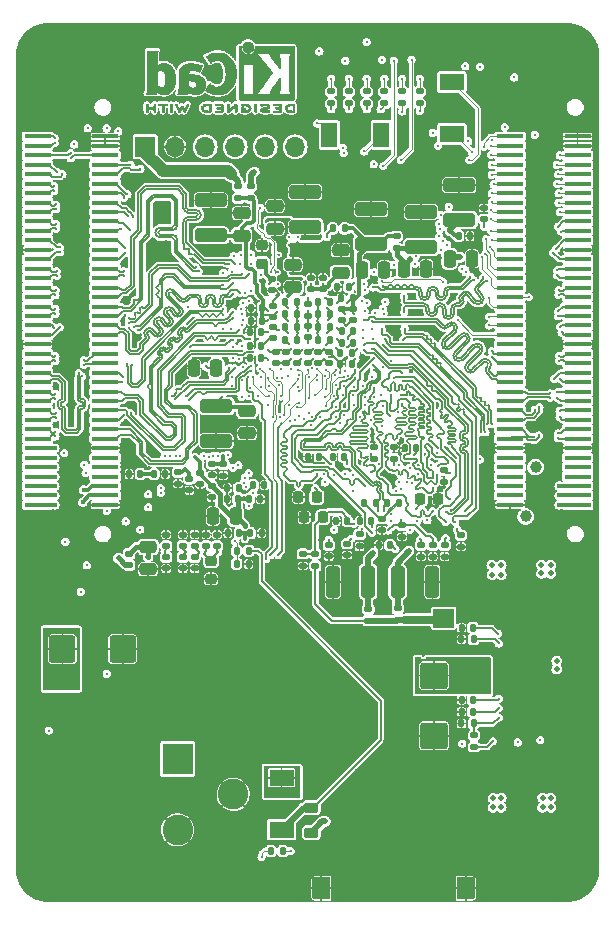
<source format=gbr>
%TF.GenerationSoftware,KiCad,Pcbnew,(6.0.0)*%
%TF.CreationDate,2022-03-28T06:28:01-07:00*%
%TF.ProjectId,ecp5u85-bse-usb,65637035-7538-4352-9d62-73652d757362,A*%
%TF.SameCoordinates,Original*%
%TF.FileFunction,Copper,L6,Bot*%
%TF.FilePolarity,Positive*%
%FSLAX46Y46*%
G04 Gerber Fmt 4.6, Leading zero omitted, Abs format (unit mm)*
G04 Created by KiCad (PCBNEW (6.0.0)) date 2022-03-28 06:28:01*
%MOMM*%
%LPD*%
G01*
G04 APERTURE LIST*
G04 Aperture macros list*
%AMRoundRect*
0 Rectangle with rounded corners*
0 $1 Rounding radius*
0 $2 $3 $4 $5 $6 $7 $8 $9 X,Y pos of 4 corners*
0 Add a 4 corners polygon primitive as box body*
4,1,4,$2,$3,$4,$5,$6,$7,$8,$9,$2,$3,0*
0 Add four circle primitives for the rounded corners*
1,1,$1+$1,$2,$3*
1,1,$1+$1,$4,$5*
1,1,$1+$1,$6,$7*
1,1,$1+$1,$8,$9*
0 Add four rect primitives between the rounded corners*
20,1,$1+$1,$2,$3,$4,$5,0*
20,1,$1+$1,$4,$5,$6,$7,0*
20,1,$1+$1,$6,$7,$8,$9,0*
20,1,$1+$1,$8,$9,$2,$3,0*%
%AMFreePoly0*
4,1,15,-0.770000,0.650000,-0.761954,0.719015,-0.717534,0.819490,-0.639922,0.897238,-0.539524,0.941833,-0.470000,0.950000,0.770000,0.950000,0.770000,-0.950000,-0.470000,-0.950000,-0.539015,-0.941954,-0.639490,-0.897534,-0.717238,-0.819922,-0.761833,-0.719524,-0.770000,-0.650000,-0.770000,0.650000,-0.770000,0.650000,$1*%
%AMFreePoly1*
4,1,15,-0.770000,0.950000,0.470000,0.950000,0.539015,0.941954,0.639490,0.897534,0.717238,0.819922,0.761833,0.719524,0.770000,0.650000,0.770000,-0.650000,0.761954,-0.719015,0.717534,-0.819490,0.639922,-0.897238,0.539524,-0.941833,0.470000,-0.950000,-0.770000,-0.950000,-0.770000,0.950000,-0.770000,0.950000,$1*%
G04 Aperture macros list end*
%TA.AperFunction,EtchedComponent*%
%ADD10C,0.010000*%
%TD*%
%TA.AperFunction,ComponentPad*%
%ADD11FreePoly0,0.000000*%
%TD*%
%TA.AperFunction,ComponentPad*%
%ADD12FreePoly1,0.000000*%
%TD*%
%TA.AperFunction,ComponentPad*%
%ADD13R,1.700000X1.700000*%
%TD*%
%TA.AperFunction,ComponentPad*%
%ADD14O,1.700000X1.700000*%
%TD*%
%TA.AperFunction,ComponentPad*%
%ADD15R,2.600000X2.600000*%
%TD*%
%TA.AperFunction,ComponentPad*%
%ADD16C,2.600000*%
%TD*%
%TA.AperFunction,SMDPad,CuDef*%
%ADD17RoundRect,0.135000X-0.135000X-0.185000X0.135000X-0.185000X0.135000X0.185000X-0.135000X0.185000X0*%
%TD*%
%TA.AperFunction,SMDPad,CuDef*%
%ADD18RoundRect,0.140000X0.140000X0.170000X-0.140000X0.170000X-0.140000X-0.170000X0.140000X-0.170000X0*%
%TD*%
%TA.AperFunction,SMDPad,CuDef*%
%ADD19RoundRect,0.140000X0.170000X-0.140000X0.170000X0.140000X-0.170000X0.140000X-0.170000X-0.140000X0*%
%TD*%
%TA.AperFunction,SMDPad,CuDef*%
%ADD20RoundRect,0.135000X0.185000X-0.135000X0.185000X0.135000X-0.185000X0.135000X-0.185000X-0.135000X0*%
%TD*%
%TA.AperFunction,SMDPad,CuDef*%
%ADD21RoundRect,0.135000X0.135000X0.185000X-0.135000X0.185000X-0.135000X-0.185000X0.135000X-0.185000X0*%
%TD*%
%TA.AperFunction,SMDPad,CuDef*%
%ADD22RoundRect,0.250000X0.475000X-0.250000X0.475000X0.250000X-0.475000X0.250000X-0.475000X-0.250000X0*%
%TD*%
%TA.AperFunction,SMDPad,CuDef*%
%ADD23RoundRect,0.140000X-0.170000X0.140000X-0.170000X-0.140000X0.170000X-0.140000X0.170000X0.140000X0*%
%TD*%
%TA.AperFunction,SMDPad,CuDef*%
%ADD24RoundRect,0.135000X-0.185000X0.135000X-0.185000X-0.135000X0.185000X-0.135000X0.185000X0.135000X0*%
%TD*%
%TA.AperFunction,SMDPad,CuDef*%
%ADD25R,2.273000X0.410000*%
%TD*%
%TA.AperFunction,SMDPad,CuDef*%
%ADD26RoundRect,0.225000X0.225000X0.250000X-0.225000X0.250000X-0.225000X-0.250000X0.225000X-0.250000X0*%
%TD*%
%TA.AperFunction,SMDPad,CuDef*%
%ADD27RoundRect,0.250000X0.325000X1.100000X-0.325000X1.100000X-0.325000X-1.100000X0.325000X-1.100000X0*%
%TD*%
%TA.AperFunction,SMDPad,CuDef*%
%ADD28RoundRect,0.250000X-0.475000X0.250000X-0.475000X-0.250000X0.475000X-0.250000X0.475000X0.250000X0*%
%TD*%
%TA.AperFunction,SMDPad,CuDef*%
%ADD29RoundRect,0.140000X-0.140000X-0.170000X0.140000X-0.170000X0.140000X0.170000X-0.140000X0.170000X0*%
%TD*%
%TA.AperFunction,SMDPad,CuDef*%
%ADD30RoundRect,0.147500X0.172500X-0.147500X0.172500X0.147500X-0.172500X0.147500X-0.172500X-0.147500X0*%
%TD*%
%TA.AperFunction,SMDPad,CuDef*%
%ADD31RoundRect,0.225000X0.250000X-0.225000X0.250000X0.225000X-0.250000X0.225000X-0.250000X-0.225000X0*%
%TD*%
%TA.AperFunction,SMDPad,CuDef*%
%ADD32RoundRect,0.250000X-0.250000X-0.475000X0.250000X-0.475000X0.250000X0.475000X-0.250000X0.475000X0*%
%TD*%
%TA.AperFunction,SMDPad,CuDef*%
%ADD33RoundRect,0.147500X-0.172500X0.147500X-0.172500X-0.147500X0.172500X-0.147500X0.172500X0.147500X0*%
%TD*%
%TA.AperFunction,SMDPad,CuDef*%
%ADD34R,2.100000X1.400000*%
%TD*%
%TA.AperFunction,SMDPad,CuDef*%
%ADD35RoundRect,0.225000X-0.250000X0.225000X-0.250000X-0.225000X0.250000X-0.225000X0.250000X0.225000X0*%
%TD*%
%TA.AperFunction,SMDPad,CuDef*%
%ADD36RoundRect,0.250000X-0.325000X-1.100000X0.325000X-1.100000X0.325000X1.100000X-0.325000X1.100000X0*%
%TD*%
%TA.AperFunction,SMDPad,CuDef*%
%ADD37RoundRect,0.250000X1.100000X-0.325000X1.100000X0.325000X-1.100000X0.325000X-1.100000X-0.325000X0*%
%TD*%
%TA.AperFunction,SMDPad,CuDef*%
%ADD38RoundRect,0.218750X0.381250X-0.218750X0.381250X0.218750X-0.381250X0.218750X-0.381250X-0.218750X0*%
%TD*%
%TA.AperFunction,SMDPad,CuDef*%
%ADD39RoundRect,0.225000X-0.225000X-0.250000X0.225000X-0.250000X0.225000X0.250000X-0.225000X0.250000X0*%
%TD*%
%TA.AperFunction,SMDPad,CuDef*%
%ADD40RoundRect,0.250000X-0.925000X0.875000X-0.925000X-0.875000X0.925000X-0.875000X0.925000X0.875000X0*%
%TD*%
%TA.AperFunction,SMDPad,CuDef*%
%ADD41RoundRect,0.250000X-0.875000X-0.925000X0.875000X-0.925000X0.875000X0.925000X-0.875000X0.925000X0*%
%TD*%
%TA.AperFunction,SMDPad,CuDef*%
%ADD42RoundRect,0.250000X0.250000X0.475000X-0.250000X0.475000X-0.250000X-0.475000X0.250000X-0.475000X0*%
%TD*%
%TA.AperFunction,SMDPad,CuDef*%
%ADD43RoundRect,0.250000X-1.100000X0.325000X-1.100000X-0.325000X1.100000X-0.325000X1.100000X0.325000X0*%
%TD*%
%TA.AperFunction,SMDPad,CuDef*%
%ADD44R,1.400000X2.100000*%
%TD*%
%TA.AperFunction,ViaPad*%
%ADD45C,0.300000*%
%TD*%
%TA.AperFunction,ViaPad*%
%ADD46C,5.000000*%
%TD*%
%TA.AperFunction,ViaPad*%
%ADD47C,0.400000*%
%TD*%
%TA.AperFunction,ViaPad*%
%ADD48C,0.500000*%
%TD*%
%TA.AperFunction,ViaPad*%
%ADD49C,1.000000*%
%TD*%
%TA.AperFunction,Conductor*%
%ADD50C,0.200000*%
%TD*%
%TA.AperFunction,Conductor*%
%ADD51C,0.090000*%
%TD*%
%TA.AperFunction,Conductor*%
%ADD52C,0.150000*%
%TD*%
%TA.AperFunction,Conductor*%
%ADD53C,1.000000*%
%TD*%
%TA.AperFunction,Conductor*%
%ADD54C,0.300000*%
%TD*%
%TA.AperFunction,Conductor*%
%ADD55C,0.500000*%
%TD*%
%TA.AperFunction,Conductor*%
%ADD56C,0.400000*%
%TD*%
%TA.AperFunction,Conductor*%
%ADD57C,0.127000*%
%TD*%
%TA.AperFunction,Conductor*%
%ADD58C,0.700000*%
%TD*%
%TA.AperFunction,Conductor*%
%ADD59C,0.142000*%
%TD*%
G04 APERTURE END LIST*
D10*
%TO.C,REF\u002A\u002A*%
X192406334Y-56005244D02*
X192406315Y-56239661D01*
X192406315Y-56239661D02*
X192406289Y-56452602D01*
X192406289Y-56452602D02*
X192406216Y-56645167D01*
X192406216Y-56645167D02*
X192406059Y-56818458D01*
X192406059Y-56818458D02*
X192405777Y-56973575D01*
X192405777Y-56973575D02*
X192405332Y-57111619D01*
X192405332Y-57111619D02*
X192404685Y-57233691D01*
X192404685Y-57233691D02*
X192403796Y-57340893D01*
X192403796Y-57340893D02*
X192402628Y-57434325D01*
X192402628Y-57434325D02*
X192401140Y-57515089D01*
X192401140Y-57515089D02*
X192399295Y-57584285D01*
X192399295Y-57584285D02*
X192397052Y-57643014D01*
X192397052Y-57643014D02*
X192394372Y-57692378D01*
X192394372Y-57692378D02*
X192391218Y-57733477D01*
X192391218Y-57733477D02*
X192387549Y-57767412D01*
X192387549Y-57767412D02*
X192383328Y-57795285D01*
X192383328Y-57795285D02*
X192378514Y-57818197D01*
X192378514Y-57818197D02*
X192373068Y-57837248D01*
X192373068Y-57837248D02*
X192366953Y-57853539D01*
X192366953Y-57853539D02*
X192360129Y-57868172D01*
X192360129Y-57868172D02*
X192352556Y-57882248D01*
X192352556Y-57882248D02*
X192344196Y-57896867D01*
X192344196Y-57896867D02*
X192339002Y-57905973D01*
X192339002Y-57905973D02*
X192304737Y-57966688D01*
X192304737Y-57966688D02*
X193162886Y-57966688D01*
X193162886Y-57966688D02*
X193162886Y-57870732D01*
X193162886Y-57870732D02*
X193163617Y-57827369D01*
X193163617Y-57827369D02*
X193165569Y-57794204D01*
X193165569Y-57794204D02*
X193168378Y-57776423D01*
X193168378Y-57776423D02*
X193169620Y-57774777D01*
X193169620Y-57774777D02*
X193181042Y-57781661D01*
X193181042Y-57781661D02*
X193203757Y-57799504D01*
X193203757Y-57799504D02*
X193226456Y-57818878D01*
X193226456Y-57818878D02*
X193281041Y-57859613D01*
X193281041Y-57859613D02*
X193350520Y-57900616D01*
X193350520Y-57900616D02*
X193427571Y-57938122D01*
X193427571Y-57938122D02*
X193504876Y-57968363D01*
X193504876Y-57968363D02*
X193535728Y-57978011D01*
X193535728Y-57978011D02*
X193604225Y-57992577D01*
X193604225Y-57992577D02*
X193687077Y-58002538D01*
X193687077Y-58002538D02*
X193776470Y-58007582D01*
X193776470Y-58007582D02*
X193864593Y-58007395D01*
X193864593Y-58007395D02*
X193943634Y-58001665D01*
X193943634Y-58001665D02*
X193981330Y-57995857D01*
X193981330Y-57995857D02*
X194119427Y-57957796D01*
X194119427Y-57957796D02*
X194246728Y-57900072D01*
X194246728Y-57900072D02*
X194362549Y-57823210D01*
X194362549Y-57823210D02*
X194466204Y-57727738D01*
X194466204Y-57727738D02*
X194557008Y-57614178D01*
X194557008Y-57614178D02*
X194623810Y-57503380D01*
X194623810Y-57503380D02*
X194678677Y-57386624D01*
X194678677Y-57386624D02*
X194720678Y-57267275D01*
X194720678Y-57267275D02*
X194750674Y-57141282D01*
X194750674Y-57141282D02*
X194769530Y-57004593D01*
X194769530Y-57004593D02*
X194778109Y-56853157D01*
X194778109Y-56853157D02*
X194778835Y-56775710D01*
X194778835Y-56775710D02*
X194776741Y-56718933D01*
X194776741Y-56718933D02*
X193947624Y-56718933D01*
X193947624Y-56718933D02*
X193947417Y-56812001D01*
X193947417Y-56812001D02*
X193944504Y-56899691D01*
X193944504Y-56899691D02*
X193938841Y-56976771D01*
X193938841Y-56976771D02*
X193930386Y-57038008D01*
X193930386Y-57038008D02*
X193927803Y-57050349D01*
X193927803Y-57050349D02*
X193896001Y-57157632D01*
X193896001Y-57157632D02*
X193854343Y-57244657D01*
X193854343Y-57244657D02*
X193802478Y-57311641D01*
X193802478Y-57311641D02*
X193740060Y-57358804D01*
X193740060Y-57358804D02*
X193666741Y-57386364D01*
X193666741Y-57386364D02*
X193582172Y-57394540D01*
X193582172Y-57394540D02*
X193486006Y-57383550D01*
X193486006Y-57383550D02*
X193422530Y-57367828D01*
X193422530Y-57367828D02*
X193373387Y-57349638D01*
X193373387Y-57349638D02*
X193319258Y-57323790D01*
X193319258Y-57323790D02*
X193278597Y-57300088D01*
X193278597Y-57300088D02*
X193208041Y-57253720D01*
X193208041Y-57253720D02*
X193208041Y-56103529D01*
X193208041Y-56103529D02*
X193275449Y-56059961D01*
X193275449Y-56059961D02*
X193353974Y-56019039D01*
X193353974Y-56019039D02*
X193438160Y-55992388D01*
X193438160Y-55992388D02*
X193523284Y-55980464D01*
X193523284Y-55980464D02*
X193604625Y-55983721D01*
X193604625Y-55983721D02*
X193677461Y-56002614D01*
X193677461Y-56002614D02*
X193709415Y-56018183D01*
X193709415Y-56018183D02*
X193767340Y-56061180D01*
X193767340Y-56061180D02*
X193816297Y-56117952D01*
X193816297Y-56117952D02*
X193857451Y-56190574D01*
X193857451Y-56190574D02*
X193891967Y-56281120D01*
X193891967Y-56281120D02*
X193921008Y-56391665D01*
X193921008Y-56391665D02*
X193922289Y-56397532D01*
X193922289Y-56397532D02*
X193932460Y-56459787D01*
X193932460Y-56459787D02*
X193940102Y-56537593D01*
X193940102Y-56537593D02*
X193945171Y-56625719D01*
X193945171Y-56625719D02*
X193947624Y-56718933D01*
X193947624Y-56718933D02*
X194776741Y-56718933D01*
X194776741Y-56718933D02*
X194770984Y-56562894D01*
X194770984Y-56562894D02*
X194749039Y-56367058D01*
X194749039Y-56367058D02*
X194713055Y-56188331D01*
X194713055Y-56188331D02*
X194663082Y-56026844D01*
X194663082Y-56026844D02*
X194599173Y-55882725D01*
X194599173Y-55882725D02*
X194521379Y-55756105D01*
X194521379Y-55756105D02*
X194429752Y-55647114D01*
X194429752Y-55647114D02*
X194324344Y-55555882D01*
X194324344Y-55555882D02*
X194279179Y-55524931D01*
X194279179Y-55524931D02*
X194178230Y-55468784D01*
X194178230Y-55468784D02*
X194074940Y-55429173D01*
X194074940Y-55429173D02*
X193964852Y-55405013D01*
X193964852Y-55405013D02*
X193843511Y-55395218D01*
X193843511Y-55395218D02*
X193751005Y-55396264D01*
X193751005Y-55396264D02*
X193621351Y-55407230D01*
X193621351Y-55407230D02*
X193508757Y-55429045D01*
X193508757Y-55429045D02*
X193409966Y-55462713D01*
X193409966Y-55462713D02*
X193321720Y-55509235D01*
X193321720Y-55509235D02*
X193272855Y-55543447D01*
X193272855Y-55543447D02*
X193243488Y-55565361D01*
X193243488Y-55565361D02*
X193221798Y-55580332D01*
X193221798Y-55580332D02*
X193213588Y-55584732D01*
X193213588Y-55584732D02*
X193211973Y-55573903D01*
X193211973Y-55573903D02*
X193210682Y-55543250D01*
X193210682Y-55543250D02*
X193209703Y-55495525D01*
X193209703Y-55495525D02*
X193209024Y-55433478D01*
X193209024Y-55433478D02*
X193208631Y-55359861D01*
X193208631Y-55359861D02*
X193208511Y-55277426D01*
X193208511Y-55277426D02*
X193208653Y-55188924D01*
X193208653Y-55188924D02*
X193209044Y-55097106D01*
X193209044Y-55097106D02*
X193209670Y-55004723D01*
X193209670Y-55004723D02*
X193210521Y-54914527D01*
X193210521Y-54914527D02*
X193211581Y-54829270D01*
X193211581Y-54829270D02*
X193212840Y-54751702D01*
X193212840Y-54751702D02*
X193214285Y-54684575D01*
X193214285Y-54684575D02*
X193215903Y-54630640D01*
X193215903Y-54630640D02*
X193217680Y-54592649D01*
X193217680Y-54592649D02*
X193218172Y-54585666D01*
X193218172Y-54585666D02*
X193225749Y-54515250D01*
X193225749Y-54515250D02*
X193237310Y-54460101D01*
X193237310Y-54460101D02*
X193255049Y-54412980D01*
X193255049Y-54412980D02*
X193281159Y-54366646D01*
X193281159Y-54366646D02*
X193287426Y-54357066D01*
X193287426Y-54357066D02*
X193311858Y-54320377D01*
X193311858Y-54320377D02*
X192406530Y-54320377D01*
X192406530Y-54320377D02*
X192406334Y-56005244D01*
X192406334Y-56005244D02*
X192406334Y-56005244D01*
G36*
X194778109Y-56853157D02*
G01*
X194769530Y-57004593D01*
X194750674Y-57141282D01*
X194720678Y-57267275D01*
X194678677Y-57386624D01*
X194623810Y-57503380D01*
X194557008Y-57614178D01*
X194466204Y-57727738D01*
X194362549Y-57823210D01*
X194246728Y-57900072D01*
X194119427Y-57957796D01*
X193981330Y-57995857D01*
X193943634Y-58001665D01*
X193864593Y-58007395D01*
X193776470Y-58007582D01*
X193687077Y-58002538D01*
X193604225Y-57992577D01*
X193535728Y-57978011D01*
X193504876Y-57968363D01*
X193427571Y-57938122D01*
X193350520Y-57900616D01*
X193281041Y-57859613D01*
X193226456Y-57818878D01*
X193203757Y-57799504D01*
X193181042Y-57781661D01*
X193169620Y-57774777D01*
X193168378Y-57776423D01*
X193165569Y-57794204D01*
X193163617Y-57827369D01*
X193162886Y-57870732D01*
X193162886Y-57966688D01*
X192304737Y-57966688D01*
X192339002Y-57905973D01*
X192344196Y-57896867D01*
X192352556Y-57882248D01*
X192360129Y-57868172D01*
X192366953Y-57853539D01*
X192373068Y-57837248D01*
X192378514Y-57818197D01*
X192383328Y-57795285D01*
X192387549Y-57767412D01*
X192391218Y-57733477D01*
X192394372Y-57692378D01*
X192397052Y-57643014D01*
X192399295Y-57584285D01*
X192401140Y-57515089D01*
X192402628Y-57434325D01*
X192403796Y-57340893D01*
X192404519Y-57253720D01*
X193208041Y-57253720D01*
X193278597Y-57300088D01*
X193319258Y-57323790D01*
X193373387Y-57349638D01*
X193422530Y-57367828D01*
X193486006Y-57383550D01*
X193582172Y-57394540D01*
X193666741Y-57386364D01*
X193740060Y-57358804D01*
X193802478Y-57311641D01*
X193854343Y-57244657D01*
X193896001Y-57157632D01*
X193927803Y-57050349D01*
X193930386Y-57038008D01*
X193938841Y-56976771D01*
X193944504Y-56899691D01*
X193947417Y-56812001D01*
X193947624Y-56718933D01*
X193945171Y-56625719D01*
X193940102Y-56537593D01*
X193932460Y-56459787D01*
X193922289Y-56397532D01*
X193921008Y-56391665D01*
X193891967Y-56281120D01*
X193857451Y-56190574D01*
X193816297Y-56117952D01*
X193767340Y-56061180D01*
X193709415Y-56018183D01*
X193677461Y-56002614D01*
X193604625Y-55983721D01*
X193523284Y-55980464D01*
X193438160Y-55992388D01*
X193353974Y-56019039D01*
X193275449Y-56059961D01*
X193208041Y-56103529D01*
X193208041Y-57253720D01*
X192404519Y-57253720D01*
X192404685Y-57233691D01*
X192405332Y-57111619D01*
X192405777Y-56973575D01*
X192406059Y-56818458D01*
X192406216Y-56645167D01*
X192406289Y-56452602D01*
X192406315Y-56239661D01*
X192406334Y-56005244D01*
X192406530Y-54320377D01*
X193311858Y-54320377D01*
X193287426Y-54357066D01*
X193281159Y-54366646D01*
X193255049Y-54412980D01*
X193237310Y-54460101D01*
X193225749Y-54515250D01*
X193218172Y-54585666D01*
X193217680Y-54592649D01*
X193215903Y-54630640D01*
X193214285Y-54684575D01*
X193212840Y-54751702D01*
X193211581Y-54829270D01*
X193210521Y-54914527D01*
X193209670Y-55004723D01*
X193209044Y-55097106D01*
X193208653Y-55188924D01*
X193208511Y-55277426D01*
X193208631Y-55359861D01*
X193209024Y-55433478D01*
X193209703Y-55495525D01*
X193210682Y-55543250D01*
X193211973Y-55573903D01*
X193213588Y-55584732D01*
X193221798Y-55580332D01*
X193243488Y-55565361D01*
X193272855Y-55543447D01*
X193321720Y-55509235D01*
X193409966Y-55462713D01*
X193508757Y-55429045D01*
X193621351Y-55407230D01*
X193751005Y-55396264D01*
X193843511Y-55395218D01*
X193964852Y-55405013D01*
X194074940Y-55429173D01*
X194178230Y-55468784D01*
X194279179Y-55524931D01*
X194324344Y-55555882D01*
X194429752Y-55647114D01*
X194521379Y-55756105D01*
X194599173Y-55882725D01*
X194663082Y-56026844D01*
X194713055Y-56188331D01*
X194749039Y-56367058D01*
X194770984Y-56562894D01*
X194776741Y-56718933D01*
X194778835Y-56775710D01*
X194778109Y-56853157D01*
G37*
X194778109Y-56853157D02*
X194769530Y-57004593D01*
X194750674Y-57141282D01*
X194720678Y-57267275D01*
X194678677Y-57386624D01*
X194623810Y-57503380D01*
X194557008Y-57614178D01*
X194466204Y-57727738D01*
X194362549Y-57823210D01*
X194246728Y-57900072D01*
X194119427Y-57957796D01*
X193981330Y-57995857D01*
X193943634Y-58001665D01*
X193864593Y-58007395D01*
X193776470Y-58007582D01*
X193687077Y-58002538D01*
X193604225Y-57992577D01*
X193535728Y-57978011D01*
X193504876Y-57968363D01*
X193427571Y-57938122D01*
X193350520Y-57900616D01*
X193281041Y-57859613D01*
X193226456Y-57818878D01*
X193203757Y-57799504D01*
X193181042Y-57781661D01*
X193169620Y-57774777D01*
X193168378Y-57776423D01*
X193165569Y-57794204D01*
X193163617Y-57827369D01*
X193162886Y-57870732D01*
X193162886Y-57966688D01*
X192304737Y-57966688D01*
X192339002Y-57905973D01*
X192344196Y-57896867D01*
X192352556Y-57882248D01*
X192360129Y-57868172D01*
X192366953Y-57853539D01*
X192373068Y-57837248D01*
X192378514Y-57818197D01*
X192383328Y-57795285D01*
X192387549Y-57767412D01*
X192391218Y-57733477D01*
X192394372Y-57692378D01*
X192397052Y-57643014D01*
X192399295Y-57584285D01*
X192401140Y-57515089D01*
X192402628Y-57434325D01*
X192403796Y-57340893D01*
X192404519Y-57253720D01*
X193208041Y-57253720D01*
X193278597Y-57300088D01*
X193319258Y-57323790D01*
X193373387Y-57349638D01*
X193422530Y-57367828D01*
X193486006Y-57383550D01*
X193582172Y-57394540D01*
X193666741Y-57386364D01*
X193740060Y-57358804D01*
X193802478Y-57311641D01*
X193854343Y-57244657D01*
X193896001Y-57157632D01*
X193927803Y-57050349D01*
X193930386Y-57038008D01*
X193938841Y-56976771D01*
X193944504Y-56899691D01*
X193947417Y-56812001D01*
X193947624Y-56718933D01*
X193945171Y-56625719D01*
X193940102Y-56537593D01*
X193932460Y-56459787D01*
X193922289Y-56397532D01*
X193921008Y-56391665D01*
X193891967Y-56281120D01*
X193857451Y-56190574D01*
X193816297Y-56117952D01*
X193767340Y-56061180D01*
X193709415Y-56018183D01*
X193677461Y-56002614D01*
X193604625Y-55983721D01*
X193523284Y-55980464D01*
X193438160Y-55992388D01*
X193353974Y-56019039D01*
X193275449Y-56059961D01*
X193208041Y-56103529D01*
X193208041Y-57253720D01*
X192404519Y-57253720D01*
X192404685Y-57233691D01*
X192405332Y-57111619D01*
X192405777Y-56973575D01*
X192406059Y-56818458D01*
X192406216Y-56645167D01*
X192406289Y-56452602D01*
X192406315Y-56239661D01*
X192406334Y-56005244D01*
X192406530Y-54320377D01*
X193311858Y-54320377D01*
X193287426Y-54357066D01*
X193281159Y-54366646D01*
X193255049Y-54412980D01*
X193237310Y-54460101D01*
X193225749Y-54515250D01*
X193218172Y-54585666D01*
X193217680Y-54592649D01*
X193215903Y-54630640D01*
X193214285Y-54684575D01*
X193212840Y-54751702D01*
X193211581Y-54829270D01*
X193210521Y-54914527D01*
X193209670Y-55004723D01*
X193209044Y-55097106D01*
X193208653Y-55188924D01*
X193208511Y-55277426D01*
X193208631Y-55359861D01*
X193209024Y-55433478D01*
X193209703Y-55495525D01*
X193210682Y-55543250D01*
X193211973Y-55573903D01*
X193213588Y-55584732D01*
X193221798Y-55580332D01*
X193243488Y-55565361D01*
X193272855Y-55543447D01*
X193321720Y-55509235D01*
X193409966Y-55462713D01*
X193508757Y-55429045D01*
X193621351Y-55407230D01*
X193751005Y-55396264D01*
X193843511Y-55395218D01*
X193964852Y-55405013D01*
X194074940Y-55429173D01*
X194178230Y-55468784D01*
X194279179Y-55524931D01*
X194324344Y-55555882D01*
X194429752Y-55647114D01*
X194521379Y-55756105D01*
X194599173Y-55882725D01*
X194663082Y-56026844D01*
X194713055Y-56188331D01*
X194749039Y-56367058D01*
X194770984Y-56562894D01*
X194776741Y-56718933D01*
X194778835Y-56775710D01*
X194778109Y-56853157D01*
X194848176Y-58804033D02*
X194828586Y-58811034D01*
X194828586Y-58811034D02*
X194827831Y-58811376D01*
X194827831Y-58811376D02*
X194801228Y-58831677D01*
X194801228Y-58831677D02*
X194786571Y-58852560D01*
X194786571Y-58852560D02*
X194783703Y-58862351D01*
X194783703Y-58862351D02*
X194783845Y-58875360D01*
X194783845Y-58875360D02*
X194787880Y-58893894D01*
X194787880Y-58893894D02*
X194796695Y-58920256D01*
X194796695Y-58920256D02*
X194811172Y-58956751D01*
X194811172Y-58956751D02*
X194832196Y-59005686D01*
X194832196Y-59005686D02*
X194860653Y-59069364D01*
X194860653Y-59069364D02*
X194897426Y-59150092D01*
X194897426Y-59150092D02*
X194917666Y-59194215D01*
X194917666Y-59194215D02*
X194954216Y-59272984D01*
X194954216Y-59272984D02*
X194988526Y-59345422D01*
X194988526Y-59345422D02*
X195019289Y-59408879D01*
X195019289Y-59408879D02*
X195045193Y-59460707D01*
X195045193Y-59460707D02*
X195064931Y-59498258D01*
X195064931Y-59498258D02*
X195077191Y-59518883D01*
X195077191Y-59518883D02*
X195079617Y-59521732D01*
X195079617Y-59521732D02*
X195110658Y-59534301D01*
X195110658Y-59534301D02*
X195145720Y-59532618D01*
X195145720Y-59532618D02*
X195173841Y-59517331D01*
X195173841Y-59517331D02*
X195174987Y-59516088D01*
X195174987Y-59516088D02*
X195186173Y-59499153D01*
X195186173Y-59499153D02*
X195204937Y-59466169D01*
X195204937Y-59466169D02*
X195228966Y-59421379D01*
X195228966Y-59421379D02*
X195255944Y-59369031D01*
X195255944Y-59369031D02*
X195265640Y-59349741D01*
X195265640Y-59349741D02*
X195338827Y-59203149D01*
X195338827Y-59203149D02*
X195418601Y-59362392D01*
X195418601Y-59362392D02*
X195447074Y-59417414D01*
X195447074Y-59417414D02*
X195473491Y-59465131D01*
X195473491Y-59465131D02*
X195495693Y-59501892D01*
X195495693Y-59501892D02*
X195511522Y-59524043D01*
X195511522Y-59524043D02*
X195516887Y-59528740D01*
X195516887Y-59528740D02*
X195558584Y-59535101D01*
X195558584Y-59535101D02*
X195592992Y-59521732D01*
X195592992Y-59521732D02*
X195603113Y-59507445D01*
X195603113Y-59507445D02*
X195620627Y-59475691D01*
X195620627Y-59475691D02*
X195644106Y-59429596D01*
X195644106Y-59429596D02*
X195672121Y-59372284D01*
X195672121Y-59372284D02*
X195703242Y-59306879D01*
X195703242Y-59306879D02*
X195736042Y-59236506D01*
X195736042Y-59236506D02*
X195769091Y-59164290D01*
X195769091Y-59164290D02*
X195800960Y-59093354D01*
X195800960Y-59093354D02*
X195830222Y-59026824D01*
X195830222Y-59026824D02*
X195855446Y-58967825D01*
X195855446Y-58967825D02*
X195875205Y-58919480D01*
X195875205Y-58919480D02*
X195888069Y-58884914D01*
X195888069Y-58884914D02*
X195892610Y-58867252D01*
X195892610Y-58867252D02*
X195892564Y-58866612D01*
X195892564Y-58866612D02*
X195881515Y-58844387D01*
X195881515Y-58844387D02*
X195859431Y-58821752D01*
X195859431Y-58821752D02*
X195858131Y-58820767D01*
X195858131Y-58820767D02*
X195830988Y-58805424D01*
X195830988Y-58805424D02*
X195805883Y-58805573D01*
X195805883Y-58805573D02*
X195796473Y-58808465D01*
X195796473Y-58808465D02*
X195785007Y-58814717D01*
X195785007Y-58814717D02*
X195772831Y-58827013D01*
X195772831Y-58827013D02*
X195758484Y-58847907D01*
X195758484Y-58847907D02*
X195740505Y-58879948D01*
X195740505Y-58879948D02*
X195717434Y-58925687D01*
X195717434Y-58925687D02*
X195687811Y-58987676D01*
X195687811Y-58987676D02*
X195661096Y-59044897D01*
X195661096Y-59044897D02*
X195630361Y-59111225D01*
X195630361Y-59111225D02*
X195602820Y-59170873D01*
X195602820Y-59170873D02*
X195579903Y-59220724D01*
X195579903Y-59220724D02*
X195563043Y-59257663D01*
X195563043Y-59257663D02*
X195553668Y-59278572D01*
X195553668Y-59278572D02*
X195552301Y-59281844D01*
X195552301Y-59281844D02*
X195546152Y-59276496D01*
X195546152Y-59276496D02*
X195532019Y-59254108D01*
X195532019Y-59254108D02*
X195511784Y-59217945D01*
X195511784Y-59217945D02*
X195487326Y-59171276D01*
X195487326Y-59171276D02*
X195477593Y-59152021D01*
X195477593Y-59152021D02*
X195444624Y-59087003D01*
X195444624Y-59087003D02*
X195419198Y-59039653D01*
X195419198Y-59039653D02*
X195399229Y-59007218D01*
X195399229Y-59007218D02*
X195382631Y-58986945D01*
X195382631Y-58986945D02*
X195367317Y-58976081D01*
X195367317Y-58976081D02*
X195351201Y-58971874D01*
X195351201Y-58971874D02*
X195340698Y-58971399D01*
X195340698Y-58971399D02*
X195322171Y-58973041D01*
X195322171Y-58973041D02*
X195305937Y-58979830D01*
X195305937Y-58979830D02*
X195289806Y-58994565D01*
X195289806Y-58994565D02*
X195271590Y-59020043D01*
X195271590Y-59020043D02*
X195249102Y-59059060D01*
X195249102Y-59059060D02*
X195220152Y-59114413D01*
X195220152Y-59114413D02*
X195204179Y-59145902D01*
X195204179Y-59145902D02*
X195178271Y-59196086D01*
X195178271Y-59196086D02*
X195155674Y-59237703D01*
X195155674Y-59237703D02*
X195138383Y-59267241D01*
X195138383Y-59267241D02*
X195128391Y-59281188D01*
X195128391Y-59281188D02*
X195127032Y-59281769D01*
X195127032Y-59281769D02*
X195120580Y-59270792D01*
X195120580Y-59270792D02*
X195106133Y-59242289D01*
X195106133Y-59242289D02*
X195085138Y-59199243D01*
X195085138Y-59199243D02*
X195059044Y-59144637D01*
X195059044Y-59144637D02*
X195029295Y-59081453D01*
X195029295Y-59081453D02*
X195014661Y-59050070D01*
X195014661Y-59050070D02*
X194976591Y-58969077D01*
X194976591Y-58969077D02*
X194945936Y-58906755D01*
X194945936Y-58906755D02*
X194921104Y-58861070D01*
X194921104Y-58861070D02*
X194900504Y-58829988D01*
X194900504Y-58829988D02*
X194882543Y-58811477D01*
X194882543Y-58811477D02*
X194865631Y-58803503D01*
X194865631Y-58803503D02*
X194848176Y-58804033D01*
X194848176Y-58804033D02*
X194848176Y-58804033D01*
G36*
X194882543Y-58811477D02*
G01*
X194900504Y-58829988D01*
X194921104Y-58861070D01*
X194945936Y-58906755D01*
X194976591Y-58969077D01*
X195014661Y-59050070D01*
X195029295Y-59081453D01*
X195059044Y-59144637D01*
X195085138Y-59199243D01*
X195106133Y-59242289D01*
X195120580Y-59270792D01*
X195127032Y-59281769D01*
X195128391Y-59281188D01*
X195138383Y-59267241D01*
X195155674Y-59237703D01*
X195178271Y-59196086D01*
X195204179Y-59145902D01*
X195220152Y-59114413D01*
X195249102Y-59059060D01*
X195271590Y-59020043D01*
X195289806Y-58994565D01*
X195305937Y-58979830D01*
X195322171Y-58973041D01*
X195340698Y-58971399D01*
X195351201Y-58971874D01*
X195367317Y-58976081D01*
X195382631Y-58986945D01*
X195399229Y-59007218D01*
X195419198Y-59039653D01*
X195444624Y-59087003D01*
X195477593Y-59152021D01*
X195487326Y-59171276D01*
X195511784Y-59217945D01*
X195532019Y-59254108D01*
X195546152Y-59276496D01*
X195552301Y-59281844D01*
X195553668Y-59278572D01*
X195563043Y-59257663D01*
X195579903Y-59220724D01*
X195602820Y-59170873D01*
X195630361Y-59111225D01*
X195661096Y-59044897D01*
X195687811Y-58987676D01*
X195717434Y-58925687D01*
X195740505Y-58879948D01*
X195758484Y-58847907D01*
X195772831Y-58827013D01*
X195785007Y-58814717D01*
X195796473Y-58808465D01*
X195805883Y-58805573D01*
X195830988Y-58805424D01*
X195858131Y-58820767D01*
X195859431Y-58821752D01*
X195881515Y-58844387D01*
X195892564Y-58866612D01*
X195892610Y-58867252D01*
X195888069Y-58884914D01*
X195875205Y-58919480D01*
X195855446Y-58967825D01*
X195830222Y-59026824D01*
X195800960Y-59093354D01*
X195769091Y-59164290D01*
X195736042Y-59236506D01*
X195703242Y-59306879D01*
X195672121Y-59372284D01*
X195644106Y-59429596D01*
X195620627Y-59475691D01*
X195603113Y-59507445D01*
X195592992Y-59521732D01*
X195558584Y-59535101D01*
X195516887Y-59528740D01*
X195511522Y-59524043D01*
X195495693Y-59501892D01*
X195473491Y-59465131D01*
X195447074Y-59417414D01*
X195418601Y-59362392D01*
X195338827Y-59203149D01*
X195265640Y-59349741D01*
X195255944Y-59369031D01*
X195228966Y-59421379D01*
X195204937Y-59466169D01*
X195186173Y-59499153D01*
X195174987Y-59516088D01*
X195173841Y-59517331D01*
X195145720Y-59532618D01*
X195110658Y-59534301D01*
X195079617Y-59521732D01*
X195077191Y-59518883D01*
X195064931Y-59498258D01*
X195045193Y-59460707D01*
X195019289Y-59408879D01*
X194988526Y-59345422D01*
X194954216Y-59272984D01*
X194917666Y-59194215D01*
X194897426Y-59150092D01*
X194860653Y-59069364D01*
X194832196Y-59005686D01*
X194811172Y-58956751D01*
X194796695Y-58920256D01*
X194787880Y-58893894D01*
X194783845Y-58875360D01*
X194783703Y-58862351D01*
X194786571Y-58852560D01*
X194801228Y-58831677D01*
X194827831Y-58811376D01*
X194828586Y-58811034D01*
X194848176Y-58804033D01*
X194865631Y-58803503D01*
X194882543Y-58811477D01*
G37*
X194882543Y-58811477D02*
X194900504Y-58829988D01*
X194921104Y-58861070D01*
X194945936Y-58906755D01*
X194976591Y-58969077D01*
X195014661Y-59050070D01*
X195029295Y-59081453D01*
X195059044Y-59144637D01*
X195085138Y-59199243D01*
X195106133Y-59242289D01*
X195120580Y-59270792D01*
X195127032Y-59281769D01*
X195128391Y-59281188D01*
X195138383Y-59267241D01*
X195155674Y-59237703D01*
X195178271Y-59196086D01*
X195204179Y-59145902D01*
X195220152Y-59114413D01*
X195249102Y-59059060D01*
X195271590Y-59020043D01*
X195289806Y-58994565D01*
X195305937Y-58979830D01*
X195322171Y-58973041D01*
X195340698Y-58971399D01*
X195351201Y-58971874D01*
X195367317Y-58976081D01*
X195382631Y-58986945D01*
X195399229Y-59007218D01*
X195419198Y-59039653D01*
X195444624Y-59087003D01*
X195477593Y-59152021D01*
X195487326Y-59171276D01*
X195511784Y-59217945D01*
X195532019Y-59254108D01*
X195546152Y-59276496D01*
X195552301Y-59281844D01*
X195553668Y-59278572D01*
X195563043Y-59257663D01*
X195579903Y-59220724D01*
X195602820Y-59170873D01*
X195630361Y-59111225D01*
X195661096Y-59044897D01*
X195687811Y-58987676D01*
X195717434Y-58925687D01*
X195740505Y-58879948D01*
X195758484Y-58847907D01*
X195772831Y-58827013D01*
X195785007Y-58814717D01*
X195796473Y-58808465D01*
X195805883Y-58805573D01*
X195830988Y-58805424D01*
X195858131Y-58820767D01*
X195859431Y-58821752D01*
X195881515Y-58844387D01*
X195892564Y-58866612D01*
X195892610Y-58867252D01*
X195888069Y-58884914D01*
X195875205Y-58919480D01*
X195855446Y-58967825D01*
X195830222Y-59026824D01*
X195800960Y-59093354D01*
X195769091Y-59164290D01*
X195736042Y-59236506D01*
X195703242Y-59306879D01*
X195672121Y-59372284D01*
X195644106Y-59429596D01*
X195620627Y-59475691D01*
X195603113Y-59507445D01*
X195592992Y-59521732D01*
X195558584Y-59535101D01*
X195516887Y-59528740D01*
X195511522Y-59524043D01*
X195495693Y-59501892D01*
X195473491Y-59465131D01*
X195447074Y-59417414D01*
X195418601Y-59362392D01*
X195338827Y-59203149D01*
X195265640Y-59349741D01*
X195255944Y-59369031D01*
X195228966Y-59421379D01*
X195204937Y-59466169D01*
X195186173Y-59499153D01*
X195174987Y-59516088D01*
X195173841Y-59517331D01*
X195145720Y-59532618D01*
X195110658Y-59534301D01*
X195079617Y-59521732D01*
X195077191Y-59518883D01*
X195064931Y-59498258D01*
X195045193Y-59460707D01*
X195019289Y-59408879D01*
X194988526Y-59345422D01*
X194954216Y-59272984D01*
X194917666Y-59194215D01*
X194897426Y-59150092D01*
X194860653Y-59069364D01*
X194832196Y-59005686D01*
X194811172Y-58956751D01*
X194796695Y-58920256D01*
X194787880Y-58893894D01*
X194783845Y-58875360D01*
X194783703Y-58862351D01*
X194786571Y-58852560D01*
X194801228Y-58831677D01*
X194827831Y-58811376D01*
X194828586Y-58811034D01*
X194848176Y-58804033D01*
X194865631Y-58803503D01*
X194882543Y-58811477D01*
X204714212Y-58802065D02*
X204674730Y-58802466D01*
X204674730Y-58802466D02*
X204559041Y-58805258D01*
X204559041Y-58805258D02*
X204462152Y-58813549D01*
X204462152Y-58813549D02*
X204380760Y-58828231D01*
X204380760Y-58828231D02*
X204311564Y-58850192D01*
X204311564Y-58850192D02*
X204251261Y-58880321D01*
X204251261Y-58880321D02*
X204196549Y-58919509D01*
X204196549Y-58919509D02*
X204177008Y-58936531D01*
X204177008Y-58936531D02*
X204144591Y-58976362D01*
X204144591Y-58976362D02*
X204115361Y-59030412D01*
X204115361Y-59030412D02*
X204092832Y-59090322D01*
X204092832Y-59090322D02*
X204080520Y-59147738D01*
X204080520Y-59147738D02*
X204079241Y-59168955D01*
X204079241Y-59168955D02*
X204087258Y-59227768D01*
X204087258Y-59227768D02*
X204108740Y-59292012D01*
X204108740Y-59292012D02*
X204139840Y-59352820D01*
X204139840Y-59352820D02*
X204176707Y-59401329D01*
X204176707Y-59401329D02*
X204182695Y-59407181D01*
X204182695Y-59407181D02*
X204233420Y-59448320D01*
X204233420Y-59448320D02*
X204288966Y-59480434D01*
X204288966Y-59480434D02*
X204352537Y-59504364D01*
X204352537Y-59504364D02*
X204427335Y-59520952D01*
X204427335Y-59520952D02*
X204516563Y-59531040D01*
X204516563Y-59531040D02*
X204623423Y-59535468D01*
X204623423Y-59535468D02*
X204672369Y-59535844D01*
X204672369Y-59535844D02*
X204734603Y-59535544D01*
X204734603Y-59535544D02*
X204778369Y-59534291D01*
X204778369Y-59534291D02*
X204807772Y-59531553D01*
X204807772Y-59531553D02*
X204826920Y-59526800D01*
X204826920Y-59526800D02*
X204839918Y-59519500D01*
X204839918Y-59519500D02*
X204846886Y-59513266D01*
X204846886Y-59513266D02*
X204853467Y-59505693D01*
X204853467Y-59505693D02*
X204858629Y-59495923D01*
X204858629Y-59495923D02*
X204862544Y-59481339D01*
X204862544Y-59481339D02*
X204865384Y-59459325D01*
X204865384Y-59459325D02*
X204867321Y-59427263D01*
X204867321Y-59427263D02*
X204868525Y-59382535D01*
X204868525Y-59382535D02*
X204869169Y-59322525D01*
X204869169Y-59322525D02*
X204869424Y-59244616D01*
X204869424Y-59244616D02*
X204869463Y-59168955D01*
X204869463Y-59168955D02*
X204869711Y-59068040D01*
X204869711Y-59068040D02*
X204869658Y-58987426D01*
X204869658Y-58987426D02*
X204868698Y-58948821D01*
X204868698Y-58948821D02*
X204722708Y-58948821D01*
X204722708Y-58948821D02*
X204722708Y-59389088D01*
X204722708Y-59389088D02*
X204629575Y-59389003D01*
X204629575Y-59389003D02*
X204573534Y-59387395D01*
X204573534Y-59387395D02*
X204514840Y-59383255D01*
X204514840Y-59383255D02*
X204465869Y-59377463D01*
X204465869Y-59377463D02*
X204464379Y-59377225D01*
X204464379Y-59377225D02*
X204385233Y-59358089D01*
X204385233Y-59358089D02*
X204323843Y-59328286D01*
X204323843Y-59328286D02*
X204277146Y-59285877D01*
X204277146Y-59285877D02*
X204247476Y-59239960D01*
X204247476Y-59239960D02*
X204229194Y-59189025D01*
X204229194Y-59189025D02*
X204230612Y-59141199D01*
X204230612Y-59141199D02*
X204251829Y-59089932D01*
X204251829Y-59089932D02*
X204293330Y-59036898D01*
X204293330Y-59036898D02*
X204350839Y-58997599D01*
X204350839Y-58997599D02*
X204425591Y-58971330D01*
X204425591Y-58971330D02*
X204475549Y-58962034D01*
X204475549Y-58962034D02*
X204532257Y-58955506D01*
X204532257Y-58955506D02*
X204592360Y-58950781D01*
X204592360Y-58950781D02*
X204643480Y-58948816D01*
X204643480Y-58948816D02*
X204646508Y-58948807D01*
X204646508Y-58948807D02*
X204722708Y-58948821D01*
X204722708Y-58948821D02*
X204868698Y-58948821D01*
X204868698Y-58948821D02*
X204868101Y-58924850D01*
X204868101Y-58924850D02*
X204863839Y-58878054D01*
X204863839Y-58878054D02*
X204855671Y-58844777D01*
X204855671Y-58844777D02*
X204842397Y-58822758D01*
X204842397Y-58822758D02*
X204822815Y-58809738D01*
X204822815Y-58809738D02*
X204795724Y-58803456D01*
X204795724Y-58803456D02*
X204759923Y-58801652D01*
X204759923Y-58801652D02*
X204714212Y-58802065D01*
X204714212Y-58802065D02*
X204714212Y-58802065D01*
G36*
X204869711Y-59068040D02*
G01*
X204869463Y-59168955D01*
X204869424Y-59244616D01*
X204869169Y-59322525D01*
X204868525Y-59382535D01*
X204867321Y-59427263D01*
X204865384Y-59459325D01*
X204862544Y-59481339D01*
X204858629Y-59495923D01*
X204853467Y-59505693D01*
X204846886Y-59513266D01*
X204839918Y-59519500D01*
X204826920Y-59526800D01*
X204807772Y-59531553D01*
X204778369Y-59534291D01*
X204734603Y-59535544D01*
X204672369Y-59535844D01*
X204623423Y-59535468D01*
X204516563Y-59531040D01*
X204427335Y-59520952D01*
X204352537Y-59504364D01*
X204288966Y-59480434D01*
X204233420Y-59448320D01*
X204182695Y-59407181D01*
X204176707Y-59401329D01*
X204139840Y-59352820D01*
X204108740Y-59292012D01*
X204087258Y-59227768D01*
X204081977Y-59189025D01*
X204229194Y-59189025D01*
X204247476Y-59239960D01*
X204277146Y-59285877D01*
X204323843Y-59328286D01*
X204385233Y-59358089D01*
X204464379Y-59377225D01*
X204465869Y-59377463D01*
X204514840Y-59383255D01*
X204573534Y-59387395D01*
X204629575Y-59389003D01*
X204722708Y-59389088D01*
X204722708Y-58948821D01*
X204646508Y-58948807D01*
X204643480Y-58948816D01*
X204592360Y-58950781D01*
X204532257Y-58955506D01*
X204475549Y-58962034D01*
X204425591Y-58971330D01*
X204350839Y-58997599D01*
X204293330Y-59036898D01*
X204251829Y-59089932D01*
X204230612Y-59141199D01*
X204229194Y-59189025D01*
X204081977Y-59189025D01*
X204079241Y-59168955D01*
X204080520Y-59147738D01*
X204092832Y-59090322D01*
X204115361Y-59030412D01*
X204144591Y-58976362D01*
X204177008Y-58936531D01*
X204196549Y-58919509D01*
X204251261Y-58880321D01*
X204311564Y-58850192D01*
X204380760Y-58828231D01*
X204462152Y-58813549D01*
X204559041Y-58805258D01*
X204674730Y-58802466D01*
X204714212Y-58802065D01*
X204759923Y-58801652D01*
X204795724Y-58803456D01*
X204822815Y-58809738D01*
X204842397Y-58822758D01*
X204855671Y-58844777D01*
X204863839Y-58878054D01*
X204868101Y-58924850D01*
X204868698Y-58948821D01*
X204869658Y-58987426D01*
X204869711Y-59068040D01*
G37*
X204869711Y-59068040D02*
X204869463Y-59168955D01*
X204869424Y-59244616D01*
X204869169Y-59322525D01*
X204868525Y-59382535D01*
X204867321Y-59427263D01*
X204865384Y-59459325D01*
X204862544Y-59481339D01*
X204858629Y-59495923D01*
X204853467Y-59505693D01*
X204846886Y-59513266D01*
X204839918Y-59519500D01*
X204826920Y-59526800D01*
X204807772Y-59531553D01*
X204778369Y-59534291D01*
X204734603Y-59535544D01*
X204672369Y-59535844D01*
X204623423Y-59535468D01*
X204516563Y-59531040D01*
X204427335Y-59520952D01*
X204352537Y-59504364D01*
X204288966Y-59480434D01*
X204233420Y-59448320D01*
X204182695Y-59407181D01*
X204176707Y-59401329D01*
X204139840Y-59352820D01*
X204108740Y-59292012D01*
X204087258Y-59227768D01*
X204081977Y-59189025D01*
X204229194Y-59189025D01*
X204247476Y-59239960D01*
X204277146Y-59285877D01*
X204323843Y-59328286D01*
X204385233Y-59358089D01*
X204464379Y-59377225D01*
X204465869Y-59377463D01*
X204514840Y-59383255D01*
X204573534Y-59387395D01*
X204629575Y-59389003D01*
X204722708Y-59389088D01*
X204722708Y-58948821D01*
X204646508Y-58948807D01*
X204643480Y-58948816D01*
X204592360Y-58950781D01*
X204532257Y-58955506D01*
X204475549Y-58962034D01*
X204425591Y-58971330D01*
X204350839Y-58997599D01*
X204293330Y-59036898D01*
X204251829Y-59089932D01*
X204230612Y-59141199D01*
X204229194Y-59189025D01*
X204081977Y-59189025D01*
X204079241Y-59168955D01*
X204080520Y-59147738D01*
X204092832Y-59090322D01*
X204115361Y-59030412D01*
X204144591Y-58976362D01*
X204177008Y-58936531D01*
X204196549Y-58919509D01*
X204251261Y-58880321D01*
X204311564Y-58850192D01*
X204380760Y-58828231D01*
X204462152Y-58813549D01*
X204559041Y-58805258D01*
X204674730Y-58802466D01*
X204714212Y-58802065D01*
X204759923Y-58801652D01*
X204795724Y-58803456D01*
X204822815Y-58809738D01*
X204842397Y-58822758D01*
X204855671Y-58844777D01*
X204863839Y-58878054D01*
X204868101Y-58924850D01*
X204868698Y-58948821D01*
X204869658Y-58987426D01*
X204869711Y-59068040D01*
X193629776Y-58802162D02*
X193551069Y-58802541D01*
X193551069Y-58802541D02*
X193489978Y-58803332D01*
X193489978Y-58803332D02*
X193444024Y-58804669D01*
X193444024Y-58804669D02*
X193410727Y-58806682D01*
X193410727Y-58806682D02*
X193387605Y-58809505D01*
X193387605Y-58809505D02*
X193372179Y-58813268D01*
X193372179Y-58813268D02*
X193361970Y-58818104D01*
X193361970Y-58818104D02*
X193357028Y-58821821D01*
X193357028Y-58821821D02*
X193331384Y-58854357D01*
X193331384Y-58854357D02*
X193328282Y-58888137D01*
X193328282Y-58888137D02*
X193344130Y-58918825D01*
X193344130Y-58918825D02*
X193354493Y-58931088D01*
X193354493Y-58931088D02*
X193365645Y-58939449D01*
X193365645Y-58939449D02*
X193381806Y-58944656D01*
X193381806Y-58944656D02*
X193407199Y-58947456D01*
X193407199Y-58947456D02*
X193446043Y-58948595D01*
X193446043Y-58948595D02*
X193502561Y-58948820D01*
X193502561Y-58948820D02*
X193513661Y-58948821D01*
X193513661Y-58948821D02*
X193659597Y-58948821D01*
X193659597Y-58948821D02*
X193659597Y-59219755D01*
X193659597Y-59219755D02*
X193659693Y-59305153D01*
X193659693Y-59305153D02*
X193660130Y-59370863D01*
X193660130Y-59370863D02*
X193661129Y-59419773D01*
X193661129Y-59419773D02*
X193662913Y-59454772D01*
X193662913Y-59454772D02*
X193665704Y-59478748D01*
X193665704Y-59478748D02*
X193669724Y-59494592D01*
X193669724Y-59494592D02*
X193675196Y-59505190D01*
X193675196Y-59505190D02*
X193682175Y-59513266D01*
X193682175Y-59513266D02*
X193715107Y-59533111D01*
X193715107Y-59533111D02*
X193749487Y-59531547D01*
X193749487Y-59531547D02*
X193780665Y-59508905D01*
X193780665Y-59508905D02*
X193782955Y-59506099D01*
X193782955Y-59506099D02*
X193790412Y-59495491D01*
X193790412Y-59495491D02*
X193796094Y-59483080D01*
X193796094Y-59483080D02*
X193800240Y-59465849D01*
X193800240Y-59465849D02*
X193803091Y-59440783D01*
X193803091Y-59440783D02*
X193804887Y-59404866D01*
X193804887Y-59404866D02*
X193805869Y-59355082D01*
X193805869Y-59355082D02*
X193806277Y-59288416D01*
X193806277Y-59288416D02*
X193806352Y-59212588D01*
X193806352Y-59212588D02*
X193806352Y-58948821D01*
X193806352Y-58948821D02*
X193945714Y-58948821D01*
X193945714Y-58948821D02*
X194005519Y-58948417D01*
X194005519Y-58948417D02*
X194046923Y-58946839D01*
X194046923Y-58946839D02*
X194074093Y-58943546D01*
X194074093Y-58943546D02*
X194091195Y-58937991D01*
X194091195Y-58937991D02*
X194102398Y-58929630D01*
X194102398Y-58929630D02*
X194103758Y-58928177D01*
X194103758Y-58928177D02*
X194120116Y-58894938D01*
X194120116Y-58894938D02*
X194118669Y-58857361D01*
X194118669Y-58857361D02*
X194099863Y-58824644D01*
X194099863Y-58824644D02*
X194092591Y-58818297D01*
X194092591Y-58818297D02*
X194083214Y-58813265D01*
X194083214Y-58813265D02*
X194069232Y-58809395D01*
X194069232Y-58809395D02*
X194048145Y-58806536D01*
X194048145Y-58806536D02*
X194017452Y-58804534D01*
X194017452Y-58804534D02*
X193974652Y-58803238D01*
X193974652Y-58803238D02*
X193917246Y-58802497D01*
X193917246Y-58802497D02*
X193842731Y-58802157D01*
X193842731Y-58802157D02*
X193748608Y-58802067D01*
X193748608Y-58802067D02*
X193728581Y-58802066D01*
X193728581Y-58802066D02*
X193629776Y-58802162D01*
X193629776Y-58802162D02*
X193629776Y-58802162D01*
G36*
X193748608Y-58802067D02*
G01*
X193842731Y-58802157D01*
X193917246Y-58802497D01*
X193974652Y-58803238D01*
X194017452Y-58804534D01*
X194048145Y-58806536D01*
X194069232Y-58809395D01*
X194083214Y-58813265D01*
X194092591Y-58818297D01*
X194099863Y-58824644D01*
X194118669Y-58857361D01*
X194120116Y-58894938D01*
X194103758Y-58928177D01*
X194102398Y-58929630D01*
X194091195Y-58937991D01*
X194074093Y-58943546D01*
X194046923Y-58946839D01*
X194005519Y-58948417D01*
X193945714Y-58948821D01*
X193806352Y-58948821D01*
X193806352Y-59212588D01*
X193806277Y-59288416D01*
X193805869Y-59355082D01*
X193804887Y-59404866D01*
X193803091Y-59440783D01*
X193800240Y-59465849D01*
X193796094Y-59483080D01*
X193790412Y-59495491D01*
X193782955Y-59506099D01*
X193780665Y-59508905D01*
X193749487Y-59531547D01*
X193715107Y-59533111D01*
X193682175Y-59513266D01*
X193675196Y-59505190D01*
X193669724Y-59494592D01*
X193665704Y-59478748D01*
X193662913Y-59454772D01*
X193661129Y-59419773D01*
X193660130Y-59370863D01*
X193659693Y-59305153D01*
X193659597Y-59219755D01*
X193659597Y-58948821D01*
X193513661Y-58948821D01*
X193502561Y-58948820D01*
X193446043Y-58948595D01*
X193407199Y-58947456D01*
X193381806Y-58944656D01*
X193365645Y-58939449D01*
X193354493Y-58931088D01*
X193344130Y-58918825D01*
X193328282Y-58888137D01*
X193331384Y-58854357D01*
X193357028Y-58821821D01*
X193361970Y-58818104D01*
X193372179Y-58813268D01*
X193387605Y-58809505D01*
X193410727Y-58806682D01*
X193444024Y-58804669D01*
X193489978Y-58803332D01*
X193551069Y-58802541D01*
X193629776Y-58802162D01*
X193728581Y-58802066D01*
X193748608Y-58802067D01*
G37*
X193748608Y-58802067D02*
X193842731Y-58802157D01*
X193917246Y-58802497D01*
X193974652Y-58803238D01*
X194017452Y-58804534D01*
X194048145Y-58806536D01*
X194069232Y-58809395D01*
X194083214Y-58813265D01*
X194092591Y-58818297D01*
X194099863Y-58824644D01*
X194118669Y-58857361D01*
X194120116Y-58894938D01*
X194103758Y-58928177D01*
X194102398Y-58929630D01*
X194091195Y-58937991D01*
X194074093Y-58943546D01*
X194046923Y-58946839D01*
X194005519Y-58948417D01*
X193945714Y-58948821D01*
X193806352Y-58948821D01*
X193806352Y-59212588D01*
X193806277Y-59288416D01*
X193805869Y-59355082D01*
X193804887Y-59404866D01*
X193803091Y-59440783D01*
X193800240Y-59465849D01*
X193796094Y-59483080D01*
X193790412Y-59495491D01*
X193782955Y-59506099D01*
X193780665Y-59508905D01*
X193749487Y-59531547D01*
X193715107Y-59533111D01*
X193682175Y-59513266D01*
X193675196Y-59505190D01*
X193669724Y-59494592D01*
X193665704Y-59478748D01*
X193662913Y-59454772D01*
X193661129Y-59419773D01*
X193660130Y-59370863D01*
X193659693Y-59305153D01*
X193659597Y-59219755D01*
X193659597Y-58948821D01*
X193513661Y-58948821D01*
X193502561Y-58948820D01*
X193446043Y-58948595D01*
X193407199Y-58947456D01*
X193381806Y-58944656D01*
X193365645Y-58939449D01*
X193354493Y-58931088D01*
X193344130Y-58918825D01*
X193328282Y-58888137D01*
X193331384Y-58854357D01*
X193357028Y-58821821D01*
X193361970Y-58818104D01*
X193372179Y-58813268D01*
X193387605Y-58809505D01*
X193410727Y-58806682D01*
X193444024Y-58804669D01*
X193489978Y-58803332D01*
X193551069Y-58802541D01*
X193629776Y-58802162D01*
X193728581Y-58802066D01*
X193748608Y-58802067D01*
X199892955Y-58806447D02*
X199869389Y-58820272D01*
X199869389Y-58820272D02*
X199838576Y-58842880D01*
X199838576Y-58842880D02*
X199798919Y-58875337D01*
X199798919Y-58875337D02*
X199748821Y-58918707D01*
X199748821Y-58918707D02*
X199686684Y-58974057D01*
X199686684Y-58974057D02*
X199610913Y-59042450D01*
X199610913Y-59042450D02*
X199524175Y-59121083D01*
X199524175Y-59121083D02*
X199343552Y-59284877D01*
X199343552Y-59284877D02*
X199337908Y-59065028D01*
X199337908Y-59065028D02*
X199335870Y-58989350D01*
X199335870Y-58989350D02*
X199333904Y-58932993D01*
X199333904Y-58932993D02*
X199331575Y-58892705D01*
X199331575Y-58892705D02*
X199328447Y-58865234D01*
X199328447Y-58865234D02*
X199324086Y-58847328D01*
X199324086Y-58847328D02*
X199318057Y-58835736D01*
X199318057Y-58835736D02*
X199309925Y-58827207D01*
X199309925Y-58827207D02*
X199305613Y-58823622D01*
X199305613Y-58823622D02*
X199271082Y-58804669D01*
X199271082Y-58804669D02*
X199238224Y-58807440D01*
X199238224Y-58807440D02*
X199212159Y-58823632D01*
X199212159Y-58823632D02*
X199185508Y-58845198D01*
X199185508Y-58845198D02*
X199182193Y-59160150D01*
X199182193Y-59160150D02*
X199181276Y-59252778D01*
X199181276Y-59252778D02*
X199180809Y-59325543D01*
X199180809Y-59325543D02*
X199180954Y-59381160D01*
X199180954Y-59381160D02*
X199181873Y-59422341D01*
X199181873Y-59422341D02*
X199183728Y-59451802D01*
X199183728Y-59451802D02*
X199186680Y-59472254D01*
X199186680Y-59472254D02*
X199190891Y-59486412D01*
X199190891Y-59486412D02*
X199196523Y-59496990D01*
X199196523Y-59496990D02*
X199202768Y-59505473D01*
X199202768Y-59505473D02*
X199216280Y-59521206D01*
X199216280Y-59521206D02*
X199229724Y-59531635D01*
X199229724Y-59531635D02*
X199244965Y-59535638D01*
X199244965Y-59535638D02*
X199263867Y-59532093D01*
X199263867Y-59532093D02*
X199288296Y-59519878D01*
X199288296Y-59519878D02*
X199320114Y-59497870D01*
X199320114Y-59497870D02*
X199361189Y-59464948D01*
X199361189Y-59464948D02*
X199413383Y-59419990D01*
X199413383Y-59419990D02*
X199478563Y-59361874D01*
X199478563Y-59361874D02*
X199552397Y-59295098D01*
X199552397Y-59295098D02*
X199817686Y-59054457D01*
X199817686Y-59054457D02*
X199823330Y-59273588D01*
X199823330Y-59273588D02*
X199825372Y-59349127D01*
X199825372Y-59349127D02*
X199827343Y-59405353D01*
X199827343Y-59405353D02*
X199829680Y-59445523D01*
X199829680Y-59445523D02*
X199832822Y-59472895D01*
X199832822Y-59472895D02*
X199837205Y-59490727D01*
X199837205Y-59490727D02*
X199843265Y-59502278D01*
X199843265Y-59502278D02*
X199851441Y-59510806D01*
X199851441Y-59510806D02*
X199855625Y-59514281D01*
X199855625Y-59514281D02*
X199892606Y-59533371D01*
X199892606Y-59533371D02*
X199927549Y-59530492D01*
X199927549Y-59530492D02*
X199957977Y-59506099D01*
X199957977Y-59506099D02*
X199964938Y-59496285D01*
X199964938Y-59496285D02*
X199970364Y-59484825D01*
X199970364Y-59484825D02*
X199974444Y-59468967D01*
X199974444Y-59468967D02*
X199977370Y-59445962D01*
X199977370Y-59445962D02*
X199979333Y-59413061D01*
X199979333Y-59413061D02*
X199980524Y-59367515D01*
X199980524Y-59367515D02*
X199981133Y-59306572D01*
X199981133Y-59306572D02*
X199981352Y-59227485D01*
X199981352Y-59227485D02*
X199981375Y-59168955D01*
X199981375Y-59168955D02*
X199981301Y-59077406D01*
X199981301Y-59077406D02*
X199980954Y-59005686D01*
X199980954Y-59005686D02*
X199980142Y-58951044D01*
X199980142Y-58951044D02*
X199978674Y-58910731D01*
X199978674Y-58910731D02*
X199976360Y-58881997D01*
X199976360Y-58881997D02*
X199973008Y-58862092D01*
X199973008Y-58862092D02*
X199968429Y-58848267D01*
X199968429Y-58848267D02*
X199962430Y-58837771D01*
X199962430Y-58837771D02*
X199957977Y-58831810D01*
X199957977Y-58831810D02*
X199946691Y-58817690D01*
X199946691Y-58817690D02*
X199936142Y-58807028D01*
X199936142Y-58807028D02*
X199924734Y-58800891D01*
X199924734Y-58800891D02*
X199910871Y-58800342D01*
X199910871Y-58800342D02*
X199892955Y-58806447D01*
X199892955Y-58806447D02*
X199892955Y-58806447D01*
G36*
X199924734Y-58800891D02*
G01*
X199936142Y-58807028D01*
X199946691Y-58817690D01*
X199957977Y-58831810D01*
X199962430Y-58837771D01*
X199968429Y-58848267D01*
X199973008Y-58862092D01*
X199976360Y-58881997D01*
X199978674Y-58910731D01*
X199980142Y-58951044D01*
X199980954Y-59005686D01*
X199981301Y-59077406D01*
X199981375Y-59168955D01*
X199981352Y-59227485D01*
X199981133Y-59306572D01*
X199980524Y-59367515D01*
X199979333Y-59413061D01*
X199977370Y-59445962D01*
X199974444Y-59468967D01*
X199970364Y-59484825D01*
X199964938Y-59496285D01*
X199957977Y-59506099D01*
X199927549Y-59530492D01*
X199892606Y-59533371D01*
X199855625Y-59514281D01*
X199851441Y-59510806D01*
X199843265Y-59502278D01*
X199837205Y-59490727D01*
X199832822Y-59472895D01*
X199829680Y-59445523D01*
X199827343Y-59405353D01*
X199825372Y-59349127D01*
X199823330Y-59273588D01*
X199817686Y-59054457D01*
X199552397Y-59295098D01*
X199478563Y-59361874D01*
X199413383Y-59419990D01*
X199361189Y-59464948D01*
X199320114Y-59497870D01*
X199288296Y-59519878D01*
X199263867Y-59532093D01*
X199244965Y-59535638D01*
X199229724Y-59531635D01*
X199216280Y-59521206D01*
X199202768Y-59505473D01*
X199196523Y-59496990D01*
X199190891Y-59486412D01*
X199186680Y-59472254D01*
X199183728Y-59451802D01*
X199181873Y-59422341D01*
X199180954Y-59381160D01*
X199180809Y-59325543D01*
X199181276Y-59252778D01*
X199182193Y-59160150D01*
X199185508Y-58845198D01*
X199212159Y-58823632D01*
X199238224Y-58807440D01*
X199271082Y-58804669D01*
X199305613Y-58823622D01*
X199309925Y-58827207D01*
X199318057Y-58835736D01*
X199324086Y-58847328D01*
X199328447Y-58865234D01*
X199331575Y-58892705D01*
X199333904Y-58932993D01*
X199335870Y-58989350D01*
X199337908Y-59065028D01*
X199343552Y-59284877D01*
X199524175Y-59121083D01*
X199610913Y-59042450D01*
X199686684Y-58974057D01*
X199748821Y-58918707D01*
X199798919Y-58875337D01*
X199838576Y-58842880D01*
X199869389Y-58820272D01*
X199892955Y-58806447D01*
X199910871Y-58800342D01*
X199924734Y-58800891D01*
G37*
X199924734Y-58800891D02*
X199936142Y-58807028D01*
X199946691Y-58817690D01*
X199957977Y-58831810D01*
X199962430Y-58837771D01*
X199968429Y-58848267D01*
X199973008Y-58862092D01*
X199976360Y-58881997D01*
X199978674Y-58910731D01*
X199980142Y-58951044D01*
X199980954Y-59005686D01*
X199981301Y-59077406D01*
X199981375Y-59168955D01*
X199981352Y-59227485D01*
X199981133Y-59306572D01*
X199980524Y-59367515D01*
X199979333Y-59413061D01*
X199977370Y-59445962D01*
X199974444Y-59468967D01*
X199970364Y-59484825D01*
X199964938Y-59496285D01*
X199957977Y-59506099D01*
X199927549Y-59530492D01*
X199892606Y-59533371D01*
X199855625Y-59514281D01*
X199851441Y-59510806D01*
X199843265Y-59502278D01*
X199837205Y-59490727D01*
X199832822Y-59472895D01*
X199829680Y-59445523D01*
X199827343Y-59405353D01*
X199825372Y-59349127D01*
X199823330Y-59273588D01*
X199817686Y-59054457D01*
X199552397Y-59295098D01*
X199478563Y-59361874D01*
X199413383Y-59419990D01*
X199361189Y-59464948D01*
X199320114Y-59497870D01*
X199288296Y-59519878D01*
X199263867Y-59532093D01*
X199244965Y-59535638D01*
X199229724Y-59531635D01*
X199216280Y-59521206D01*
X199202768Y-59505473D01*
X199196523Y-59496990D01*
X199190891Y-59486412D01*
X199186680Y-59472254D01*
X199183728Y-59451802D01*
X199181873Y-59422341D01*
X199180954Y-59381160D01*
X199180809Y-59325543D01*
X199181276Y-59252778D01*
X199182193Y-59160150D01*
X199185508Y-58845198D01*
X199212159Y-58823632D01*
X199238224Y-58807440D01*
X199271082Y-58804669D01*
X199305613Y-58823622D01*
X199309925Y-58827207D01*
X199318057Y-58835736D01*
X199324086Y-58847328D01*
X199328447Y-58865234D01*
X199331575Y-58892705D01*
X199333904Y-58932993D01*
X199335870Y-58989350D01*
X199337908Y-59065028D01*
X199343552Y-59284877D01*
X199524175Y-59121083D01*
X199610913Y-59042450D01*
X199686684Y-58974057D01*
X199748821Y-58918707D01*
X199798919Y-58875337D01*
X199838576Y-58842880D01*
X199869389Y-58820272D01*
X199892955Y-58806447D01*
X199910871Y-58800342D01*
X199924734Y-58800891D01*
X201539241Y-54022053D02*
X201528376Y-54135992D01*
X201528376Y-54135992D02*
X201496759Y-54243615D01*
X201496759Y-54243615D02*
X201445856Y-54342614D01*
X201445856Y-54342614D02*
X201377134Y-54430683D01*
X201377134Y-54430683D02*
X201292060Y-54505515D01*
X201292060Y-54505515D02*
X201195073Y-54563383D01*
X201195073Y-54563383D02*
X201088805Y-54603004D01*
X201088805Y-54603004D02*
X200981791Y-54621572D01*
X200981791Y-54621572D02*
X200876141Y-54620433D01*
X200876141Y-54620433D02*
X200773966Y-54600929D01*
X200773966Y-54600929D02*
X200677375Y-54564405D01*
X200677375Y-54564405D02*
X200588479Y-54512204D01*
X200588479Y-54512204D02*
X200509387Y-54445672D01*
X200509387Y-54445672D02*
X200442210Y-54366151D01*
X200442210Y-54366151D02*
X200389058Y-54274986D01*
X200389058Y-54274986D02*
X200352040Y-54173522D01*
X200352040Y-54173522D02*
X200333268Y-54063101D01*
X200333268Y-54063101D02*
X200331330Y-54013205D01*
X200331330Y-54013205D02*
X200331330Y-53925266D01*
X200331330Y-53925266D02*
X200279401Y-53925266D01*
X200279401Y-53925266D02*
X200243094Y-53928110D01*
X200243094Y-53928110D02*
X200216196Y-53939910D01*
X200216196Y-53939910D02*
X200189090Y-53963648D01*
X200189090Y-53963648D02*
X200150708Y-54002030D01*
X200150708Y-54002030D02*
X200150708Y-56193601D01*
X200150708Y-56193601D02*
X200150717Y-56455738D01*
X200150717Y-56455738D02*
X200150749Y-56696240D01*
X200150749Y-56696240D02*
X200150813Y-56916047D01*
X200150813Y-56916047D02*
X200150917Y-57116100D01*
X200150917Y-57116100D02*
X200151068Y-57297343D01*
X200151068Y-57297343D02*
X200151275Y-57460715D01*
X200151275Y-57460715D02*
X200151547Y-57607159D01*
X200151547Y-57607159D02*
X200151891Y-57737616D01*
X200151891Y-57737616D02*
X200152315Y-57853028D01*
X200152315Y-57853028D02*
X200152828Y-57954337D01*
X200152828Y-57954337D02*
X200153438Y-58042483D01*
X200153438Y-58042483D02*
X200154153Y-58118409D01*
X200154153Y-58118409D02*
X200154981Y-58183056D01*
X200154981Y-58183056D02*
X200155930Y-58237366D01*
X200155930Y-58237366D02*
X200157008Y-58282279D01*
X200157008Y-58282279D02*
X200158224Y-58318739D01*
X200158224Y-58318739D02*
X200159586Y-58347686D01*
X200159586Y-58347686D02*
X200161102Y-58370062D01*
X200161102Y-58370062D02*
X200162779Y-58386808D01*
X200162779Y-58386808D02*
X200164627Y-58398867D01*
X200164627Y-58398867D02*
X200166654Y-58407179D01*
X200166654Y-58407179D02*
X200168866Y-58412686D01*
X200168866Y-58412686D02*
X200169949Y-58414536D01*
X200169949Y-58414536D02*
X200174112Y-58421548D01*
X200174112Y-58421548D02*
X200177646Y-58427995D01*
X200177646Y-58427995D02*
X200181476Y-58433899D01*
X200181476Y-58433899D02*
X200186523Y-58439285D01*
X200186523Y-58439285D02*
X200193712Y-58444177D01*
X200193712Y-58444177D02*
X200203964Y-58448597D01*
X200203964Y-58448597D02*
X200218205Y-58452571D01*
X200218205Y-58452571D02*
X200237355Y-58456120D01*
X200237355Y-58456120D02*
X200262340Y-58459269D01*
X200262340Y-58459269D02*
X200294081Y-58462041D01*
X200294081Y-58462041D02*
X200333503Y-58464460D01*
X200333503Y-58464460D02*
X200381527Y-58466550D01*
X200381527Y-58466550D02*
X200439078Y-58468334D01*
X200439078Y-58468334D02*
X200507078Y-58469836D01*
X200507078Y-58469836D02*
X200586451Y-58471079D01*
X200586451Y-58471079D02*
X200678120Y-58472088D01*
X200678120Y-58472088D02*
X200783007Y-58472884D01*
X200783007Y-58472884D02*
X200902037Y-58473493D01*
X200902037Y-58473493D02*
X201036131Y-58473938D01*
X201036131Y-58473938D02*
X201186214Y-58474242D01*
X201186214Y-58474242D02*
X201353208Y-58474429D01*
X201353208Y-58474429D02*
X201538037Y-58474523D01*
X201538037Y-58474523D02*
X201741624Y-58474547D01*
X201741624Y-58474547D02*
X201964891Y-58474524D01*
X201964891Y-58474524D02*
X202208763Y-58474479D01*
X202208763Y-58474479D02*
X202474162Y-58474436D01*
X202474162Y-58474436D02*
X202512545Y-58474431D01*
X202512545Y-58474431D02*
X202779523Y-58474388D01*
X202779523Y-58474388D02*
X203024843Y-58474317D01*
X203024843Y-58474317D02*
X203249424Y-58474212D01*
X203249424Y-58474212D02*
X203454186Y-58474065D01*
X203454186Y-58474065D02*
X203640047Y-58473868D01*
X203640047Y-58473868D02*
X203807929Y-58473615D01*
X203807929Y-58473615D02*
X203958749Y-58473299D01*
X203958749Y-58473299D02*
X204093428Y-58472912D01*
X204093428Y-58472912D02*
X204212885Y-58472446D01*
X204212885Y-58472446D02*
X204318040Y-58471896D01*
X204318040Y-58471896D02*
X204409812Y-58471252D01*
X204409812Y-58471252D02*
X204489120Y-58470510D01*
X204489120Y-58470510D02*
X204556884Y-58469660D01*
X204556884Y-58469660D02*
X204614023Y-58468696D01*
X204614023Y-58468696D02*
X204661458Y-58467610D01*
X204661458Y-58467610D02*
X204700107Y-58466396D01*
X204700107Y-58466396D02*
X204730890Y-58465046D01*
X204730890Y-58465046D02*
X204754726Y-58463554D01*
X204754726Y-58463554D02*
X204772535Y-58461910D01*
X204772535Y-58461910D02*
X204785236Y-58460110D01*
X204785236Y-58460110D02*
X204793749Y-58458144D01*
X204793749Y-58458144D02*
X204798107Y-58456476D01*
X204798107Y-58456476D02*
X204806569Y-58452905D01*
X204806569Y-58452905D02*
X204814338Y-58450269D01*
X204814338Y-58450269D02*
X204821443Y-58447633D01*
X204821443Y-58447633D02*
X204827914Y-58444061D01*
X204827914Y-58444061D02*
X204833780Y-58438620D01*
X204833780Y-58438620D02*
X204839070Y-58430374D01*
X204839070Y-58430374D02*
X204843815Y-58418389D01*
X204843815Y-58418389D02*
X204848043Y-58401730D01*
X204848043Y-58401730D02*
X204851784Y-58379462D01*
X204851784Y-58379462D02*
X204855068Y-58350651D01*
X204855068Y-58350651D02*
X204857924Y-58314362D01*
X204857924Y-58314362D02*
X204860381Y-58269660D01*
X204860381Y-58269660D02*
X204862470Y-58215610D01*
X204862470Y-58215610D02*
X204864219Y-58151278D01*
X204864219Y-58151278D02*
X204865658Y-58075729D01*
X204865658Y-58075729D02*
X204866817Y-57988029D01*
X204866817Y-57988029D02*
X204867724Y-57887242D01*
X204867724Y-57887242D02*
X204868410Y-57772433D01*
X204868410Y-57772433D02*
X204868904Y-57642669D01*
X204868904Y-57642669D02*
X204869236Y-57497014D01*
X204869236Y-57497014D02*
X204869434Y-57334534D01*
X204869434Y-57334534D02*
X204869528Y-57154294D01*
X204869528Y-57154294D02*
X204869549Y-56955359D01*
X204869549Y-56955359D02*
X204869526Y-56736795D01*
X204869526Y-56736795D02*
X204869487Y-56497667D01*
X204869487Y-56497667D02*
X204869463Y-56237039D01*
X204869463Y-56237039D02*
X204869463Y-56194888D01*
X204869463Y-56194888D02*
X204869477Y-55931991D01*
X204869477Y-55931991D02*
X204869502Y-55690731D01*
X204869502Y-55690731D02*
X204869512Y-55470164D01*
X204869512Y-55470164D02*
X204869483Y-55269351D01*
X204869483Y-55269351D02*
X204869389Y-55087348D01*
X204869389Y-55087348D02*
X204869203Y-54923215D01*
X204869203Y-54923215D02*
X204868900Y-54776010D01*
X204868900Y-54776010D02*
X204868455Y-54644791D01*
X204868455Y-54644791D02*
X204867875Y-54534866D01*
X204867875Y-54534866D02*
X204565038Y-54534866D01*
X204565038Y-54534866D02*
X204525248Y-54592710D01*
X204525248Y-54592710D02*
X204514077Y-54608478D01*
X204514077Y-54608478D02*
X204504007Y-54622440D01*
X204504007Y-54622440D02*
X204494979Y-54635783D01*
X204494979Y-54635783D02*
X204486938Y-54649692D01*
X204486938Y-54649692D02*
X204479827Y-54665355D01*
X204479827Y-54665355D02*
X204473588Y-54683957D01*
X204473588Y-54683957D02*
X204468166Y-54706685D01*
X204468166Y-54706685D02*
X204463503Y-54734726D01*
X204463503Y-54734726D02*
X204459542Y-54769266D01*
X204459542Y-54769266D02*
X204456226Y-54811491D01*
X204456226Y-54811491D02*
X204453500Y-54862588D01*
X204453500Y-54862588D02*
X204451305Y-54923743D01*
X204451305Y-54923743D02*
X204449586Y-54996143D01*
X204449586Y-54996143D02*
X204448285Y-55080974D01*
X204448285Y-55080974D02*
X204447346Y-55179421D01*
X204447346Y-55179421D02*
X204446711Y-55292673D01*
X204446711Y-55292673D02*
X204446325Y-55421915D01*
X204446325Y-55421915D02*
X204446129Y-55568333D01*
X204446129Y-55568333D02*
X204446068Y-55733115D01*
X204446068Y-55733115D02*
X204446084Y-55917446D01*
X204446084Y-55917446D02*
X204446121Y-56122512D01*
X204446121Y-56122512D02*
X204446130Y-56245132D01*
X204446130Y-56245132D02*
X204446106Y-56462081D01*
X204446106Y-56462081D02*
X204446072Y-56657641D01*
X204446072Y-56657641D02*
X204446084Y-56832998D01*
X204446084Y-56832998D02*
X204446199Y-56989340D01*
X204446199Y-56989340D02*
X204446471Y-57127856D01*
X204446471Y-57127856D02*
X204446959Y-57249733D01*
X204446959Y-57249733D02*
X204447717Y-57356159D01*
X204447717Y-57356159D02*
X204448803Y-57448321D01*
X204448803Y-57448321D02*
X204450272Y-57527408D01*
X204450272Y-57527408D02*
X204452181Y-57594607D01*
X204452181Y-57594607D02*
X204454585Y-57651106D01*
X204454585Y-57651106D02*
X204457542Y-57698092D01*
X204457542Y-57698092D02*
X204461107Y-57736754D01*
X204461107Y-57736754D02*
X204465336Y-57768279D01*
X204465336Y-57768279D02*
X204470287Y-57793854D01*
X204470287Y-57793854D02*
X204476014Y-57814669D01*
X204476014Y-57814669D02*
X204482574Y-57831910D01*
X204482574Y-57831910D02*
X204490024Y-57846764D01*
X204490024Y-57846764D02*
X204498420Y-57860421D01*
X204498420Y-57860421D02*
X204507817Y-57874068D01*
X204507817Y-57874068D02*
X204518273Y-57888892D01*
X204518273Y-57888892D02*
X204524364Y-57897782D01*
X204524364Y-57897782D02*
X204563137Y-57955399D01*
X204563137Y-57955399D02*
X204031573Y-57955399D01*
X204031573Y-57955399D02*
X203908324Y-57955364D01*
X203908324Y-57955364D02*
X203805828Y-57955214D01*
X203805828Y-57955214D02*
X203722261Y-57954877D01*
X203722261Y-57954877D02*
X203655797Y-57954285D01*
X203655797Y-57954285D02*
X203604612Y-57953366D01*
X203604612Y-57953366D02*
X203566882Y-57952050D01*
X203566882Y-57952050D02*
X203540781Y-57950268D01*
X203540781Y-57950268D02*
X203524485Y-57947950D01*
X203524485Y-57947950D02*
X203516169Y-57945025D01*
X203516169Y-57945025D02*
X203514009Y-57941423D01*
X203514009Y-57941423D02*
X203516180Y-57937074D01*
X203516180Y-57937074D02*
X203517376Y-57935644D01*
X203517376Y-57935644D02*
X203542526Y-57898572D01*
X203542526Y-57898572D02*
X203568424Y-57845771D01*
X203568424Y-57845771D02*
X203592033Y-57783769D01*
X203592033Y-57783769D02*
X203600302Y-57757356D01*
X203600302Y-57757356D02*
X203604919Y-57739415D01*
X203604919Y-57739415D02*
X203608820Y-57718354D01*
X203608820Y-57718354D02*
X203612089Y-57692088D01*
X203612089Y-57692088D02*
X203614807Y-57658531D01*
X203614807Y-57658531D02*
X203617056Y-57615598D01*
X203617056Y-57615598D02*
X203618918Y-57561203D01*
X203618918Y-57561203D02*
X203620477Y-57493261D01*
X203620477Y-57493261D02*
X203621813Y-57409687D01*
X203621813Y-57409687D02*
X203623010Y-57308394D01*
X203623010Y-57308394D02*
X203624149Y-57187299D01*
X203624149Y-57187299D02*
X203624526Y-57142599D01*
X203624526Y-57142599D02*
X203625543Y-57017448D01*
X203625543Y-57017448D02*
X203626301Y-56913081D01*
X203626301Y-56913081D02*
X203626744Y-56827706D01*
X203626744Y-56827706D02*
X203626811Y-56759532D01*
X203626811Y-56759532D02*
X203626446Y-56706764D01*
X203626446Y-56706764D02*
X203625589Y-56667613D01*
X203625589Y-56667613D02*
X203624182Y-56640284D01*
X203624182Y-56640284D02*
X203622166Y-56622985D01*
X203622166Y-56622985D02*
X203619484Y-56613925D01*
X203619484Y-56613925D02*
X203616077Y-56611311D01*
X203616077Y-56611311D02*
X203611885Y-56613350D01*
X203611885Y-56613350D02*
X203607412Y-56617666D01*
X203607412Y-56617666D02*
X203597057Y-56630601D01*
X203597057Y-56630601D02*
X203574999Y-56659675D01*
X203574999Y-56659675D02*
X203542798Y-56702758D01*
X203542798Y-56702758D02*
X203502015Y-56757717D01*
X203502015Y-56757717D02*
X203454211Y-56822422D01*
X203454211Y-56822422D02*
X203400946Y-56894741D01*
X203400946Y-56894741D02*
X203343781Y-56972543D01*
X203343781Y-56972543D02*
X203284278Y-57053697D01*
X203284278Y-57053697D02*
X203223996Y-57136071D01*
X203223996Y-57136071D02*
X203164496Y-57217535D01*
X203164496Y-57217535D02*
X203107339Y-57295956D01*
X203107339Y-57295956D02*
X203054086Y-57369203D01*
X203054086Y-57369203D02*
X203006298Y-57435146D01*
X203006298Y-57435146D02*
X202965534Y-57491653D01*
X202965534Y-57491653D02*
X202933357Y-57536592D01*
X202933357Y-57536592D02*
X202911326Y-57567833D01*
X202911326Y-57567833D02*
X202906758Y-57574465D01*
X202906758Y-57574465D02*
X202883837Y-57611368D01*
X202883837Y-57611368D02*
X202857029Y-57659358D01*
X202857029Y-57659358D02*
X202831630Y-57708896D01*
X202831630Y-57708896D02*
X202828409Y-57715576D01*
X202828409Y-57715576D02*
X202806731Y-57763771D01*
X202806731Y-57763771D02*
X202794145Y-57801333D01*
X202794145Y-57801333D02*
X202788415Y-57837159D01*
X202788415Y-57837159D02*
X202787297Y-57879199D01*
X202787297Y-57879199D02*
X202787931Y-57955399D01*
X202787931Y-57955399D02*
X201633492Y-57955399D01*
X201633492Y-57955399D02*
X201724656Y-57861668D01*
X201724656Y-57861668D02*
X201771453Y-57811774D01*
X201771453Y-57811774D02*
X201821740Y-57755294D01*
X201821740Y-57755294D02*
X201867785Y-57701025D01*
X201867785Y-57701025D02*
X201888210Y-57675672D01*
X201888210Y-57675672D02*
X201918648Y-57636127D01*
X201918648Y-57636127D02*
X201958703Y-57582915D01*
X201958703Y-57582915D02*
X202007202Y-57517666D01*
X202007202Y-57517666D02*
X202062976Y-57442010D01*
X202062976Y-57442010D02*
X202124852Y-57357576D01*
X202124852Y-57357576D02*
X202191660Y-57265993D01*
X202191660Y-57265993D02*
X202262228Y-57168891D01*
X202262228Y-57168891D02*
X202335386Y-57067900D01*
X202335386Y-57067900D02*
X202409962Y-56964649D01*
X202409962Y-56964649D02*
X202484785Y-56860767D01*
X202484785Y-56860767D02*
X202558684Y-56757884D01*
X202558684Y-56757884D02*
X202630487Y-56657630D01*
X202630487Y-56657630D02*
X202699025Y-56561635D01*
X202699025Y-56561635D02*
X202763125Y-56471526D01*
X202763125Y-56471526D02*
X202821616Y-56388935D01*
X202821616Y-56388935D02*
X202873327Y-56315491D01*
X202873327Y-56315491D02*
X202917088Y-56252823D01*
X202917088Y-56252823D02*
X202951726Y-56202560D01*
X202951726Y-56202560D02*
X202976071Y-56166333D01*
X202976071Y-56166333D02*
X202988952Y-56145770D01*
X202988952Y-56145770D02*
X202990710Y-56141667D01*
X202990710Y-56141667D02*
X202982751Y-56130341D01*
X202982751Y-56130341D02*
X202961956Y-56103161D01*
X202961956Y-56103161D02*
X202929688Y-56061828D01*
X202929688Y-56061828D02*
X202887311Y-56008043D01*
X202887311Y-56008043D02*
X202836188Y-55943505D01*
X202836188Y-55943505D02*
X202777682Y-55869917D01*
X202777682Y-55869917D02*
X202713155Y-55788977D01*
X202713155Y-55788977D02*
X202643972Y-55702387D01*
X202643972Y-55702387D02*
X202571494Y-55611847D01*
X202571494Y-55611847D02*
X202497087Y-55519059D01*
X202497087Y-55519059D02*
X202437358Y-55444701D01*
X202437358Y-55444701D02*
X201426352Y-55444701D01*
X201426352Y-55444701D02*
X201420443Y-55457658D01*
X201420443Y-55457658D02*
X201406113Y-55479907D01*
X201406113Y-55479907D02*
X201405066Y-55481390D01*
X201405066Y-55481390D02*
X201386279Y-55511543D01*
X201386279Y-55511543D02*
X201366632Y-55548374D01*
X201366632Y-55548374D02*
X201362733Y-55556510D01*
X201362733Y-55556510D02*
X201359197Y-55564939D01*
X201359197Y-55564939D02*
X201356071Y-55575058D01*
X201356071Y-55575058D02*
X201353327Y-55588259D01*
X201353327Y-55588259D02*
X201350933Y-55605937D01*
X201350933Y-55605937D02*
X201348860Y-55629483D01*
X201348860Y-55629483D02*
X201347076Y-55660292D01*
X201347076Y-55660292D02*
X201345553Y-55699756D01*
X201345553Y-55699756D02*
X201344260Y-55749268D01*
X201344260Y-55749268D02*
X201343167Y-55810222D01*
X201343167Y-55810222D02*
X201342244Y-55884010D01*
X201342244Y-55884010D02*
X201341460Y-55972027D01*
X201341460Y-55972027D02*
X201340786Y-56075664D01*
X201340786Y-56075664D02*
X201340191Y-56196315D01*
X201340191Y-56196315D02*
X201339646Y-56335373D01*
X201339646Y-56335373D02*
X201339120Y-56494231D01*
X201339120Y-56494231D02*
X201338586Y-56673088D01*
X201338586Y-56673088D02*
X201338047Y-56858206D01*
X201338047Y-56858206D02*
X201337613Y-57022144D01*
X201337613Y-57022144D02*
X201337350Y-57166302D01*
X201337350Y-57166302D02*
X201337325Y-57292078D01*
X201337325Y-57292078D02*
X201337606Y-57400870D01*
X201337606Y-57400870D02*
X201338260Y-57494076D01*
X201338260Y-57494076D02*
X201339355Y-57573096D01*
X201339355Y-57573096D02*
X201340959Y-57639327D01*
X201340959Y-57639327D02*
X201343138Y-57694169D01*
X201343138Y-57694169D02*
X201345960Y-57739020D01*
X201345960Y-57739020D02*
X201349492Y-57775277D01*
X201349492Y-57775277D02*
X201353802Y-57804340D01*
X201353802Y-57804340D02*
X201358958Y-57827608D01*
X201358958Y-57827608D02*
X201365026Y-57846478D01*
X201365026Y-57846478D02*
X201372074Y-57862350D01*
X201372074Y-57862350D02*
X201380170Y-57876621D01*
X201380170Y-57876621D02*
X201389381Y-57890690D01*
X201389381Y-57890690D02*
X201397881Y-57903157D01*
X201397881Y-57903157D02*
X201415017Y-57929451D01*
X201415017Y-57929451D02*
X201425163Y-57947036D01*
X201425163Y-57947036D02*
X201426352Y-57950256D01*
X201426352Y-57950256D02*
X201415445Y-57951333D01*
X201415445Y-57951333D02*
X201384252Y-57952334D01*
X201384252Y-57952334D02*
X201335064Y-57953234D01*
X201335064Y-57953234D02*
X201270174Y-57954009D01*
X201270174Y-57954009D02*
X201191871Y-57954636D01*
X201191871Y-57954636D02*
X201102448Y-57955090D01*
X201102448Y-57955090D02*
X201004197Y-57955348D01*
X201004197Y-57955348D02*
X200935286Y-57955399D01*
X200935286Y-57955399D02*
X200830293Y-57955179D01*
X200830293Y-57955179D02*
X200733451Y-57954547D01*
X200733451Y-57954547D02*
X200646948Y-57953548D01*
X200646948Y-57953548D02*
X200572973Y-57952226D01*
X200572973Y-57952226D02*
X200513715Y-57950625D01*
X200513715Y-57950625D02*
X200471361Y-57948790D01*
X200471361Y-57948790D02*
X200448101Y-57946764D01*
X200448101Y-57946764D02*
X200444219Y-57945492D01*
X200444219Y-57945492D02*
X200451917Y-57930590D01*
X200451917Y-57930590D02*
X200459915Y-57922559D01*
X200459915Y-57922559D02*
X200473087Y-57905433D01*
X200473087Y-57905433D02*
X200490326Y-57875182D01*
X200490326Y-57875182D02*
X200502248Y-57850621D01*
X200502248Y-57850621D02*
X200528886Y-57791710D01*
X200528886Y-57791710D02*
X200531961Y-56614844D01*
X200531961Y-56614844D02*
X200535036Y-55437977D01*
X200535036Y-55437977D02*
X200980694Y-55437977D01*
X200980694Y-55437977D02*
X201078511Y-55438141D01*
X201078511Y-55438141D02*
X201168905Y-55438610D01*
X201168905Y-55438610D02*
X201249471Y-55439346D01*
X201249471Y-55439346D02*
X201317803Y-55440315D01*
X201317803Y-55440315D02*
X201371497Y-55441479D01*
X201371497Y-55441479D02*
X201408146Y-55442802D01*
X201408146Y-55442802D02*
X201425345Y-55444248D01*
X201425345Y-55444248D02*
X201426352Y-55444701D01*
X201426352Y-55444701D02*
X202437358Y-55444701D01*
X202437358Y-55444701D02*
X202422111Y-55425721D01*
X202422111Y-55425721D02*
X202347931Y-55333536D01*
X202347931Y-55333536D02*
X202275910Y-55244203D01*
X202275910Y-55244203D02*
X202207410Y-55159423D01*
X202207410Y-55159423D02*
X202143796Y-55080897D01*
X202143796Y-55080897D02*
X202086429Y-55010325D01*
X202086429Y-55010325D02*
X202036674Y-54949408D01*
X202036674Y-54949408D02*
X201995893Y-54899846D01*
X201995893Y-54899846D02*
X201978729Y-54879177D01*
X201978729Y-54879177D02*
X201892437Y-54778515D01*
X201892437Y-54778515D02*
X201815838Y-54695258D01*
X201815838Y-54695258D02*
X201747024Y-54627437D01*
X201747024Y-54627437D02*
X201684089Y-54573088D01*
X201684089Y-54573088D02*
X201674708Y-54565721D01*
X201674708Y-54565721D02*
X201635197Y-54535116D01*
X201635197Y-54535116D02*
X202766957Y-54534866D01*
X202766957Y-54534866D02*
X202761668Y-54582843D01*
X202761668Y-54582843D02*
X202764971Y-54640187D01*
X202764971Y-54640187D02*
X202786502Y-54708462D01*
X202786502Y-54708462D02*
X202826476Y-54788211D01*
X202826476Y-54788211D02*
X202871784Y-54860494D01*
X202871784Y-54860494D02*
X202888002Y-54883139D01*
X202888002Y-54883139D02*
X202916055Y-54920695D01*
X202916055Y-54920695D02*
X202954271Y-54971020D01*
X202954271Y-54971020D02*
X203000978Y-55031972D01*
X203000978Y-55031972D02*
X203054502Y-55101410D01*
X203054502Y-55101410D02*
X203113172Y-55177193D01*
X203113172Y-55177193D02*
X203175316Y-55257179D01*
X203175316Y-55257179D02*
X203239262Y-55339227D01*
X203239262Y-55339227D02*
X203303336Y-55421195D01*
X203303336Y-55421195D02*
X203365868Y-55500942D01*
X203365868Y-55500942D02*
X203425184Y-55576326D01*
X203425184Y-55576326D02*
X203479612Y-55645206D01*
X203479612Y-55645206D02*
X203527480Y-55705441D01*
X203527480Y-55705441D02*
X203567116Y-55754888D01*
X203567116Y-55754888D02*
X203596847Y-55791407D01*
X203596847Y-55791407D02*
X203615002Y-55812857D01*
X203615002Y-55812857D02*
X203618061Y-55816155D01*
X203618061Y-55816155D02*
X203620920Y-55808148D01*
X203620920Y-55808148D02*
X203623134Y-55777854D01*
X203623134Y-55777854D02*
X203624698Y-55725555D01*
X203624698Y-55725555D02*
X203625608Y-55651530D01*
X203625608Y-55651530D02*
X203625861Y-55556062D01*
X203625861Y-55556062D02*
X203625454Y-55439433D01*
X203625454Y-55439433D02*
X203624545Y-55319444D01*
X203624545Y-55319444D02*
X203623223Y-55187332D01*
X203623223Y-55187332D02*
X203621698Y-55075593D01*
X203621698Y-55075593D02*
X203619722Y-54982024D01*
X203619722Y-54982024D02*
X203617047Y-54904418D01*
X203617047Y-54904418D02*
X203613423Y-54840573D01*
X203613423Y-54840573D02*
X203608602Y-54788282D01*
X203608602Y-54788282D02*
X203602335Y-54745343D01*
X203602335Y-54745343D02*
X203594373Y-54709550D01*
X203594373Y-54709550D02*
X203584468Y-54678699D01*
X203584468Y-54678699D02*
X203572372Y-54650585D01*
X203572372Y-54650585D02*
X203557834Y-54623004D01*
X203557834Y-54623004D02*
X203543152Y-54597965D01*
X203543152Y-54597965D02*
X203505155Y-54534866D01*
X203505155Y-54534866D02*
X204565038Y-54534866D01*
X204565038Y-54534866D02*
X204867875Y-54534866D01*
X204867875Y-54534866D02*
X204867842Y-54528616D01*
X204867842Y-54528616D02*
X204867036Y-54426543D01*
X204867036Y-54426543D02*
X204866011Y-54337632D01*
X204866011Y-54337632D02*
X204864741Y-54260940D01*
X204864741Y-54260940D02*
X204863201Y-54195526D01*
X204863201Y-54195526D02*
X204861365Y-54140448D01*
X204861365Y-54140448D02*
X204859208Y-54094764D01*
X204859208Y-54094764D02*
X204856704Y-54057533D01*
X204856704Y-54057533D02*
X204853828Y-54027812D01*
X204853828Y-54027812D02*
X204850554Y-54004661D01*
X204850554Y-54004661D02*
X204846856Y-53987138D01*
X204846856Y-53987138D02*
X204842710Y-53974300D01*
X204842710Y-53974300D02*
X204838088Y-53965207D01*
X204838088Y-53965207D02*
X204832967Y-53958917D01*
X204832967Y-53958917D02*
X204827319Y-53954487D01*
X204827319Y-53954487D02*
X204821120Y-53950977D01*
X204821120Y-53950977D02*
X204814345Y-53947444D01*
X204814345Y-53947444D02*
X204808349Y-53943875D01*
X204808349Y-53943875D02*
X204803116Y-53941299D01*
X204803116Y-53941299D02*
X204794940Y-53938971D01*
X204794940Y-53938971D02*
X204782727Y-53936877D01*
X204782727Y-53936877D02*
X204765382Y-53935006D01*
X204765382Y-53935006D02*
X204741810Y-53933346D01*
X204741810Y-53933346D02*
X204710918Y-53931883D01*
X204710918Y-53931883D02*
X204671609Y-53930607D01*
X204671609Y-53930607D02*
X204622791Y-53929503D01*
X204622791Y-53929503D02*
X204563368Y-53928560D01*
X204563368Y-53928560D02*
X204492245Y-53927766D01*
X204492245Y-53927766D02*
X204408329Y-53927108D01*
X204408329Y-53927108D02*
X204310524Y-53926574D01*
X204310524Y-53926574D02*
X204197735Y-53926152D01*
X204197735Y-53926152D02*
X204068870Y-53925828D01*
X204068870Y-53925828D02*
X203922832Y-53925591D01*
X203922832Y-53925591D02*
X203758527Y-53925429D01*
X203758527Y-53925429D02*
X203574861Y-53925329D01*
X203574861Y-53925329D02*
X203370738Y-53925279D01*
X203370738Y-53925279D02*
X203159594Y-53925266D01*
X203159594Y-53925266D02*
X201539241Y-53925266D01*
X201539241Y-53925266D02*
X201539241Y-54022053D01*
X201539241Y-54022053D02*
X201539241Y-54022053D01*
G36*
X204868900Y-54776010D02*
G01*
X204869203Y-54923215D01*
X204869389Y-55087348D01*
X204869483Y-55269351D01*
X204869512Y-55470164D01*
X204869502Y-55690731D01*
X204869477Y-55931991D01*
X204869463Y-56194888D01*
X204869463Y-56237039D01*
X204869487Y-56497667D01*
X204869526Y-56736795D01*
X204869549Y-56955359D01*
X204869528Y-57154294D01*
X204869434Y-57334534D01*
X204869236Y-57497014D01*
X204868904Y-57642669D01*
X204868410Y-57772433D01*
X204867724Y-57887242D01*
X204866817Y-57988029D01*
X204865658Y-58075729D01*
X204864219Y-58151278D01*
X204862470Y-58215610D01*
X204860381Y-58269660D01*
X204857924Y-58314362D01*
X204855068Y-58350651D01*
X204851784Y-58379462D01*
X204848043Y-58401730D01*
X204843815Y-58418389D01*
X204839070Y-58430374D01*
X204833780Y-58438620D01*
X204827914Y-58444061D01*
X204821443Y-58447633D01*
X204814338Y-58450269D01*
X204806569Y-58452905D01*
X204798107Y-58456476D01*
X204793749Y-58458144D01*
X204785236Y-58460110D01*
X204772535Y-58461910D01*
X204754726Y-58463554D01*
X204730890Y-58465046D01*
X204700107Y-58466396D01*
X204661458Y-58467610D01*
X204614023Y-58468696D01*
X204556884Y-58469660D01*
X204489120Y-58470510D01*
X204409812Y-58471252D01*
X204318040Y-58471896D01*
X204212885Y-58472446D01*
X204093428Y-58472912D01*
X203958749Y-58473299D01*
X203807929Y-58473615D01*
X203640047Y-58473868D01*
X203454186Y-58474065D01*
X203249424Y-58474212D01*
X203024843Y-58474317D01*
X202779523Y-58474388D01*
X202512545Y-58474431D01*
X202474162Y-58474436D01*
X202208763Y-58474479D01*
X201964891Y-58474524D01*
X201741624Y-58474547D01*
X201538037Y-58474523D01*
X201353208Y-58474429D01*
X201186214Y-58474242D01*
X201036131Y-58473938D01*
X200902037Y-58473493D01*
X200783007Y-58472884D01*
X200678120Y-58472088D01*
X200586451Y-58471079D01*
X200507078Y-58469836D01*
X200439078Y-58468334D01*
X200381527Y-58466550D01*
X200333503Y-58464460D01*
X200294081Y-58462041D01*
X200262340Y-58459269D01*
X200237355Y-58456120D01*
X200218205Y-58452571D01*
X200203964Y-58448597D01*
X200193712Y-58444177D01*
X200186523Y-58439285D01*
X200181476Y-58433899D01*
X200177646Y-58427995D01*
X200174112Y-58421548D01*
X200169949Y-58414536D01*
X200168866Y-58412686D01*
X200166654Y-58407179D01*
X200164627Y-58398867D01*
X200162779Y-58386808D01*
X200161102Y-58370062D01*
X200159586Y-58347686D01*
X200158224Y-58318739D01*
X200157008Y-58282279D01*
X200155930Y-58237366D01*
X200154981Y-58183056D01*
X200154153Y-58118409D01*
X200153438Y-58042483D01*
X200152828Y-57954337D01*
X200152783Y-57945492D01*
X200444219Y-57945492D01*
X200448101Y-57946764D01*
X200471361Y-57948790D01*
X200513715Y-57950625D01*
X200572973Y-57952226D01*
X200646948Y-57953548D01*
X200733451Y-57954547D01*
X200830293Y-57955179D01*
X200935286Y-57955399D01*
X201633492Y-57955399D01*
X202787931Y-57955399D01*
X202787297Y-57879199D01*
X202788415Y-57837159D01*
X202794145Y-57801333D01*
X202806731Y-57763771D01*
X202828409Y-57715576D01*
X202831630Y-57708896D01*
X202857029Y-57659358D01*
X202883837Y-57611368D01*
X202906758Y-57574465D01*
X202911326Y-57567833D01*
X202933357Y-57536592D01*
X202965534Y-57491653D01*
X203006298Y-57435146D01*
X203054086Y-57369203D01*
X203107339Y-57295956D01*
X203164496Y-57217535D01*
X203223996Y-57136071D01*
X203284278Y-57053697D01*
X203343781Y-56972543D01*
X203400946Y-56894741D01*
X203454211Y-56822422D01*
X203502015Y-56757717D01*
X203542798Y-56702758D01*
X203574999Y-56659675D01*
X203597057Y-56630601D01*
X203607412Y-56617666D01*
X203611885Y-56613350D01*
X203616077Y-56611311D01*
X203619484Y-56613925D01*
X203622166Y-56622985D01*
X203624182Y-56640284D01*
X203625589Y-56667613D01*
X203626446Y-56706764D01*
X203626811Y-56759532D01*
X203626744Y-56827706D01*
X203626301Y-56913081D01*
X203625543Y-57017448D01*
X203624526Y-57142599D01*
X203624149Y-57187299D01*
X203623010Y-57308394D01*
X203621813Y-57409687D01*
X203620477Y-57493261D01*
X203618918Y-57561203D01*
X203617056Y-57615598D01*
X203614807Y-57658531D01*
X203612089Y-57692088D01*
X203608820Y-57718354D01*
X203604919Y-57739415D01*
X203600302Y-57757356D01*
X203592033Y-57783769D01*
X203568424Y-57845771D01*
X203542526Y-57898572D01*
X203517376Y-57935644D01*
X203516180Y-57937074D01*
X203514009Y-57941423D01*
X203516169Y-57945025D01*
X203524485Y-57947950D01*
X203540781Y-57950268D01*
X203566882Y-57952050D01*
X203604612Y-57953366D01*
X203655797Y-57954285D01*
X203722261Y-57954877D01*
X203805828Y-57955214D01*
X203908324Y-57955364D01*
X204031573Y-57955399D01*
X204563137Y-57955399D01*
X204524364Y-57897782D01*
X204518273Y-57888892D01*
X204507817Y-57874068D01*
X204498420Y-57860421D01*
X204490024Y-57846764D01*
X204482574Y-57831910D01*
X204476014Y-57814669D01*
X204470287Y-57793854D01*
X204465336Y-57768279D01*
X204461107Y-57736754D01*
X204457542Y-57698092D01*
X204454585Y-57651106D01*
X204452181Y-57594607D01*
X204450272Y-57527408D01*
X204448803Y-57448321D01*
X204447717Y-57356159D01*
X204446959Y-57249733D01*
X204446471Y-57127856D01*
X204446199Y-56989340D01*
X204446084Y-56832998D01*
X204446072Y-56657641D01*
X204446106Y-56462081D01*
X204446130Y-56245132D01*
X204446121Y-56122512D01*
X204446084Y-55917446D01*
X204446068Y-55733115D01*
X204446129Y-55568333D01*
X204446325Y-55421915D01*
X204446711Y-55292673D01*
X204447346Y-55179421D01*
X204448285Y-55080974D01*
X204449586Y-54996143D01*
X204451305Y-54923743D01*
X204453500Y-54862588D01*
X204456226Y-54811491D01*
X204459542Y-54769266D01*
X204463503Y-54734726D01*
X204468166Y-54706685D01*
X204473588Y-54683957D01*
X204479827Y-54665355D01*
X204486938Y-54649692D01*
X204494979Y-54635783D01*
X204504007Y-54622440D01*
X204514077Y-54608478D01*
X204525248Y-54592710D01*
X204565038Y-54534866D01*
X203505155Y-54534866D01*
X203543152Y-54597965D01*
X203557834Y-54623004D01*
X203572372Y-54650585D01*
X203584468Y-54678699D01*
X203594373Y-54709550D01*
X203602335Y-54745343D01*
X203608602Y-54788282D01*
X203613423Y-54840573D01*
X203617047Y-54904418D01*
X203619722Y-54982024D01*
X203621698Y-55075593D01*
X203623223Y-55187332D01*
X203624545Y-55319444D01*
X203625454Y-55439433D01*
X203625861Y-55556062D01*
X203625608Y-55651530D01*
X203624698Y-55725555D01*
X203623134Y-55777854D01*
X203620920Y-55808148D01*
X203618061Y-55816155D01*
X203615002Y-55812857D01*
X203596847Y-55791407D01*
X203567116Y-55754888D01*
X203527480Y-55705441D01*
X203479612Y-55645206D01*
X203425184Y-55576326D01*
X203365868Y-55500942D01*
X203303336Y-55421195D01*
X203239262Y-55339227D01*
X203175316Y-55257179D01*
X203113172Y-55177193D01*
X203054502Y-55101410D01*
X203000978Y-55031972D01*
X202954271Y-54971020D01*
X202916055Y-54920695D01*
X202888002Y-54883139D01*
X202871784Y-54860494D01*
X202826476Y-54788211D01*
X202786502Y-54708462D01*
X202764971Y-54640187D01*
X202761668Y-54582843D01*
X202766957Y-54534866D01*
X201635197Y-54535116D01*
X201674708Y-54565721D01*
X201684089Y-54573088D01*
X201747024Y-54627437D01*
X201815838Y-54695258D01*
X201892437Y-54778515D01*
X201978729Y-54879177D01*
X201995893Y-54899846D01*
X202036674Y-54949408D01*
X202086429Y-55010325D01*
X202143796Y-55080897D01*
X202207410Y-55159423D01*
X202275910Y-55244203D01*
X202347931Y-55333536D01*
X202422111Y-55425721D01*
X202437358Y-55444701D01*
X202497087Y-55519059D01*
X202571494Y-55611847D01*
X202643972Y-55702387D01*
X202713155Y-55788977D01*
X202777682Y-55869917D01*
X202836188Y-55943505D01*
X202887311Y-56008043D01*
X202929688Y-56061828D01*
X202961956Y-56103161D01*
X202982751Y-56130341D01*
X202990710Y-56141667D01*
X202988952Y-56145770D01*
X202976071Y-56166333D01*
X202951726Y-56202560D01*
X202917088Y-56252823D01*
X202873327Y-56315491D01*
X202821616Y-56388935D01*
X202763125Y-56471526D01*
X202699025Y-56561635D01*
X202630487Y-56657630D01*
X202558684Y-56757884D01*
X202484785Y-56860767D01*
X202409962Y-56964649D01*
X202335386Y-57067900D01*
X202262228Y-57168891D01*
X202191660Y-57265993D01*
X202124852Y-57357576D01*
X202062976Y-57442010D01*
X202007202Y-57517666D01*
X201958703Y-57582915D01*
X201918648Y-57636127D01*
X201888210Y-57675672D01*
X201867785Y-57701025D01*
X201821740Y-57755294D01*
X201771453Y-57811774D01*
X201724656Y-57861668D01*
X201633492Y-57955399D01*
X200935286Y-57955399D01*
X201004197Y-57955348D01*
X201102448Y-57955090D01*
X201191871Y-57954636D01*
X201270174Y-57954009D01*
X201335064Y-57953234D01*
X201384252Y-57952334D01*
X201415445Y-57951333D01*
X201426352Y-57950256D01*
X201425163Y-57947036D01*
X201415017Y-57929451D01*
X201397881Y-57903157D01*
X201389381Y-57890690D01*
X201380170Y-57876621D01*
X201372074Y-57862350D01*
X201365026Y-57846478D01*
X201358958Y-57827608D01*
X201353802Y-57804340D01*
X201349492Y-57775277D01*
X201345960Y-57739020D01*
X201343138Y-57694169D01*
X201340959Y-57639327D01*
X201339355Y-57573096D01*
X201338260Y-57494076D01*
X201337606Y-57400870D01*
X201337325Y-57292078D01*
X201337350Y-57166302D01*
X201337613Y-57022144D01*
X201338047Y-56858206D01*
X201338586Y-56673088D01*
X201339120Y-56494231D01*
X201339646Y-56335373D01*
X201340191Y-56196315D01*
X201340786Y-56075664D01*
X201341460Y-55972027D01*
X201342244Y-55884010D01*
X201343167Y-55810222D01*
X201344260Y-55749268D01*
X201345553Y-55699756D01*
X201347076Y-55660292D01*
X201348860Y-55629483D01*
X201350933Y-55605937D01*
X201353327Y-55588259D01*
X201356071Y-55575058D01*
X201359197Y-55564939D01*
X201362733Y-55556510D01*
X201366632Y-55548374D01*
X201386279Y-55511543D01*
X201405066Y-55481390D01*
X201406113Y-55479907D01*
X201420443Y-55457658D01*
X201426352Y-55444701D01*
X201425345Y-55444248D01*
X201408146Y-55442802D01*
X201371497Y-55441479D01*
X201317803Y-55440315D01*
X201249471Y-55439346D01*
X201168905Y-55438610D01*
X201078511Y-55438141D01*
X200980694Y-55437977D01*
X200535036Y-55437977D01*
X200531961Y-56614844D01*
X200528886Y-57791710D01*
X200502248Y-57850621D01*
X200490326Y-57875182D01*
X200473087Y-57905433D01*
X200459915Y-57922559D01*
X200451917Y-57930590D01*
X200444219Y-57945492D01*
X200152783Y-57945492D01*
X200152315Y-57853028D01*
X200151891Y-57737616D01*
X200151547Y-57607159D01*
X200151275Y-57460715D01*
X200151068Y-57297343D01*
X200150917Y-57116100D01*
X200150813Y-56916047D01*
X200150749Y-56696240D01*
X200150717Y-56455738D01*
X200150708Y-56193601D01*
X200150708Y-54002030D01*
X200189090Y-53963648D01*
X200216196Y-53939910D01*
X200243094Y-53928110D01*
X200279401Y-53925266D01*
X200331330Y-53925266D01*
X200331330Y-54013205D01*
X200333268Y-54063101D01*
X200352040Y-54173522D01*
X200389058Y-54274986D01*
X200442210Y-54366151D01*
X200509387Y-54445672D01*
X200588479Y-54512204D01*
X200677375Y-54564405D01*
X200773966Y-54600929D01*
X200876141Y-54620433D01*
X200981791Y-54621572D01*
X201088805Y-54603004D01*
X201195073Y-54563383D01*
X201292060Y-54505515D01*
X201377134Y-54430683D01*
X201445856Y-54342614D01*
X201496759Y-54243615D01*
X201528376Y-54135992D01*
X201539241Y-54022053D01*
X201539241Y-53925266D01*
X203159594Y-53925266D01*
X203370738Y-53925279D01*
X203574861Y-53925329D01*
X203758527Y-53925429D01*
X203922832Y-53925591D01*
X204068870Y-53925828D01*
X204197735Y-53926152D01*
X204310524Y-53926574D01*
X204408329Y-53927108D01*
X204492245Y-53927766D01*
X204563368Y-53928560D01*
X204622791Y-53929503D01*
X204671609Y-53930607D01*
X204710918Y-53931883D01*
X204741810Y-53933346D01*
X204765382Y-53935006D01*
X204782727Y-53936877D01*
X204794940Y-53938971D01*
X204803116Y-53941299D01*
X204808349Y-53943875D01*
X204814345Y-53947444D01*
X204821120Y-53950977D01*
X204827319Y-53954487D01*
X204832967Y-53958917D01*
X204838088Y-53965207D01*
X204842710Y-53974300D01*
X204846856Y-53987138D01*
X204850554Y-54004661D01*
X204853828Y-54027812D01*
X204856704Y-54057533D01*
X204859208Y-54094764D01*
X204861365Y-54140448D01*
X204863201Y-54195526D01*
X204864741Y-54260940D01*
X204866011Y-54337632D01*
X204867036Y-54426543D01*
X204867842Y-54528616D01*
X204867875Y-54534866D01*
X204868455Y-54644791D01*
X204868900Y-54776010D01*
G37*
X204868900Y-54776010D02*
X204869203Y-54923215D01*
X204869389Y-55087348D01*
X204869483Y-55269351D01*
X204869512Y-55470164D01*
X204869502Y-55690731D01*
X204869477Y-55931991D01*
X204869463Y-56194888D01*
X204869463Y-56237039D01*
X204869487Y-56497667D01*
X204869526Y-56736795D01*
X204869549Y-56955359D01*
X204869528Y-57154294D01*
X204869434Y-57334534D01*
X204869236Y-57497014D01*
X204868904Y-57642669D01*
X204868410Y-57772433D01*
X204867724Y-57887242D01*
X204866817Y-57988029D01*
X204865658Y-58075729D01*
X204864219Y-58151278D01*
X204862470Y-58215610D01*
X204860381Y-58269660D01*
X204857924Y-58314362D01*
X204855068Y-58350651D01*
X204851784Y-58379462D01*
X204848043Y-58401730D01*
X204843815Y-58418389D01*
X204839070Y-58430374D01*
X204833780Y-58438620D01*
X204827914Y-58444061D01*
X204821443Y-58447633D01*
X204814338Y-58450269D01*
X204806569Y-58452905D01*
X204798107Y-58456476D01*
X204793749Y-58458144D01*
X204785236Y-58460110D01*
X204772535Y-58461910D01*
X204754726Y-58463554D01*
X204730890Y-58465046D01*
X204700107Y-58466396D01*
X204661458Y-58467610D01*
X204614023Y-58468696D01*
X204556884Y-58469660D01*
X204489120Y-58470510D01*
X204409812Y-58471252D01*
X204318040Y-58471896D01*
X204212885Y-58472446D01*
X204093428Y-58472912D01*
X203958749Y-58473299D01*
X203807929Y-58473615D01*
X203640047Y-58473868D01*
X203454186Y-58474065D01*
X203249424Y-58474212D01*
X203024843Y-58474317D01*
X202779523Y-58474388D01*
X202512545Y-58474431D01*
X202474162Y-58474436D01*
X202208763Y-58474479D01*
X201964891Y-58474524D01*
X201741624Y-58474547D01*
X201538037Y-58474523D01*
X201353208Y-58474429D01*
X201186214Y-58474242D01*
X201036131Y-58473938D01*
X200902037Y-58473493D01*
X200783007Y-58472884D01*
X200678120Y-58472088D01*
X200586451Y-58471079D01*
X200507078Y-58469836D01*
X200439078Y-58468334D01*
X200381527Y-58466550D01*
X200333503Y-58464460D01*
X200294081Y-58462041D01*
X200262340Y-58459269D01*
X200237355Y-58456120D01*
X200218205Y-58452571D01*
X200203964Y-58448597D01*
X200193712Y-58444177D01*
X200186523Y-58439285D01*
X200181476Y-58433899D01*
X200177646Y-58427995D01*
X200174112Y-58421548D01*
X200169949Y-58414536D01*
X200168866Y-58412686D01*
X200166654Y-58407179D01*
X200164627Y-58398867D01*
X200162779Y-58386808D01*
X200161102Y-58370062D01*
X200159586Y-58347686D01*
X200158224Y-58318739D01*
X200157008Y-58282279D01*
X200155930Y-58237366D01*
X200154981Y-58183056D01*
X200154153Y-58118409D01*
X200153438Y-58042483D01*
X200152828Y-57954337D01*
X200152783Y-57945492D01*
X200444219Y-57945492D01*
X200448101Y-57946764D01*
X200471361Y-57948790D01*
X200513715Y-57950625D01*
X200572973Y-57952226D01*
X200646948Y-57953548D01*
X200733451Y-57954547D01*
X200830293Y-57955179D01*
X200935286Y-57955399D01*
X201633492Y-57955399D01*
X202787931Y-57955399D01*
X202787297Y-57879199D01*
X202788415Y-57837159D01*
X202794145Y-57801333D01*
X202806731Y-57763771D01*
X202828409Y-57715576D01*
X202831630Y-57708896D01*
X202857029Y-57659358D01*
X202883837Y-57611368D01*
X202906758Y-57574465D01*
X202911326Y-57567833D01*
X202933357Y-57536592D01*
X202965534Y-57491653D01*
X203006298Y-57435146D01*
X203054086Y-57369203D01*
X203107339Y-57295956D01*
X203164496Y-57217535D01*
X203223996Y-57136071D01*
X203284278Y-57053697D01*
X203343781Y-56972543D01*
X203400946Y-56894741D01*
X203454211Y-56822422D01*
X203502015Y-56757717D01*
X203542798Y-56702758D01*
X203574999Y-56659675D01*
X203597057Y-56630601D01*
X203607412Y-56617666D01*
X203611885Y-56613350D01*
X203616077Y-56611311D01*
X203619484Y-56613925D01*
X203622166Y-56622985D01*
X203624182Y-56640284D01*
X203625589Y-56667613D01*
X203626446Y-56706764D01*
X203626811Y-56759532D01*
X203626744Y-56827706D01*
X203626301Y-56913081D01*
X203625543Y-57017448D01*
X203624526Y-57142599D01*
X203624149Y-57187299D01*
X203623010Y-57308394D01*
X203621813Y-57409687D01*
X203620477Y-57493261D01*
X203618918Y-57561203D01*
X203617056Y-57615598D01*
X203614807Y-57658531D01*
X203612089Y-57692088D01*
X203608820Y-57718354D01*
X203604919Y-57739415D01*
X203600302Y-57757356D01*
X203592033Y-57783769D01*
X203568424Y-57845771D01*
X203542526Y-57898572D01*
X203517376Y-57935644D01*
X203516180Y-57937074D01*
X203514009Y-57941423D01*
X203516169Y-57945025D01*
X203524485Y-57947950D01*
X203540781Y-57950268D01*
X203566882Y-57952050D01*
X203604612Y-57953366D01*
X203655797Y-57954285D01*
X203722261Y-57954877D01*
X203805828Y-57955214D01*
X203908324Y-57955364D01*
X204031573Y-57955399D01*
X204563137Y-57955399D01*
X204524364Y-57897782D01*
X204518273Y-57888892D01*
X204507817Y-57874068D01*
X204498420Y-57860421D01*
X204490024Y-57846764D01*
X204482574Y-57831910D01*
X204476014Y-57814669D01*
X204470287Y-57793854D01*
X204465336Y-57768279D01*
X204461107Y-57736754D01*
X204457542Y-57698092D01*
X204454585Y-57651106D01*
X204452181Y-57594607D01*
X204450272Y-57527408D01*
X204448803Y-57448321D01*
X204447717Y-57356159D01*
X204446959Y-57249733D01*
X204446471Y-57127856D01*
X204446199Y-56989340D01*
X204446084Y-56832998D01*
X204446072Y-56657641D01*
X204446106Y-56462081D01*
X204446130Y-56245132D01*
X204446121Y-56122512D01*
X204446084Y-55917446D01*
X204446068Y-55733115D01*
X204446129Y-55568333D01*
X204446325Y-55421915D01*
X204446711Y-55292673D01*
X204447346Y-55179421D01*
X204448285Y-55080974D01*
X204449586Y-54996143D01*
X204451305Y-54923743D01*
X204453500Y-54862588D01*
X204456226Y-54811491D01*
X204459542Y-54769266D01*
X204463503Y-54734726D01*
X204468166Y-54706685D01*
X204473588Y-54683957D01*
X204479827Y-54665355D01*
X204486938Y-54649692D01*
X204494979Y-54635783D01*
X204504007Y-54622440D01*
X204514077Y-54608478D01*
X204525248Y-54592710D01*
X204565038Y-54534866D01*
X203505155Y-54534866D01*
X203543152Y-54597965D01*
X203557834Y-54623004D01*
X203572372Y-54650585D01*
X203584468Y-54678699D01*
X203594373Y-54709550D01*
X203602335Y-54745343D01*
X203608602Y-54788282D01*
X203613423Y-54840573D01*
X203617047Y-54904418D01*
X203619722Y-54982024D01*
X203621698Y-55075593D01*
X203623223Y-55187332D01*
X203624545Y-55319444D01*
X203625454Y-55439433D01*
X203625861Y-55556062D01*
X203625608Y-55651530D01*
X203624698Y-55725555D01*
X203623134Y-55777854D01*
X203620920Y-55808148D01*
X203618061Y-55816155D01*
X203615002Y-55812857D01*
X203596847Y-55791407D01*
X203567116Y-55754888D01*
X203527480Y-55705441D01*
X203479612Y-55645206D01*
X203425184Y-55576326D01*
X203365868Y-55500942D01*
X203303336Y-55421195D01*
X203239262Y-55339227D01*
X203175316Y-55257179D01*
X203113172Y-55177193D01*
X203054502Y-55101410D01*
X203000978Y-55031972D01*
X202954271Y-54971020D01*
X202916055Y-54920695D01*
X202888002Y-54883139D01*
X202871784Y-54860494D01*
X202826476Y-54788211D01*
X202786502Y-54708462D01*
X202764971Y-54640187D01*
X202761668Y-54582843D01*
X202766957Y-54534866D01*
X201635197Y-54535116D01*
X201674708Y-54565721D01*
X201684089Y-54573088D01*
X201747024Y-54627437D01*
X201815838Y-54695258D01*
X201892437Y-54778515D01*
X201978729Y-54879177D01*
X201995893Y-54899846D01*
X202036674Y-54949408D01*
X202086429Y-55010325D01*
X202143796Y-55080897D01*
X202207410Y-55159423D01*
X202275910Y-55244203D01*
X202347931Y-55333536D01*
X202422111Y-55425721D01*
X202437358Y-55444701D01*
X202497087Y-55519059D01*
X202571494Y-55611847D01*
X202643972Y-55702387D01*
X202713155Y-55788977D01*
X202777682Y-55869917D01*
X202836188Y-55943505D01*
X202887311Y-56008043D01*
X202929688Y-56061828D01*
X202961956Y-56103161D01*
X202982751Y-56130341D01*
X202990710Y-56141667D01*
X202988952Y-56145770D01*
X202976071Y-56166333D01*
X202951726Y-56202560D01*
X202917088Y-56252823D01*
X202873327Y-56315491D01*
X202821616Y-56388935D01*
X202763125Y-56471526D01*
X202699025Y-56561635D01*
X202630487Y-56657630D01*
X202558684Y-56757884D01*
X202484785Y-56860767D01*
X202409962Y-56964649D01*
X202335386Y-57067900D01*
X202262228Y-57168891D01*
X202191660Y-57265993D01*
X202124852Y-57357576D01*
X202062976Y-57442010D01*
X202007202Y-57517666D01*
X201958703Y-57582915D01*
X201918648Y-57636127D01*
X201888210Y-57675672D01*
X201867785Y-57701025D01*
X201821740Y-57755294D01*
X201771453Y-57811774D01*
X201724656Y-57861668D01*
X201633492Y-57955399D01*
X200935286Y-57955399D01*
X201004197Y-57955348D01*
X201102448Y-57955090D01*
X201191871Y-57954636D01*
X201270174Y-57954009D01*
X201335064Y-57953234D01*
X201384252Y-57952334D01*
X201415445Y-57951333D01*
X201426352Y-57950256D01*
X201425163Y-57947036D01*
X201415017Y-57929451D01*
X201397881Y-57903157D01*
X201389381Y-57890690D01*
X201380170Y-57876621D01*
X201372074Y-57862350D01*
X201365026Y-57846478D01*
X201358958Y-57827608D01*
X201353802Y-57804340D01*
X201349492Y-57775277D01*
X201345960Y-57739020D01*
X201343138Y-57694169D01*
X201340959Y-57639327D01*
X201339355Y-57573096D01*
X201338260Y-57494076D01*
X201337606Y-57400870D01*
X201337325Y-57292078D01*
X201337350Y-57166302D01*
X201337613Y-57022144D01*
X201338047Y-56858206D01*
X201338586Y-56673088D01*
X201339120Y-56494231D01*
X201339646Y-56335373D01*
X201340191Y-56196315D01*
X201340786Y-56075664D01*
X201341460Y-55972027D01*
X201342244Y-55884010D01*
X201343167Y-55810222D01*
X201344260Y-55749268D01*
X201345553Y-55699756D01*
X201347076Y-55660292D01*
X201348860Y-55629483D01*
X201350933Y-55605937D01*
X201353327Y-55588259D01*
X201356071Y-55575058D01*
X201359197Y-55564939D01*
X201362733Y-55556510D01*
X201366632Y-55548374D01*
X201386279Y-55511543D01*
X201405066Y-55481390D01*
X201406113Y-55479907D01*
X201420443Y-55457658D01*
X201426352Y-55444701D01*
X201425345Y-55444248D01*
X201408146Y-55442802D01*
X201371497Y-55441479D01*
X201317803Y-55440315D01*
X201249471Y-55439346D01*
X201168905Y-55438610D01*
X201078511Y-55438141D01*
X200980694Y-55437977D01*
X200535036Y-55437977D01*
X200531961Y-56614844D01*
X200528886Y-57791710D01*
X200502248Y-57850621D01*
X200490326Y-57875182D01*
X200473087Y-57905433D01*
X200459915Y-57922559D01*
X200451917Y-57930590D01*
X200444219Y-57945492D01*
X200152783Y-57945492D01*
X200152315Y-57853028D01*
X200151891Y-57737616D01*
X200151547Y-57607159D01*
X200151275Y-57460715D01*
X200151068Y-57297343D01*
X200150917Y-57116100D01*
X200150813Y-56916047D01*
X200150749Y-56696240D01*
X200150717Y-56455738D01*
X200150708Y-56193601D01*
X200150708Y-54002030D01*
X200189090Y-53963648D01*
X200216196Y-53939910D01*
X200243094Y-53928110D01*
X200279401Y-53925266D01*
X200331330Y-53925266D01*
X200331330Y-54013205D01*
X200333268Y-54063101D01*
X200352040Y-54173522D01*
X200389058Y-54274986D01*
X200442210Y-54366151D01*
X200509387Y-54445672D01*
X200588479Y-54512204D01*
X200677375Y-54564405D01*
X200773966Y-54600929D01*
X200876141Y-54620433D01*
X200981791Y-54621572D01*
X201088805Y-54603004D01*
X201195073Y-54563383D01*
X201292060Y-54505515D01*
X201377134Y-54430683D01*
X201445856Y-54342614D01*
X201496759Y-54243615D01*
X201528376Y-54135992D01*
X201539241Y-54022053D01*
X201539241Y-53925266D01*
X203159594Y-53925266D01*
X203370738Y-53925279D01*
X203574861Y-53925329D01*
X203758527Y-53925429D01*
X203922832Y-53925591D01*
X204068870Y-53925828D01*
X204197735Y-53926152D01*
X204310524Y-53926574D01*
X204408329Y-53927108D01*
X204492245Y-53927766D01*
X204563368Y-53928560D01*
X204622791Y-53929503D01*
X204671609Y-53930607D01*
X204710918Y-53931883D01*
X204741810Y-53933346D01*
X204765382Y-53935006D01*
X204782727Y-53936877D01*
X204794940Y-53938971D01*
X204803116Y-53941299D01*
X204808349Y-53943875D01*
X204814345Y-53947444D01*
X204821120Y-53950977D01*
X204827319Y-53954487D01*
X204832967Y-53958917D01*
X204838088Y-53965207D01*
X204842710Y-53974300D01*
X204846856Y-53987138D01*
X204850554Y-54004661D01*
X204853828Y-54027812D01*
X204856704Y-54057533D01*
X204859208Y-54094764D01*
X204861365Y-54140448D01*
X204863201Y-54195526D01*
X204864741Y-54260940D01*
X204866011Y-54337632D01*
X204867036Y-54426543D01*
X204867842Y-54528616D01*
X204867875Y-54534866D01*
X204868455Y-54644791D01*
X204868900Y-54776010D01*
X200542922Y-58807598D02*
X200474406Y-58819094D01*
X200474406Y-58819094D02*
X200421784Y-58836966D01*
X200421784Y-58836966D02*
X200387549Y-58860498D01*
X200387549Y-58860498D02*
X200378220Y-58873923D01*
X200378220Y-58873923D02*
X200368734Y-58905147D01*
X200368734Y-58905147D02*
X200375118Y-58933394D01*
X200375118Y-58933394D02*
X200395271Y-58960181D01*
X200395271Y-58960181D02*
X200426586Y-58972712D01*
X200426586Y-58972712D02*
X200472024Y-58971695D01*
X200472024Y-58971695D02*
X200507167Y-58964905D01*
X200507167Y-58964905D02*
X200585260Y-58951970D01*
X200585260Y-58951970D02*
X200665067Y-58950741D01*
X200665067Y-58950741D02*
X200754396Y-58961240D01*
X200754396Y-58961240D02*
X200779070Y-58965689D01*
X200779070Y-58965689D02*
X200862132Y-58989107D01*
X200862132Y-58989107D02*
X200927114Y-59023944D01*
X200927114Y-59023944D02*
X200973302Y-59069603D01*
X200973302Y-59069603D02*
X200999986Y-59125493D01*
X200999986Y-59125493D02*
X201005504Y-59154387D01*
X201005504Y-59154387D02*
X201001892Y-59213011D01*
X201001892Y-59213011D02*
X200978570Y-59264878D01*
X200978570Y-59264878D02*
X200937665Y-59308977D01*
X200937665Y-59308977D02*
X200881300Y-59344298D01*
X200881300Y-59344298D02*
X200811601Y-59369828D01*
X200811601Y-59369828D02*
X200730693Y-59384558D01*
X200730693Y-59384558D02*
X200640701Y-59387477D01*
X200640701Y-59387477D02*
X200543751Y-59377574D01*
X200543751Y-59377574D02*
X200538277Y-59376640D01*
X200538277Y-59376640D02*
X200499716Y-59369458D01*
X200499716Y-59369458D02*
X200478335Y-59362520D01*
X200478335Y-59362520D02*
X200469068Y-59352226D01*
X200469068Y-59352226D02*
X200466847Y-59334975D01*
X200466847Y-59334975D02*
X200466797Y-59325840D01*
X200466797Y-59325840D02*
X200466797Y-59287488D01*
X200466797Y-59287488D02*
X200535272Y-59287488D01*
X200535272Y-59287488D02*
X200595741Y-59283346D01*
X200595741Y-59283346D02*
X200637006Y-59270146D01*
X200637006Y-59270146D02*
X200661016Y-59246729D01*
X200661016Y-59246729D02*
X200669718Y-59211935D01*
X200669718Y-59211935D02*
X200669824Y-59207393D01*
X200669824Y-59207393D02*
X200664733Y-59177653D01*
X200664733Y-59177653D02*
X200647274Y-59156418D01*
X200647274Y-59156418D02*
X200614780Y-59142365D01*
X200614780Y-59142365D02*
X200564584Y-59134172D01*
X200564584Y-59134172D02*
X200515964Y-59131160D01*
X200515964Y-59131160D02*
X200445297Y-59129432D01*
X200445297Y-59129432D02*
X200394039Y-59132069D01*
X200394039Y-59132069D02*
X200359080Y-59141799D01*
X200359080Y-59141799D02*
X200337311Y-59161352D01*
X200337311Y-59161352D02*
X200325621Y-59193455D01*
X200325621Y-59193455D02*
X200320901Y-59240837D01*
X200320901Y-59240837D02*
X200320041Y-59303070D01*
X200320041Y-59303070D02*
X200321450Y-59372534D01*
X200321450Y-59372534D02*
X200325689Y-59419785D01*
X200325689Y-59419785D02*
X200332777Y-59445011D01*
X200332777Y-59445011D02*
X200334152Y-59446987D01*
X200334152Y-59446987D02*
X200373069Y-59478507D01*
X200373069Y-59478507D02*
X200430127Y-59503469D01*
X200430127Y-59503469D02*
X200501710Y-59521339D01*
X200501710Y-59521339D02*
X200584199Y-59531585D01*
X200584199Y-59531585D02*
X200673980Y-59533672D01*
X200673980Y-59533672D02*
X200767433Y-59527067D01*
X200767433Y-59527067D02*
X200822397Y-59518955D01*
X200822397Y-59518955D02*
X200908607Y-59494553D01*
X200908607Y-59494553D02*
X200988733Y-59454661D01*
X200988733Y-59454661D02*
X201055818Y-59402886D01*
X201055818Y-59402886D02*
X201066014Y-59392538D01*
X201066014Y-59392538D02*
X201099143Y-59349034D01*
X201099143Y-59349034D02*
X201129035Y-59295117D01*
X201129035Y-59295117D02*
X201152198Y-59238591D01*
X201152198Y-59238591D02*
X201165139Y-59187258D01*
X201165139Y-59187258D02*
X201166699Y-59167543D01*
X201166699Y-59167543D02*
X201160059Y-59126418D01*
X201160059Y-59126418D02*
X201142409Y-59075251D01*
X201142409Y-59075251D02*
X201117138Y-59021393D01*
X201117138Y-59021393D02*
X201087630Y-58972194D01*
X201087630Y-58972194D02*
X201061560Y-58939333D01*
X201061560Y-58939333D02*
X201000606Y-58890451D01*
X201000606Y-58890451D02*
X200921810Y-58851544D01*
X200921810Y-58851544D02*
X200827998Y-58823493D01*
X200827998Y-58823493D02*
X200721991Y-58807178D01*
X200721991Y-58807178D02*
X200624841Y-58803191D01*
X200624841Y-58803191D02*
X200542922Y-58807598D01*
X200542922Y-58807598D02*
X200542922Y-58807598D01*
G36*
X200721991Y-58807178D02*
G01*
X200827998Y-58823493D01*
X200921810Y-58851544D01*
X201000606Y-58890451D01*
X201061560Y-58939333D01*
X201087630Y-58972194D01*
X201117138Y-59021393D01*
X201142409Y-59075251D01*
X201160059Y-59126418D01*
X201166699Y-59167543D01*
X201165139Y-59187258D01*
X201152198Y-59238591D01*
X201129035Y-59295117D01*
X201099143Y-59349034D01*
X201066014Y-59392538D01*
X201055818Y-59402886D01*
X200988733Y-59454661D01*
X200908607Y-59494553D01*
X200822397Y-59518955D01*
X200767433Y-59527067D01*
X200673980Y-59533672D01*
X200584199Y-59531585D01*
X200501710Y-59521339D01*
X200430127Y-59503469D01*
X200373069Y-59478507D01*
X200334152Y-59446987D01*
X200332777Y-59445011D01*
X200325689Y-59419785D01*
X200321450Y-59372534D01*
X200320041Y-59303070D01*
X200320901Y-59240837D01*
X200325621Y-59193455D01*
X200337311Y-59161352D01*
X200359080Y-59141799D01*
X200394039Y-59132069D01*
X200445297Y-59129432D01*
X200515964Y-59131160D01*
X200564584Y-59134172D01*
X200614780Y-59142365D01*
X200647274Y-59156418D01*
X200664733Y-59177653D01*
X200669824Y-59207393D01*
X200669718Y-59211935D01*
X200661016Y-59246729D01*
X200637006Y-59270146D01*
X200595741Y-59283346D01*
X200535272Y-59287488D01*
X200466797Y-59287488D01*
X200466797Y-59325840D01*
X200466847Y-59334975D01*
X200469068Y-59352226D01*
X200478335Y-59362520D01*
X200499716Y-59369458D01*
X200538277Y-59376640D01*
X200543751Y-59377574D01*
X200640701Y-59387477D01*
X200730693Y-59384558D01*
X200811601Y-59369828D01*
X200881300Y-59344298D01*
X200937665Y-59308977D01*
X200978570Y-59264878D01*
X201001892Y-59213011D01*
X201005504Y-59154387D01*
X200999986Y-59125493D01*
X200973302Y-59069603D01*
X200927114Y-59023944D01*
X200862132Y-58989107D01*
X200779070Y-58965689D01*
X200754396Y-58961240D01*
X200665067Y-58950741D01*
X200585260Y-58951970D01*
X200507167Y-58964905D01*
X200472024Y-58971695D01*
X200426586Y-58972712D01*
X200395271Y-58960181D01*
X200375118Y-58933394D01*
X200368734Y-58905147D01*
X200378220Y-58873923D01*
X200387549Y-58860498D01*
X200421784Y-58836966D01*
X200474406Y-58819094D01*
X200542922Y-58807598D01*
X200624841Y-58803191D01*
X200721991Y-58807178D01*
G37*
X200721991Y-58807178D02*
X200827998Y-58823493D01*
X200921810Y-58851544D01*
X201000606Y-58890451D01*
X201061560Y-58939333D01*
X201087630Y-58972194D01*
X201117138Y-59021393D01*
X201142409Y-59075251D01*
X201160059Y-59126418D01*
X201166699Y-59167543D01*
X201165139Y-59187258D01*
X201152198Y-59238591D01*
X201129035Y-59295117D01*
X201099143Y-59349034D01*
X201066014Y-59392538D01*
X201055818Y-59402886D01*
X200988733Y-59454661D01*
X200908607Y-59494553D01*
X200822397Y-59518955D01*
X200767433Y-59527067D01*
X200673980Y-59533672D01*
X200584199Y-59531585D01*
X200501710Y-59521339D01*
X200430127Y-59503469D01*
X200373069Y-59478507D01*
X200334152Y-59446987D01*
X200332777Y-59445011D01*
X200325689Y-59419785D01*
X200321450Y-59372534D01*
X200320041Y-59303070D01*
X200320901Y-59240837D01*
X200325621Y-59193455D01*
X200337311Y-59161352D01*
X200359080Y-59141799D01*
X200394039Y-59132069D01*
X200445297Y-59129432D01*
X200515964Y-59131160D01*
X200564584Y-59134172D01*
X200614780Y-59142365D01*
X200647274Y-59156418D01*
X200664733Y-59177653D01*
X200669824Y-59207393D01*
X200669718Y-59211935D01*
X200661016Y-59246729D01*
X200637006Y-59270146D01*
X200595741Y-59283346D01*
X200535272Y-59287488D01*
X200466797Y-59287488D01*
X200466797Y-59325840D01*
X200466847Y-59334975D01*
X200469068Y-59352226D01*
X200478335Y-59362520D01*
X200499716Y-59369458D01*
X200538277Y-59376640D01*
X200543751Y-59377574D01*
X200640701Y-59387477D01*
X200730693Y-59384558D01*
X200811601Y-59369828D01*
X200881300Y-59344298D01*
X200937665Y-59308977D01*
X200978570Y-59264878D01*
X201001892Y-59213011D01*
X201005504Y-59154387D01*
X200999986Y-59125493D01*
X200973302Y-59069603D01*
X200927114Y-59023944D01*
X200862132Y-58989107D01*
X200779070Y-58965689D01*
X200754396Y-58961240D01*
X200665067Y-58950741D01*
X200585260Y-58951970D01*
X200507167Y-58964905D01*
X200472024Y-58971695D01*
X200426586Y-58972712D01*
X200395271Y-58960181D01*
X200375118Y-58933394D01*
X200368734Y-58905147D01*
X200378220Y-58873923D01*
X200387549Y-58860498D01*
X200421784Y-58836966D01*
X200474406Y-58819094D01*
X200542922Y-58807598D01*
X200624841Y-58803191D01*
X200721991Y-58807178D01*
X192364018Y-58807532D02*
X192332639Y-58829775D01*
X192332639Y-58829775D02*
X192304930Y-58857484D01*
X192304930Y-58857484D02*
X192304930Y-59166919D01*
X192304930Y-59166919D02*
X192305003Y-59258798D01*
X192305003Y-59258798D02*
X192305346Y-59330839D01*
X192305346Y-59330839D02*
X192306149Y-59385779D01*
X192306149Y-59385779D02*
X192307600Y-59426359D01*
X192307600Y-59426359D02*
X192309889Y-59455316D01*
X192309889Y-59455316D02*
X192313205Y-59475390D01*
X192313205Y-59475390D02*
X192317736Y-59489320D01*
X192317736Y-59489320D02*
X192323672Y-59499844D01*
X192323672Y-59499844D02*
X192328327Y-59506099D01*
X192328327Y-59506099D02*
X192359058Y-59530672D01*
X192359058Y-59530672D02*
X192394345Y-59533340D01*
X192394345Y-59533340D02*
X192426596Y-59518270D01*
X192426596Y-59518270D02*
X192437253Y-59509373D01*
X192437253Y-59509373D02*
X192444377Y-59497556D01*
X192444377Y-59497556D02*
X192448674Y-59478525D01*
X192448674Y-59478525D02*
X192450850Y-59447991D01*
X192450850Y-59447991D02*
X192451613Y-59401661D01*
X192451613Y-59401661D02*
X192451686Y-59365870D01*
X192451686Y-59365870D02*
X192451686Y-59231044D01*
X192451686Y-59231044D02*
X192948397Y-59231044D01*
X192948397Y-59231044D02*
X192948397Y-59353699D01*
X192948397Y-59353699D02*
X192948910Y-59409786D01*
X192948910Y-59409786D02*
X192950965Y-59448332D01*
X192950965Y-59448332D02*
X192955333Y-59474360D01*
X192955333Y-59474360D02*
X192962785Y-59492896D01*
X192962785Y-59492896D02*
X192971794Y-59506099D01*
X192971794Y-59506099D02*
X193002697Y-59530603D01*
X193002697Y-59530603D02*
X193037645Y-59533505D01*
X193037645Y-59533505D02*
X193071103Y-59516088D01*
X193071103Y-59516088D02*
X193080237Y-59506958D01*
X193080237Y-59506958D02*
X193086689Y-59494854D01*
X193086689Y-59494854D02*
X193090944Y-59476000D01*
X193090944Y-59476000D02*
X193093489Y-59446619D01*
X193093489Y-59446619D02*
X193094812Y-59402936D01*
X193094812Y-59402936D02*
X193095398Y-59341174D01*
X193095398Y-59341174D02*
X193095466Y-59326999D01*
X193095466Y-59326999D02*
X193095950Y-59210630D01*
X193095950Y-59210630D02*
X193096200Y-59114726D01*
X193096200Y-59114726D02*
X193096118Y-59037176D01*
X193096118Y-59037176D02*
X193095610Y-58975868D01*
X193095610Y-58975868D02*
X193094579Y-58928689D01*
X193094579Y-58928689D02*
X193092928Y-58893529D01*
X193092928Y-58893529D02*
X193090562Y-58868275D01*
X193090562Y-58868275D02*
X193087384Y-58850816D01*
X193087384Y-58850816D02*
X193083297Y-58839040D01*
X193083297Y-58839040D02*
X193078207Y-58830834D01*
X193078207Y-58830834D02*
X193072575Y-58824644D01*
X193072575Y-58824644D02*
X193040713Y-58804843D01*
X193040713Y-58804843D02*
X193007484Y-58807532D01*
X193007484Y-58807532D02*
X192976106Y-58829775D01*
X192976106Y-58829775D02*
X192963408Y-58844125D01*
X192963408Y-58844125D02*
X192955315Y-58859977D01*
X192955315Y-58859977D02*
X192950799Y-58882553D01*
X192950799Y-58882553D02*
X192948835Y-58917077D01*
X192948835Y-58917077D02*
X192948397Y-58968775D01*
X192948397Y-58968775D02*
X192948397Y-59084288D01*
X192948397Y-59084288D02*
X192451686Y-59084288D01*
X192451686Y-59084288D02*
X192451686Y-58965755D01*
X192451686Y-58965755D02*
X192451179Y-58911147D01*
X192451179Y-58911147D02*
X192449143Y-58874274D01*
X192449143Y-58874274D02*
X192444806Y-58850306D01*
X192444806Y-58850306D02*
X192437394Y-58834414D01*
X192437394Y-58834414D02*
X192429108Y-58824644D01*
X192429108Y-58824644D02*
X192397247Y-58804843D01*
X192397247Y-58804843D02*
X192364018Y-58807532D01*
X192364018Y-58807532D02*
X192364018Y-58807532D01*
G36*
X193072575Y-58824644D02*
G01*
X193078207Y-58830834D01*
X193083297Y-58839040D01*
X193087384Y-58850816D01*
X193090562Y-58868275D01*
X193092928Y-58893529D01*
X193094579Y-58928689D01*
X193095610Y-58975868D01*
X193096118Y-59037176D01*
X193096200Y-59114726D01*
X193095950Y-59210630D01*
X193095466Y-59326999D01*
X193095398Y-59341174D01*
X193094812Y-59402936D01*
X193093489Y-59446619D01*
X193090944Y-59476000D01*
X193086689Y-59494854D01*
X193080237Y-59506958D01*
X193071103Y-59516088D01*
X193037645Y-59533505D01*
X193002697Y-59530603D01*
X192971794Y-59506099D01*
X192962785Y-59492896D01*
X192955333Y-59474360D01*
X192950965Y-59448332D01*
X192948910Y-59409786D01*
X192948397Y-59353699D01*
X192948397Y-59231044D01*
X192451686Y-59231044D01*
X192451686Y-59365870D01*
X192451613Y-59401661D01*
X192450850Y-59447991D01*
X192448674Y-59478525D01*
X192444377Y-59497556D01*
X192437253Y-59509373D01*
X192426596Y-59518270D01*
X192394345Y-59533340D01*
X192359058Y-59530672D01*
X192328327Y-59506099D01*
X192323672Y-59499844D01*
X192317736Y-59489320D01*
X192313205Y-59475390D01*
X192309889Y-59455316D01*
X192307600Y-59426359D01*
X192306149Y-59385779D01*
X192305346Y-59330839D01*
X192305003Y-59258798D01*
X192304930Y-59166919D01*
X192304930Y-58857484D01*
X192332639Y-58829775D01*
X192364018Y-58807532D01*
X192397247Y-58804843D01*
X192429108Y-58824644D01*
X192437394Y-58834414D01*
X192444806Y-58850306D01*
X192449143Y-58874274D01*
X192451179Y-58911147D01*
X192451686Y-58965755D01*
X192451686Y-59084288D01*
X192948397Y-59084288D01*
X192948397Y-58968775D01*
X192948835Y-58917077D01*
X192950799Y-58882553D01*
X192955315Y-58859977D01*
X192963408Y-58844125D01*
X192976106Y-58829775D01*
X193007484Y-58807532D01*
X193040713Y-58804843D01*
X193072575Y-58824644D01*
G37*
X193072575Y-58824644D02*
X193078207Y-58830834D01*
X193083297Y-58839040D01*
X193087384Y-58850816D01*
X193090562Y-58868275D01*
X193092928Y-58893529D01*
X193094579Y-58928689D01*
X193095610Y-58975868D01*
X193096118Y-59037176D01*
X193096200Y-59114726D01*
X193095950Y-59210630D01*
X193095466Y-59326999D01*
X193095398Y-59341174D01*
X193094812Y-59402936D01*
X193093489Y-59446619D01*
X193090944Y-59476000D01*
X193086689Y-59494854D01*
X193080237Y-59506958D01*
X193071103Y-59516088D01*
X193037645Y-59533505D01*
X193002697Y-59530603D01*
X192971794Y-59506099D01*
X192962785Y-59492896D01*
X192955333Y-59474360D01*
X192950965Y-59448332D01*
X192948910Y-59409786D01*
X192948397Y-59353699D01*
X192948397Y-59231044D01*
X192451686Y-59231044D01*
X192451686Y-59365870D01*
X192451613Y-59401661D01*
X192450850Y-59447991D01*
X192448674Y-59478525D01*
X192444377Y-59497556D01*
X192437253Y-59509373D01*
X192426596Y-59518270D01*
X192394345Y-59533340D01*
X192359058Y-59530672D01*
X192328327Y-59506099D01*
X192323672Y-59499844D01*
X192317736Y-59489320D01*
X192313205Y-59475390D01*
X192309889Y-59455316D01*
X192307600Y-59426359D01*
X192306149Y-59385779D01*
X192305346Y-59330839D01*
X192305003Y-59258798D01*
X192304930Y-59166919D01*
X192304930Y-58857484D01*
X192332639Y-58829775D01*
X192364018Y-58807532D01*
X192397247Y-58804843D01*
X192429108Y-58824644D01*
X192437394Y-58834414D01*
X192444806Y-58850306D01*
X192449143Y-58874274D01*
X192451179Y-58911147D01*
X192451686Y-58965755D01*
X192451686Y-59084288D01*
X192948397Y-59084288D01*
X192948397Y-58968775D01*
X192948835Y-58917077D01*
X192950799Y-58882553D01*
X192955315Y-58859977D01*
X192963408Y-58844125D01*
X192976106Y-58829775D01*
X193007484Y-58807532D01*
X193040713Y-58804843D01*
X193072575Y-58824644D01*
X201516663Y-58824644D02*
X201510083Y-58832217D01*
X201510083Y-58832217D02*
X201504920Y-58841986D01*
X201504920Y-58841986D02*
X201501005Y-58856570D01*
X201501005Y-58856570D02*
X201498165Y-58878584D01*
X201498165Y-58878584D02*
X201496228Y-58910647D01*
X201496228Y-58910647D02*
X201495024Y-58955374D01*
X201495024Y-58955374D02*
X201494380Y-59015384D01*
X201494380Y-59015384D02*
X201494125Y-59093293D01*
X201494125Y-59093293D02*
X201494086Y-59168955D01*
X201494086Y-59168955D02*
X201494155Y-59262801D01*
X201494155Y-59262801D02*
X201494479Y-59336688D01*
X201494479Y-59336688D02*
X201495227Y-59393231D01*
X201495227Y-59393231D02*
X201496573Y-59435048D01*
X201496573Y-59435048D02*
X201498687Y-59464756D01*
X201498687Y-59464756D02*
X201501741Y-59484972D01*
X201501741Y-59484972D02*
X201505907Y-59498313D01*
X201505907Y-59498313D02*
X201511357Y-59507397D01*
X201511357Y-59507397D02*
X201516663Y-59513266D01*
X201516663Y-59513266D02*
X201549667Y-59532946D01*
X201549667Y-59532946D02*
X201584832Y-59531180D01*
X201584832Y-59531180D02*
X201616296Y-59509716D01*
X201616296Y-59509716D02*
X201623525Y-59501336D01*
X201623525Y-59501336D02*
X201629175Y-59491613D01*
X201629175Y-59491613D02*
X201633440Y-59477860D01*
X201633440Y-59477860D02*
X201636514Y-59457388D01*
X201636514Y-59457388D02*
X201638593Y-59427511D01*
X201638593Y-59427511D02*
X201639871Y-59385540D01*
X201639871Y-59385540D02*
X201640542Y-59328788D01*
X201640542Y-59328788D02*
X201640800Y-59254566D01*
X201640800Y-59254566D02*
X201640841Y-59170536D01*
X201640841Y-59170536D02*
X201640841Y-58857484D01*
X201640841Y-58857484D02*
X201613132Y-58829775D01*
X201613132Y-58829775D02*
X201578978Y-58806462D01*
X201578978Y-58806462D02*
X201545847Y-58805622D01*
X201545847Y-58805622D02*
X201516663Y-58824644D01*
X201516663Y-58824644D02*
X201516663Y-58824644D01*
G36*
X201578978Y-58806462D02*
G01*
X201613132Y-58829775D01*
X201640841Y-58857484D01*
X201640841Y-59170536D01*
X201640800Y-59254566D01*
X201640542Y-59328788D01*
X201639871Y-59385540D01*
X201638593Y-59427511D01*
X201636514Y-59457388D01*
X201633440Y-59477860D01*
X201629175Y-59491613D01*
X201623525Y-59501336D01*
X201616296Y-59509716D01*
X201584832Y-59531180D01*
X201549667Y-59532946D01*
X201516663Y-59513266D01*
X201511357Y-59507397D01*
X201505907Y-59498313D01*
X201501741Y-59484972D01*
X201498687Y-59464756D01*
X201496573Y-59435048D01*
X201495227Y-59393231D01*
X201494479Y-59336688D01*
X201494155Y-59262801D01*
X201494086Y-59168955D01*
X201494125Y-59093293D01*
X201494380Y-59015384D01*
X201495024Y-58955374D01*
X201496228Y-58910647D01*
X201498165Y-58878584D01*
X201501005Y-58856570D01*
X201504920Y-58841986D01*
X201510083Y-58832217D01*
X201516663Y-58824644D01*
X201545847Y-58805622D01*
X201578978Y-58806462D01*
G37*
X201578978Y-58806462D02*
X201613132Y-58829775D01*
X201640841Y-58857484D01*
X201640841Y-59170536D01*
X201640800Y-59254566D01*
X201640542Y-59328788D01*
X201639871Y-59385540D01*
X201638593Y-59427511D01*
X201636514Y-59457388D01*
X201633440Y-59477860D01*
X201629175Y-59491613D01*
X201623525Y-59501336D01*
X201616296Y-59509716D01*
X201584832Y-59531180D01*
X201549667Y-59532946D01*
X201516663Y-59513266D01*
X201511357Y-59507397D01*
X201505907Y-59498313D01*
X201501741Y-59484972D01*
X201498687Y-59464756D01*
X201496573Y-59435048D01*
X201495227Y-59393231D01*
X201494479Y-59336688D01*
X201494155Y-59262801D01*
X201494086Y-59168955D01*
X201494125Y-59093293D01*
X201494380Y-59015384D01*
X201495024Y-58955374D01*
X201496228Y-58910647D01*
X201498165Y-58878584D01*
X201501005Y-58856570D01*
X201504920Y-58841986D01*
X201510083Y-58832217D01*
X201516663Y-58824644D01*
X201545847Y-58805622D01*
X201578978Y-58806462D01*
X202284544Y-58803350D02*
X202209729Y-58808580D01*
X202209729Y-58808580D02*
X202140147Y-58816749D01*
X202140147Y-58816749D02*
X202079843Y-58827549D01*
X202079843Y-58827549D02*
X202032861Y-58840672D01*
X202032861Y-58840672D02*
X202003247Y-58855812D01*
X202003247Y-58855812D02*
X201998701Y-58860268D01*
X201998701Y-58860268D02*
X201982895Y-58894849D01*
X201982895Y-58894849D02*
X201987688Y-58930350D01*
X201987688Y-58930350D02*
X202012205Y-58960724D01*
X202012205Y-58960724D02*
X202013375Y-58961595D01*
X202013375Y-58961595D02*
X202027795Y-58970953D01*
X202027795Y-58970953D02*
X202042849Y-58975875D01*
X202042849Y-58975875D02*
X202063846Y-58976472D01*
X202063846Y-58976472D02*
X202096098Y-58972860D01*
X202096098Y-58972860D02*
X202144914Y-58965153D01*
X202144914Y-58965153D02*
X202148841Y-58964504D01*
X202148841Y-58964504D02*
X202221580Y-58955568D01*
X202221580Y-58955568D02*
X202300058Y-58951160D01*
X202300058Y-58951160D02*
X202378768Y-58951118D01*
X202378768Y-58951118D02*
X202452202Y-58955278D01*
X202452202Y-58955278D02*
X202514852Y-58963478D01*
X202514852Y-58963478D02*
X202561211Y-58975556D01*
X202561211Y-58975556D02*
X202564257Y-58976770D01*
X202564257Y-58976770D02*
X202597889Y-58995614D01*
X202597889Y-58995614D02*
X202609705Y-59014684D01*
X202609705Y-59014684D02*
X202600455Y-59033438D01*
X202600455Y-59033438D02*
X202570888Y-59051336D01*
X202570888Y-59051336D02*
X202521752Y-59067836D01*
X202521752Y-59067836D02*
X202453798Y-59082395D01*
X202453798Y-59082395D02*
X202408486Y-59089405D01*
X202408486Y-59089405D02*
X202314297Y-59102888D01*
X202314297Y-59102888D02*
X202239385Y-59115213D01*
X202239385Y-59115213D02*
X202180558Y-59127448D01*
X202180558Y-59127448D02*
X202134626Y-59140660D01*
X202134626Y-59140660D02*
X202098396Y-59155916D01*
X202098396Y-59155916D02*
X202068679Y-59174284D01*
X202068679Y-59174284D02*
X202042283Y-59196830D01*
X202042283Y-59196830D02*
X202021071Y-59218970D01*
X202021071Y-59218970D02*
X201995906Y-59249818D01*
X201995906Y-59249818D02*
X201983522Y-59276344D01*
X201983522Y-59276344D02*
X201979649Y-59309025D01*
X201979649Y-59309025D02*
X201979508Y-59320994D01*
X201979508Y-59320994D02*
X201982417Y-59360711D01*
X201982417Y-59360711D02*
X201994043Y-59390258D01*
X201994043Y-59390258D02*
X202014164Y-59416485D01*
X202014164Y-59416485D02*
X202055057Y-59456575D01*
X202055057Y-59456575D02*
X202100658Y-59487148D01*
X202100658Y-59487148D02*
X202154354Y-59509202D01*
X202154354Y-59509202D02*
X202219533Y-59523734D01*
X202219533Y-59523734D02*
X202299585Y-59531740D01*
X202299585Y-59531740D02*
X202397898Y-59534217D01*
X202397898Y-59534217D02*
X202414130Y-59534176D01*
X202414130Y-59534176D02*
X202479690Y-59532817D01*
X202479690Y-59532817D02*
X202544707Y-59529729D01*
X202544707Y-59529729D02*
X202602093Y-59525355D01*
X202602093Y-59525355D02*
X202644763Y-59520139D01*
X202644763Y-59520139D02*
X202648213Y-59519540D01*
X202648213Y-59519540D02*
X202690637Y-59509490D01*
X202690637Y-59509490D02*
X202726621Y-59496795D01*
X202726621Y-59496795D02*
X202746991Y-59485189D01*
X202746991Y-59485189D02*
X202765948Y-59454571D01*
X202765948Y-59454571D02*
X202767268Y-59418917D01*
X202767268Y-59418917D02*
X202750926Y-59387143D01*
X202750926Y-59387143D02*
X202747270Y-59383550D01*
X202747270Y-59383550D02*
X202732156Y-59372875D01*
X202732156Y-59372875D02*
X202713256Y-59368275D01*
X202713256Y-59368275D02*
X202684003Y-59369058D01*
X202684003Y-59369058D02*
X202648492Y-59373126D01*
X202648492Y-59373126D02*
X202608811Y-59376761D01*
X202608811Y-59376761D02*
X202553186Y-59379827D01*
X202553186Y-59379827D02*
X202488247Y-59382052D01*
X202488247Y-59382052D02*
X202420626Y-59383163D01*
X202420626Y-59383163D02*
X202402841Y-59383236D01*
X202402841Y-59383236D02*
X202334969Y-59382963D01*
X202334969Y-59382963D02*
X202285295Y-59381645D01*
X202285295Y-59381645D02*
X202249451Y-59378826D01*
X202249451Y-59378826D02*
X202223065Y-59374049D01*
X202223065Y-59374049D02*
X202201767Y-59366856D01*
X202201767Y-59366856D02*
X202188967Y-59360866D01*
X202188967Y-59360866D02*
X202160841Y-59344232D01*
X202160841Y-59344232D02*
X202142909Y-59329167D01*
X202142909Y-59329167D02*
X202140288Y-59324896D01*
X202140288Y-59324896D02*
X202145817Y-59307262D01*
X202145817Y-59307262D02*
X202172101Y-59290191D01*
X202172101Y-59290191D02*
X202217319Y-59274457D01*
X202217319Y-59274457D02*
X202279649Y-59260837D01*
X202279649Y-59260837D02*
X202298012Y-59257803D01*
X202298012Y-59257803D02*
X202393931Y-59242737D01*
X202393931Y-59242737D02*
X202470482Y-59230145D01*
X202470482Y-59230145D02*
X202530621Y-59219110D01*
X202530621Y-59219110D02*
X202577301Y-59208719D01*
X202577301Y-59208719D02*
X202613478Y-59198055D01*
X202613478Y-59198055D02*
X202642106Y-59186204D01*
X202642106Y-59186204D02*
X202666139Y-59172250D01*
X202666139Y-59172250D02*
X202688533Y-59155280D01*
X202688533Y-59155280D02*
X202712243Y-59134377D01*
X202712243Y-59134377D02*
X202720221Y-59127048D01*
X202720221Y-59127048D02*
X202748194Y-59099698D01*
X202748194Y-59099698D02*
X202763001Y-59078028D01*
X202763001Y-59078028D02*
X202768793Y-59053231D01*
X202768793Y-59053231D02*
X202769730Y-59021982D01*
X202769730Y-59021982D02*
X202759416Y-58960704D01*
X202759416Y-58960704D02*
X202728593Y-58908639D01*
X202728593Y-58908639D02*
X202677436Y-58865957D01*
X202677436Y-58865957D02*
X202606124Y-58832824D01*
X202606124Y-58832824D02*
X202555241Y-58817963D01*
X202555241Y-58817963D02*
X202499941Y-58808365D01*
X202499941Y-58808365D02*
X202433694Y-58802935D01*
X202433694Y-58802935D02*
X202360547Y-58801366D01*
X202360547Y-58801366D02*
X202284544Y-58803350D01*
X202284544Y-58803350D02*
X202284544Y-58803350D01*
G36*
X202433694Y-58802935D02*
G01*
X202499941Y-58808365D01*
X202555241Y-58817963D01*
X202606124Y-58832824D01*
X202677436Y-58865957D01*
X202728593Y-58908639D01*
X202759416Y-58960704D01*
X202769730Y-59021982D01*
X202768793Y-59053231D01*
X202763001Y-59078028D01*
X202748194Y-59099698D01*
X202720221Y-59127048D01*
X202712243Y-59134377D01*
X202688533Y-59155280D01*
X202666139Y-59172250D01*
X202642106Y-59186204D01*
X202613478Y-59198055D01*
X202577301Y-59208719D01*
X202530621Y-59219110D01*
X202470482Y-59230145D01*
X202393931Y-59242737D01*
X202298012Y-59257803D01*
X202279649Y-59260837D01*
X202217319Y-59274457D01*
X202172101Y-59290191D01*
X202145817Y-59307262D01*
X202140288Y-59324896D01*
X202142909Y-59329167D01*
X202160841Y-59344232D01*
X202188967Y-59360866D01*
X202201767Y-59366856D01*
X202223065Y-59374049D01*
X202249451Y-59378826D01*
X202285295Y-59381645D01*
X202334969Y-59382963D01*
X202402841Y-59383236D01*
X202420626Y-59383163D01*
X202488247Y-59382052D01*
X202553186Y-59379827D01*
X202608811Y-59376761D01*
X202648492Y-59373126D01*
X202684003Y-59369058D01*
X202713256Y-59368275D01*
X202732156Y-59372875D01*
X202747270Y-59383550D01*
X202750926Y-59387143D01*
X202767268Y-59418917D01*
X202765948Y-59454571D01*
X202746991Y-59485189D01*
X202726621Y-59496795D01*
X202690637Y-59509490D01*
X202648213Y-59519540D01*
X202644763Y-59520139D01*
X202602093Y-59525355D01*
X202544707Y-59529729D01*
X202479690Y-59532817D01*
X202414130Y-59534176D01*
X202397898Y-59534217D01*
X202299585Y-59531740D01*
X202219533Y-59523734D01*
X202154354Y-59509202D01*
X202100658Y-59487148D01*
X202055057Y-59456575D01*
X202014164Y-59416485D01*
X201994043Y-59390258D01*
X201982417Y-59360711D01*
X201979508Y-59320994D01*
X201979649Y-59309025D01*
X201983522Y-59276344D01*
X201995906Y-59249818D01*
X202021071Y-59218970D01*
X202042283Y-59196830D01*
X202068679Y-59174284D01*
X202098396Y-59155916D01*
X202134626Y-59140660D01*
X202180558Y-59127448D01*
X202239385Y-59115213D01*
X202314297Y-59102888D01*
X202408486Y-59089405D01*
X202453798Y-59082395D01*
X202521752Y-59067836D01*
X202570888Y-59051336D01*
X202600455Y-59033438D01*
X202609705Y-59014684D01*
X202597889Y-58995614D01*
X202564257Y-58976770D01*
X202561211Y-58975556D01*
X202514852Y-58963478D01*
X202452202Y-58955278D01*
X202378768Y-58951118D01*
X202300058Y-58951160D01*
X202221580Y-58955568D01*
X202148841Y-58964504D01*
X202144914Y-58965153D01*
X202096098Y-58972860D01*
X202063846Y-58976472D01*
X202042849Y-58975875D01*
X202027795Y-58970953D01*
X202013375Y-58961595D01*
X202012205Y-58960724D01*
X201987688Y-58930350D01*
X201982895Y-58894849D01*
X201998701Y-58860268D01*
X202003247Y-58855812D01*
X202032861Y-58840672D01*
X202079843Y-58827549D01*
X202140147Y-58816749D01*
X202209729Y-58808580D01*
X202284544Y-58803350D01*
X202360547Y-58801366D01*
X202433694Y-58802935D01*
G37*
X202433694Y-58802935D02*
X202499941Y-58808365D01*
X202555241Y-58817963D01*
X202606124Y-58832824D01*
X202677436Y-58865957D01*
X202728593Y-58908639D01*
X202759416Y-58960704D01*
X202769730Y-59021982D01*
X202768793Y-59053231D01*
X202763001Y-59078028D01*
X202748194Y-59099698D01*
X202720221Y-59127048D01*
X202712243Y-59134377D01*
X202688533Y-59155280D01*
X202666139Y-59172250D01*
X202642106Y-59186204D01*
X202613478Y-59198055D01*
X202577301Y-59208719D01*
X202530621Y-59219110D01*
X202470482Y-59230145D01*
X202393931Y-59242737D01*
X202298012Y-59257803D01*
X202279649Y-59260837D01*
X202217319Y-59274457D01*
X202172101Y-59290191D01*
X202145817Y-59307262D01*
X202140288Y-59324896D01*
X202142909Y-59329167D01*
X202160841Y-59344232D01*
X202188967Y-59360866D01*
X202201767Y-59366856D01*
X202223065Y-59374049D01*
X202249451Y-59378826D01*
X202285295Y-59381645D01*
X202334969Y-59382963D01*
X202402841Y-59383236D01*
X202420626Y-59383163D01*
X202488247Y-59382052D01*
X202553186Y-59379827D01*
X202608811Y-59376761D01*
X202648492Y-59373126D01*
X202684003Y-59369058D01*
X202713256Y-59368275D01*
X202732156Y-59372875D01*
X202747270Y-59383550D01*
X202750926Y-59387143D01*
X202767268Y-59418917D01*
X202765948Y-59454571D01*
X202746991Y-59485189D01*
X202726621Y-59496795D01*
X202690637Y-59509490D01*
X202648213Y-59519540D01*
X202644763Y-59520139D01*
X202602093Y-59525355D01*
X202544707Y-59529729D01*
X202479690Y-59532817D01*
X202414130Y-59534176D01*
X202397898Y-59534217D01*
X202299585Y-59531740D01*
X202219533Y-59523734D01*
X202154354Y-59509202D01*
X202100658Y-59487148D01*
X202055057Y-59456575D01*
X202014164Y-59416485D01*
X201994043Y-59390258D01*
X201982417Y-59360711D01*
X201979508Y-59320994D01*
X201979649Y-59309025D01*
X201983522Y-59276344D01*
X201995906Y-59249818D01*
X202021071Y-59218970D01*
X202042283Y-59196830D01*
X202068679Y-59174284D01*
X202098396Y-59155916D01*
X202134626Y-59140660D01*
X202180558Y-59127448D01*
X202239385Y-59115213D01*
X202314297Y-59102888D01*
X202408486Y-59089405D01*
X202453798Y-59082395D01*
X202521752Y-59067836D01*
X202570888Y-59051336D01*
X202600455Y-59033438D01*
X202609705Y-59014684D01*
X202597889Y-58995614D01*
X202564257Y-58976770D01*
X202561211Y-58975556D01*
X202514852Y-58963478D01*
X202452202Y-58955278D01*
X202378768Y-58951118D01*
X202300058Y-58951160D01*
X202221580Y-58955568D01*
X202148841Y-58964504D01*
X202144914Y-58965153D01*
X202096098Y-58972860D01*
X202063846Y-58976472D01*
X202042849Y-58975875D01*
X202027795Y-58970953D01*
X202013375Y-58961595D01*
X202012205Y-58960724D01*
X201987688Y-58930350D01*
X201982895Y-58894849D01*
X201998701Y-58860268D01*
X202003247Y-58855812D01*
X202032861Y-58840672D01*
X202079843Y-58827549D01*
X202140147Y-58816749D01*
X202209729Y-58808580D01*
X202284544Y-58803350D01*
X202360547Y-58801366D01*
X202433694Y-58802935D01*
X197574532Y-58802274D02*
X197445553Y-58806635D01*
X197445553Y-58806635D02*
X197335850Y-58819860D01*
X197335850Y-58819860D02*
X197243615Y-58842740D01*
X197243615Y-58842740D02*
X197167039Y-58876069D01*
X197167039Y-58876069D02*
X197104314Y-58920637D01*
X197104314Y-58920637D02*
X197053629Y-58977235D01*
X197053629Y-58977235D02*
X197013178Y-59046657D01*
X197013178Y-59046657D02*
X197012382Y-59048350D01*
X197012382Y-59048350D02*
X196988240Y-59110482D01*
X196988240Y-59110482D02*
X196979638Y-59165508D01*
X196979638Y-59165508D02*
X196986610Y-59220886D01*
X196986610Y-59220886D02*
X197009187Y-59284072D01*
X197009187Y-59284072D02*
X197013469Y-59293688D01*
X197013469Y-59293688D02*
X197042669Y-59349965D01*
X197042669Y-59349965D02*
X197075485Y-59393450D01*
X197075485Y-59393450D02*
X197117839Y-59430416D01*
X197117839Y-59430416D02*
X197175651Y-59467134D01*
X197175651Y-59467134D02*
X197179010Y-59469051D01*
X197179010Y-59469051D02*
X197229337Y-59493226D01*
X197229337Y-59493226D02*
X197286220Y-59511281D01*
X197286220Y-59511281D02*
X197353314Y-59523838D01*
X197353314Y-59523838D02*
X197434276Y-59531521D01*
X197434276Y-59531521D02*
X197532759Y-59534952D01*
X197532759Y-59534952D02*
X197567555Y-59535250D01*
X197567555Y-59535250D02*
X197733247Y-59535844D01*
X197733247Y-59535844D02*
X197756644Y-59506099D01*
X197756644Y-59506099D02*
X197763584Y-59496318D01*
X197763584Y-59496318D02*
X197768999Y-59484896D01*
X197768999Y-59484896D02*
X197773076Y-59469094D01*
X197773076Y-59469094D02*
X197776004Y-59446174D01*
X197776004Y-59446174D02*
X197777974Y-59413395D01*
X197777974Y-59413395D02*
X197778616Y-59389088D01*
X197778616Y-59389088D02*
X197621997Y-59389088D01*
X197621997Y-59389088D02*
X197528115Y-59389088D01*
X197528115Y-59389088D02*
X197473177Y-59387482D01*
X197473177Y-59387482D02*
X197416781Y-59383254D01*
X197416781Y-59383254D02*
X197370496Y-59377291D01*
X197370496Y-59377291D02*
X197367702Y-59376789D01*
X197367702Y-59376789D02*
X197285493Y-59354735D01*
X197285493Y-59354735D02*
X197221727Y-59321599D01*
X197221727Y-59321599D02*
X197174389Y-59275846D01*
X197174389Y-59275846D02*
X197141459Y-59215938D01*
X197141459Y-59215938D02*
X197135733Y-59200060D01*
X197135733Y-59200060D02*
X197130120Y-59175332D01*
X197130120Y-59175332D02*
X197132550Y-59150901D01*
X197132550Y-59150901D02*
X197144374Y-59118399D01*
X197144374Y-59118399D02*
X197151501Y-59102433D01*
X197151501Y-59102433D02*
X197174841Y-59060005D01*
X197174841Y-59060005D02*
X197202961Y-59030239D01*
X197202961Y-59030239D02*
X197233901Y-59009510D01*
X197233901Y-59009510D02*
X197295875Y-58982536D01*
X197295875Y-58982536D02*
X197375190Y-58962997D01*
X197375190Y-58962997D02*
X197467588Y-58951745D01*
X197467588Y-58951745D02*
X197534508Y-58949269D01*
X197534508Y-58949269D02*
X197621997Y-58948821D01*
X197621997Y-58948821D02*
X197621997Y-59389088D01*
X197621997Y-59389088D02*
X197778616Y-59389088D01*
X197778616Y-59389088D02*
X197779173Y-59368020D01*
X197779173Y-59368020D02*
X197779791Y-59307310D01*
X197779791Y-59307310D02*
X197780016Y-59228525D01*
X197780016Y-59228525D02*
X197780041Y-59166919D01*
X197780041Y-59166919D02*
X197780041Y-58857484D01*
X197780041Y-58857484D02*
X197752332Y-58829775D01*
X197752332Y-58829775D02*
X197740035Y-58818543D01*
X197740035Y-58818543D02*
X197726738Y-58810852D01*
X197726738Y-58810852D02*
X197708169Y-58806039D01*
X197708169Y-58806039D02*
X197680055Y-58803445D01*
X197680055Y-58803445D02*
X197638124Y-58802409D01*
X197638124Y-58802409D02*
X197578104Y-58802269D01*
X197578104Y-58802269D02*
X197574532Y-58802274D01*
X197574532Y-58802274D02*
X197574532Y-58802274D01*
G36*
X197776004Y-59446174D02*
G01*
X197773076Y-59469094D01*
X197768999Y-59484896D01*
X197763584Y-59496318D01*
X197756644Y-59506099D01*
X197733247Y-59535844D01*
X197567555Y-59535250D01*
X197532759Y-59534952D01*
X197434276Y-59531521D01*
X197353314Y-59523838D01*
X197286220Y-59511281D01*
X197229337Y-59493226D01*
X197179010Y-59469051D01*
X197175651Y-59467134D01*
X197117839Y-59430416D01*
X197075485Y-59393450D01*
X197042669Y-59349965D01*
X197013469Y-59293688D01*
X197009187Y-59284072D01*
X196986610Y-59220886D01*
X196980875Y-59175332D01*
X197130120Y-59175332D01*
X197135733Y-59200060D01*
X197141459Y-59215938D01*
X197174389Y-59275846D01*
X197221727Y-59321599D01*
X197285493Y-59354735D01*
X197367702Y-59376789D01*
X197370496Y-59377291D01*
X197416781Y-59383254D01*
X197473177Y-59387482D01*
X197528115Y-59389088D01*
X197621997Y-59389088D01*
X197621997Y-58948821D01*
X197534508Y-58949269D01*
X197467588Y-58951745D01*
X197375190Y-58962997D01*
X197295875Y-58982536D01*
X197233901Y-59009510D01*
X197202961Y-59030239D01*
X197174841Y-59060005D01*
X197151501Y-59102433D01*
X197144374Y-59118399D01*
X197132550Y-59150901D01*
X197130120Y-59175332D01*
X196980875Y-59175332D01*
X196979638Y-59165508D01*
X196988240Y-59110482D01*
X197012382Y-59048350D01*
X197013178Y-59046657D01*
X197053629Y-58977235D01*
X197104314Y-58920637D01*
X197167039Y-58876069D01*
X197243615Y-58842740D01*
X197335850Y-58819860D01*
X197445553Y-58806635D01*
X197574532Y-58802274D01*
X197578104Y-58802269D01*
X197638124Y-58802409D01*
X197680055Y-58803445D01*
X197708169Y-58806039D01*
X197726738Y-58810852D01*
X197740035Y-58818543D01*
X197752332Y-58829775D01*
X197780041Y-58857484D01*
X197780041Y-59166919D01*
X197780016Y-59228525D01*
X197779791Y-59307310D01*
X197779173Y-59368020D01*
X197778616Y-59389088D01*
X197777974Y-59413395D01*
X197776004Y-59446174D01*
G37*
X197776004Y-59446174D02*
X197773076Y-59469094D01*
X197768999Y-59484896D01*
X197763584Y-59496318D01*
X197756644Y-59506099D01*
X197733247Y-59535844D01*
X197567555Y-59535250D01*
X197532759Y-59534952D01*
X197434276Y-59531521D01*
X197353314Y-59523838D01*
X197286220Y-59511281D01*
X197229337Y-59493226D01*
X197179010Y-59469051D01*
X197175651Y-59467134D01*
X197117839Y-59430416D01*
X197075485Y-59393450D01*
X197042669Y-59349965D01*
X197013469Y-59293688D01*
X197009187Y-59284072D01*
X196986610Y-59220886D01*
X196980875Y-59175332D01*
X197130120Y-59175332D01*
X197135733Y-59200060D01*
X197141459Y-59215938D01*
X197174389Y-59275846D01*
X197221727Y-59321599D01*
X197285493Y-59354735D01*
X197367702Y-59376789D01*
X197370496Y-59377291D01*
X197416781Y-59383254D01*
X197473177Y-59387482D01*
X197528115Y-59389088D01*
X197621997Y-59389088D01*
X197621997Y-58948821D01*
X197534508Y-58949269D01*
X197467588Y-58951745D01*
X197375190Y-58962997D01*
X197295875Y-58982536D01*
X197233901Y-59009510D01*
X197202961Y-59030239D01*
X197174841Y-59060005D01*
X197151501Y-59102433D01*
X197144374Y-59118399D01*
X197132550Y-59150901D01*
X197130120Y-59175332D01*
X196980875Y-59175332D01*
X196979638Y-59165508D01*
X196988240Y-59110482D01*
X197012382Y-59048350D01*
X197013178Y-59046657D01*
X197053629Y-58977235D01*
X197104314Y-58920637D01*
X197167039Y-58876069D01*
X197243615Y-58842740D01*
X197335850Y-58819860D01*
X197445553Y-58806635D01*
X197574532Y-58802274D01*
X197578104Y-58802269D01*
X197638124Y-58802409D01*
X197680055Y-58803445D01*
X197708169Y-58806039D01*
X197726738Y-58810852D01*
X197740035Y-58818543D01*
X197752332Y-58829775D01*
X197780041Y-58857484D01*
X197780041Y-59166919D01*
X197780016Y-59228525D01*
X197779791Y-59307310D01*
X197779173Y-59368020D01*
X197778616Y-59389088D01*
X197777974Y-59413395D01*
X197776004Y-59446174D01*
X198362498Y-58802259D02*
X198286140Y-58803173D01*
X198286140Y-58803173D02*
X198227624Y-58805310D01*
X198227624Y-58805310D02*
X198184586Y-58809174D01*
X198184586Y-58809174D02*
X198154658Y-58815266D01*
X198154658Y-58815266D02*
X198135473Y-58824089D01*
X198135473Y-58824089D02*
X198124665Y-58836145D01*
X198124665Y-58836145D02*
X198119868Y-58851938D01*
X198119868Y-58851938D02*
X198118714Y-58871969D01*
X198118714Y-58871969D02*
X198118708Y-58874334D01*
X198118708Y-58874334D02*
X198119710Y-58896991D01*
X198119710Y-58896991D02*
X198124445Y-58914502D01*
X198124445Y-58914502D02*
X198135508Y-58927573D01*
X198135508Y-58927573D02*
X198155493Y-58936912D01*
X198155493Y-58936912D02*
X198186995Y-58943226D01*
X198186995Y-58943226D02*
X198232609Y-58947221D01*
X198232609Y-58947221D02*
X198294928Y-58949605D01*
X198294928Y-58949605D02*
X198376548Y-58951085D01*
X198376548Y-58951085D02*
X198401564Y-58951413D01*
X198401564Y-58951413D02*
X198643641Y-58954466D01*
X198643641Y-58954466D02*
X198647027Y-59019377D01*
X198647027Y-59019377D02*
X198650412Y-59084288D01*
X198650412Y-59084288D02*
X198482265Y-59084288D01*
X198482265Y-59084288D02*
X198416575Y-59084530D01*
X198416575Y-59084530D02*
X198369669Y-59085555D01*
X198369669Y-59085555D02*
X198337758Y-59087810D01*
X198337758Y-59087810D02*
X198317050Y-59091741D01*
X198317050Y-59091741D02*
X198303757Y-59097797D01*
X198303757Y-59097797D02*
X198294086Y-59106423D01*
X198294086Y-59106423D02*
X198294024Y-59106492D01*
X198294024Y-59106492D02*
X198276485Y-59140111D01*
X198276485Y-59140111D02*
X198277119Y-59176447D01*
X198277119Y-59176447D02*
X198295527Y-59207422D01*
X198295527Y-59207422D02*
X198299170Y-59210606D01*
X198299170Y-59210606D02*
X198312100Y-59218811D01*
X198312100Y-59218811D02*
X198329817Y-59224520D01*
X198329817Y-59224520D02*
X198356271Y-59228161D01*
X198356271Y-59228161D02*
X198395409Y-59230166D01*
X198395409Y-59230166D02*
X198451179Y-59230963D01*
X198451179Y-59230963D02*
X198486847Y-59231044D01*
X198486847Y-59231044D02*
X198649286Y-59231044D01*
X198649286Y-59231044D02*
X198649286Y-59389088D01*
X198649286Y-59389088D02*
X198402680Y-59389088D01*
X198402680Y-59389088D02*
X198321261Y-59389230D01*
X198321261Y-59389230D02*
X198259431Y-59389813D01*
X198259431Y-59389813D02*
X198214204Y-59391067D01*
X198214204Y-59391067D02*
X198182593Y-59393226D01*
X198182593Y-59393226D02*
X198161610Y-59396522D01*
X198161610Y-59396522D02*
X198148268Y-59401188D01*
X198148268Y-59401188D02*
X198139580Y-59407456D01*
X198139580Y-59407456D02*
X198137391Y-59409732D01*
X198137391Y-59409732D02*
X198121227Y-59441279D01*
X198121227Y-59441279D02*
X198120044Y-59477167D01*
X198120044Y-59477167D02*
X198133305Y-59508284D01*
X198133305Y-59508284D02*
X198143798Y-59518270D01*
X198143798Y-59518270D02*
X198154712Y-59523768D01*
X198154712Y-59523768D02*
X198171624Y-59528021D01*
X198171624Y-59528021D02*
X198197208Y-59531179D01*
X198197208Y-59531179D02*
X198234140Y-59533391D01*
X198234140Y-59533391D02*
X198285095Y-59534805D01*
X198285095Y-59534805D02*
X198352747Y-59535571D01*
X198352747Y-59535571D02*
X198439772Y-59535837D01*
X198439772Y-59535837D02*
X198459447Y-59535844D01*
X198459447Y-59535844D02*
X198547930Y-59535786D01*
X198547930Y-59535786D02*
X198616614Y-59535466D01*
X198616614Y-59535466D02*
X198668277Y-59534666D01*
X198668277Y-59534666D02*
X198705696Y-59533166D01*
X198705696Y-59533166D02*
X198731651Y-59530748D01*
X198731651Y-59530748D02*
X198748919Y-59527193D01*
X198748919Y-59527193D02*
X198760279Y-59522281D01*
X198760279Y-59522281D02*
X198768509Y-59515794D01*
X198768509Y-59515794D02*
X198773024Y-59511137D01*
X198773024Y-59511137D02*
X198779820Y-59502888D01*
X198779820Y-59502888D02*
X198785129Y-59492668D01*
X198785129Y-59492668D02*
X198789135Y-59477799D01*
X198789135Y-59477799D02*
X198792020Y-59455601D01*
X198792020Y-59455601D02*
X198793967Y-59423392D01*
X198793967Y-59423392D02*
X198795160Y-59378495D01*
X198795160Y-59378495D02*
X198795780Y-59318227D01*
X198795780Y-59318227D02*
X198796012Y-59239910D01*
X198796012Y-59239910D02*
X198796041Y-59173993D01*
X198796041Y-59173993D02*
X198795970Y-59081627D01*
X198795970Y-59081627D02*
X198795633Y-59009116D01*
X198795633Y-59009116D02*
X198794843Y-58953736D01*
X198794843Y-58953736D02*
X198793415Y-58912764D01*
X198793415Y-58912764D02*
X198791162Y-58883477D01*
X198791162Y-58883477D02*
X198787898Y-58863152D01*
X198787898Y-58863152D02*
X198783437Y-58849065D01*
X198783437Y-58849065D02*
X198777593Y-58838494D01*
X198777593Y-58838494D02*
X198772644Y-58831810D01*
X198772644Y-58831810D02*
X198749247Y-58802066D01*
X198749247Y-58802066D02*
X198459067Y-58802066D01*
X198459067Y-58802066D02*
X198362498Y-58802259D01*
X198362498Y-58802259D02*
X198362498Y-58802259D01*
G36*
X198772644Y-58831810D02*
G01*
X198777593Y-58838494D01*
X198783437Y-58849065D01*
X198787898Y-58863152D01*
X198791162Y-58883477D01*
X198793415Y-58912764D01*
X198794843Y-58953736D01*
X198795633Y-59009116D01*
X198795970Y-59081627D01*
X198796041Y-59173993D01*
X198796012Y-59239910D01*
X198795780Y-59318227D01*
X198795160Y-59378495D01*
X198793967Y-59423392D01*
X198792020Y-59455601D01*
X198789135Y-59477799D01*
X198785129Y-59492668D01*
X198779820Y-59502888D01*
X198773024Y-59511137D01*
X198768509Y-59515794D01*
X198760279Y-59522281D01*
X198748919Y-59527193D01*
X198731651Y-59530748D01*
X198705696Y-59533166D01*
X198668277Y-59534666D01*
X198616614Y-59535466D01*
X198547930Y-59535786D01*
X198459447Y-59535844D01*
X198439772Y-59535837D01*
X198352747Y-59535571D01*
X198285095Y-59534805D01*
X198234140Y-59533391D01*
X198197208Y-59531179D01*
X198171624Y-59528021D01*
X198154712Y-59523768D01*
X198143798Y-59518270D01*
X198133305Y-59508284D01*
X198120044Y-59477167D01*
X198121227Y-59441279D01*
X198137391Y-59409732D01*
X198139580Y-59407456D01*
X198148268Y-59401188D01*
X198161610Y-59396522D01*
X198182593Y-59393226D01*
X198214204Y-59391067D01*
X198259431Y-59389813D01*
X198321261Y-59389230D01*
X198402680Y-59389088D01*
X198649286Y-59389088D01*
X198649286Y-59231044D01*
X198486847Y-59231044D01*
X198451179Y-59230963D01*
X198395409Y-59230166D01*
X198356271Y-59228161D01*
X198329817Y-59224520D01*
X198312100Y-59218811D01*
X198299170Y-59210606D01*
X198295527Y-59207422D01*
X198277119Y-59176447D01*
X198276485Y-59140111D01*
X198294024Y-59106492D01*
X198294086Y-59106423D01*
X198303757Y-59097797D01*
X198317050Y-59091741D01*
X198337758Y-59087810D01*
X198369669Y-59085555D01*
X198416575Y-59084530D01*
X198482265Y-59084288D01*
X198650412Y-59084288D01*
X198647027Y-59019377D01*
X198643641Y-58954466D01*
X198401564Y-58951413D01*
X198376548Y-58951085D01*
X198294928Y-58949605D01*
X198232609Y-58947221D01*
X198186995Y-58943226D01*
X198155493Y-58936912D01*
X198135508Y-58927573D01*
X198124445Y-58914502D01*
X198119710Y-58896991D01*
X198118708Y-58874334D01*
X198118714Y-58871969D01*
X198119868Y-58851938D01*
X198124665Y-58836145D01*
X198135473Y-58824089D01*
X198154658Y-58815266D01*
X198184586Y-58809174D01*
X198227624Y-58805310D01*
X198286140Y-58803173D01*
X198362498Y-58802259D01*
X198459067Y-58802066D01*
X198749247Y-58802066D01*
X198772644Y-58831810D01*
G37*
X198772644Y-58831810D02*
X198777593Y-58838494D01*
X198783437Y-58849065D01*
X198787898Y-58863152D01*
X198791162Y-58883477D01*
X198793415Y-58912764D01*
X198794843Y-58953736D01*
X198795633Y-59009116D01*
X198795970Y-59081627D01*
X198796041Y-59173993D01*
X198796012Y-59239910D01*
X198795780Y-59318227D01*
X198795160Y-59378495D01*
X198793967Y-59423392D01*
X198792020Y-59455601D01*
X198789135Y-59477799D01*
X198785129Y-59492668D01*
X198779820Y-59502888D01*
X198773024Y-59511137D01*
X198768509Y-59515794D01*
X198760279Y-59522281D01*
X198748919Y-59527193D01*
X198731651Y-59530748D01*
X198705696Y-59533166D01*
X198668277Y-59534666D01*
X198616614Y-59535466D01*
X198547930Y-59535786D01*
X198459447Y-59535844D01*
X198439772Y-59535837D01*
X198352747Y-59535571D01*
X198285095Y-59534805D01*
X198234140Y-59533391D01*
X198197208Y-59531179D01*
X198171624Y-59528021D01*
X198154712Y-59523768D01*
X198143798Y-59518270D01*
X198133305Y-59508284D01*
X198120044Y-59477167D01*
X198121227Y-59441279D01*
X198137391Y-59409732D01*
X198139580Y-59407456D01*
X198148268Y-59401188D01*
X198161610Y-59396522D01*
X198182593Y-59393226D01*
X198214204Y-59391067D01*
X198259431Y-59389813D01*
X198321261Y-59389230D01*
X198402680Y-59389088D01*
X198649286Y-59389088D01*
X198649286Y-59231044D01*
X198486847Y-59231044D01*
X198451179Y-59230963D01*
X198395409Y-59230166D01*
X198356271Y-59228161D01*
X198329817Y-59224520D01*
X198312100Y-59218811D01*
X198299170Y-59210606D01*
X198295527Y-59207422D01*
X198277119Y-59176447D01*
X198276485Y-59140111D01*
X198294024Y-59106492D01*
X198294086Y-59106423D01*
X198303757Y-59097797D01*
X198317050Y-59091741D01*
X198337758Y-59087810D01*
X198369669Y-59085555D01*
X198416575Y-59084530D01*
X198482265Y-59084288D01*
X198650412Y-59084288D01*
X198647027Y-59019377D01*
X198643641Y-58954466D01*
X198401564Y-58951413D01*
X198376548Y-58951085D01*
X198294928Y-58949605D01*
X198232609Y-58947221D01*
X198186995Y-58943226D01*
X198155493Y-58936912D01*
X198135508Y-58927573D01*
X198124445Y-58914502D01*
X198119710Y-58896991D01*
X198118708Y-58874334D01*
X198118714Y-58871969D01*
X198119868Y-58851938D01*
X198124665Y-58836145D01*
X198135473Y-58824089D01*
X198154658Y-58815266D01*
X198184586Y-58809174D01*
X198227624Y-58805310D01*
X198286140Y-58803173D01*
X198362498Y-58802259D01*
X198459067Y-58802066D01*
X198749247Y-58802066D01*
X198772644Y-58831810D01*
X200865884Y-53559570D02*
X200769609Y-53583808D01*
X200769609Y-53583808D02*
X200683025Y-53626640D01*
X200683025Y-53626640D02*
X200608214Y-53686418D01*
X200608214Y-53686418D02*
X200547259Y-53761493D01*
X200547259Y-53761493D02*
X200502240Y-53850219D01*
X200502240Y-53850219D02*
X200475977Y-53946529D01*
X200475977Y-53946529D02*
X200470127Y-54043794D01*
X200470127Y-54043794D02*
X200484981Y-54137653D01*
X200484981Y-54137653D02*
X200518681Y-54225510D01*
X200518681Y-54225510D02*
X200569369Y-54304769D01*
X200569369Y-54304769D02*
X200635186Y-54372835D01*
X200635186Y-54372835D02*
X200714275Y-54427111D01*
X200714275Y-54427111D02*
X200804775Y-54465001D01*
X200804775Y-54465001D02*
X200856041Y-54477425D01*
X200856041Y-54477425D02*
X200900539Y-54484946D01*
X200900539Y-54484946D02*
X200934840Y-54487918D01*
X200934840Y-54487918D02*
X200967801Y-54486093D01*
X200967801Y-54486093D02*
X201008275Y-54479224D01*
X201008275Y-54479224D02*
X201041372Y-54472249D01*
X201041372Y-54472249D02*
X201134788Y-54440740D01*
X201134788Y-54440740D02*
X201218460Y-54389616D01*
X201218460Y-54389616D02*
X201290506Y-54320428D01*
X201290506Y-54320428D02*
X201349041Y-54234727D01*
X201349041Y-54234727D02*
X201362989Y-54207488D01*
X201362989Y-54207488D02*
X201379427Y-54171121D01*
X201379427Y-54171121D02*
X201389735Y-54140581D01*
X201389735Y-54140581D02*
X201395301Y-54108449D01*
X201395301Y-54108449D02*
X201397510Y-54067306D01*
X201397510Y-54067306D02*
X201397789Y-54021221D01*
X201397789Y-54021221D02*
X201393702Y-53936864D01*
X201393702Y-53936864D02*
X201380287Y-53867585D01*
X201380287Y-53867585D02*
X201355097Y-53806960D01*
X201355097Y-53806960D02*
X201315687Y-53748566D01*
X201315687Y-53748566D02*
X201277139Y-53704301D01*
X201277139Y-53704301D02*
X201205247Y-53638483D01*
X201205247Y-53638483D02*
X201130154Y-53593052D01*
X201130154Y-53593052D02*
X201047403Y-53565849D01*
X201047403Y-53565849D02*
X200969769Y-53555575D01*
X200969769Y-53555575D02*
X200865884Y-53559570D01*
X200865884Y-53559570D02*
X200865884Y-53559570D01*
G36*
X201047403Y-53565849D02*
G01*
X201130154Y-53593052D01*
X201205247Y-53638483D01*
X201277139Y-53704301D01*
X201315687Y-53748566D01*
X201355097Y-53806960D01*
X201380287Y-53867585D01*
X201393702Y-53936864D01*
X201397789Y-54021221D01*
X201397510Y-54067306D01*
X201395301Y-54108449D01*
X201389735Y-54140581D01*
X201379427Y-54171121D01*
X201362989Y-54207488D01*
X201349041Y-54234727D01*
X201290506Y-54320428D01*
X201218460Y-54389616D01*
X201134788Y-54440740D01*
X201041372Y-54472249D01*
X201008275Y-54479224D01*
X200967801Y-54486093D01*
X200934840Y-54487918D01*
X200900539Y-54484946D01*
X200856041Y-54477425D01*
X200804775Y-54465001D01*
X200714275Y-54427111D01*
X200635186Y-54372835D01*
X200569369Y-54304769D01*
X200518681Y-54225510D01*
X200484981Y-54137653D01*
X200470127Y-54043794D01*
X200475977Y-53946529D01*
X200502240Y-53850219D01*
X200547259Y-53761493D01*
X200608214Y-53686418D01*
X200683025Y-53626640D01*
X200769609Y-53583808D01*
X200865884Y-53559570D01*
X200969769Y-53555575D01*
X201047403Y-53565849D01*
G37*
X201047403Y-53565849D02*
X201130154Y-53593052D01*
X201205247Y-53638483D01*
X201277139Y-53704301D01*
X201315687Y-53748566D01*
X201355097Y-53806960D01*
X201380287Y-53867585D01*
X201393702Y-53936864D01*
X201397789Y-54021221D01*
X201397510Y-54067306D01*
X201395301Y-54108449D01*
X201389735Y-54140581D01*
X201379427Y-54171121D01*
X201362989Y-54207488D01*
X201349041Y-54234727D01*
X201290506Y-54320428D01*
X201218460Y-54389616D01*
X201134788Y-54440740D01*
X201041372Y-54472249D01*
X201008275Y-54479224D01*
X200967801Y-54486093D01*
X200934840Y-54487918D01*
X200900539Y-54484946D01*
X200856041Y-54477425D01*
X200804775Y-54465001D01*
X200714275Y-54427111D01*
X200635186Y-54372835D01*
X200569369Y-54304769D01*
X200518681Y-54225510D01*
X200484981Y-54137653D01*
X200470127Y-54043794D01*
X200475977Y-53946529D01*
X200502240Y-53850219D01*
X200547259Y-53761493D01*
X200608214Y-53686418D01*
X200683025Y-53626640D01*
X200769609Y-53583808D01*
X200865884Y-53559570D01*
X200969769Y-53555575D01*
X201047403Y-53565849D01*
X195919267Y-55399551D02*
X195767349Y-55419566D01*
X195767349Y-55419566D02*
X195632085Y-55453201D01*
X195632085Y-55453201D02*
X195512602Y-55500724D01*
X195512602Y-55500724D02*
X195408026Y-55562404D01*
X195408026Y-55562404D02*
X195330417Y-55625964D01*
X195330417Y-55625964D02*
X195261576Y-55700098D01*
X195261576Y-55700098D02*
X195207835Y-55779870D01*
X195207835Y-55779870D02*
X195164931Y-55872090D01*
X195164931Y-55872090D02*
X195149457Y-55915160D01*
X195149457Y-55915160D02*
X195136597Y-55954141D01*
X195136597Y-55954141D02*
X195125395Y-55990288D01*
X195125395Y-55990288D02*
X195115721Y-56025433D01*
X195115721Y-56025433D02*
X195107445Y-56061409D01*
X195107445Y-56061409D02*
X195100438Y-56100049D01*
X195100438Y-56100049D02*
X195094569Y-56143184D01*
X195094569Y-56143184D02*
X195089710Y-56192648D01*
X195089710Y-56192648D02*
X195085731Y-56250272D01*
X195085731Y-56250272D02*
X195082501Y-56317890D01*
X195082501Y-56317890D02*
X195079892Y-56397333D01*
X195079892Y-56397333D02*
X195077774Y-56490435D01*
X195077774Y-56490435D02*
X195076017Y-56599026D01*
X195076017Y-56599026D02*
X195074492Y-56724941D01*
X195074492Y-56724941D02*
X195073069Y-56870011D01*
X195073069Y-56870011D02*
X195071816Y-57012777D01*
X195071816Y-57012777D02*
X195070490Y-57168967D01*
X195070490Y-57168967D02*
X195069285Y-57304238D01*
X195069285Y-57304238D02*
X195068075Y-57420245D01*
X195068075Y-57420245D02*
X195066735Y-57518644D01*
X195066735Y-57518644D02*
X195065141Y-57601092D01*
X195065141Y-57601092D02*
X195063166Y-57669245D01*
X195063166Y-57669245D02*
X195060685Y-57724759D01*
X195060685Y-57724759D02*
X195057572Y-57769291D01*
X195057572Y-57769291D02*
X195053703Y-57804497D01*
X195053703Y-57804497D02*
X195048952Y-57832033D01*
X195048952Y-57832033D02*
X195043193Y-57853555D01*
X195043193Y-57853555D02*
X195036302Y-57870721D01*
X195036302Y-57870721D02*
X195028152Y-57885185D01*
X195028152Y-57885185D02*
X195018618Y-57898605D01*
X195018618Y-57898605D02*
X195007575Y-57912637D01*
X195007575Y-57912637D02*
X195003275Y-57918070D01*
X195003275Y-57918070D02*
X194987455Y-57940909D01*
X194987455Y-57940909D02*
X194980419Y-57956462D01*
X194980419Y-57956462D02*
X194980397Y-57956921D01*
X194980397Y-57956921D02*
X194991274Y-57959120D01*
X194991274Y-57959120D02*
X195022259Y-57961146D01*
X195022259Y-57961146D02*
X195070884Y-57962941D01*
X195070884Y-57962941D02*
X195134678Y-57964450D01*
X195134678Y-57964450D02*
X195211172Y-57965615D01*
X195211172Y-57965615D02*
X195297897Y-57966379D01*
X195297897Y-57966379D02*
X195392384Y-57966685D01*
X195392384Y-57966685D02*
X195403291Y-57966688D01*
X195403291Y-57966688D02*
X195826184Y-57966688D01*
X195826184Y-57966688D02*
X195829446Y-57870621D01*
X195829446Y-57870621D02*
X195832708Y-57774555D01*
X195832708Y-57774555D02*
X195894797Y-57825542D01*
X195894797Y-57825542D02*
X195992127Y-57893056D01*
X195992127Y-57893056D02*
X196102028Y-57947748D01*
X196102028Y-57947748D02*
X196188492Y-57977977D01*
X196188492Y-57977977D02*
X196257563Y-57992665D01*
X196257563Y-57992665D02*
X196340916Y-58002658D01*
X196340916Y-58002658D02*
X196430682Y-58007645D01*
X196430682Y-58007645D02*
X196518996Y-58007312D01*
X196518996Y-58007312D02*
X196597990Y-58001350D01*
X196597990Y-58001350D02*
X196634219Y-57995637D01*
X196634219Y-57995637D02*
X196774238Y-57957775D01*
X196774238Y-57957775D02*
X196900663Y-57902931D01*
X196900663Y-57902931D02*
X197012581Y-57831923D01*
X197012581Y-57831923D02*
X197109079Y-57745567D01*
X197109079Y-57745567D02*
X197189241Y-57644678D01*
X197189241Y-57644678D02*
X197252154Y-57530075D01*
X197252154Y-57530075D02*
X197296529Y-57403983D01*
X197296529Y-57403983D02*
X197308863Y-57347400D01*
X197308863Y-57347400D02*
X197316473Y-57285201D01*
X197316473Y-57285201D02*
X197320102Y-57210362D01*
X197320102Y-57210362D02*
X197320596Y-57176466D01*
X197320596Y-57176466D02*
X197320531Y-57173281D01*
X197320531Y-57173281D02*
X196560593Y-57173281D01*
X196560593Y-57173281D02*
X196551300Y-57248332D01*
X196551300Y-57248332D02*
X196523113Y-57312159D01*
X196523113Y-57312159D02*
X196474644Y-57367797D01*
X196474644Y-57367797D02*
X196469587Y-57372210D01*
X196469587Y-57372210D02*
X196421293Y-57407036D01*
X196421293Y-57407036D02*
X196369584Y-57429619D01*
X196369584Y-57429619D02*
X196308852Y-57441539D01*
X196308852Y-57441539D02*
X196233489Y-57444382D01*
X196233489Y-57444382D02*
X196215382Y-57443977D01*
X196215382Y-57443977D02*
X196161563Y-57441324D01*
X196161563Y-57441324D02*
X196121533Y-57435908D01*
X196121533Y-57435908D02*
X196086517Y-57425744D01*
X196086517Y-57425744D02*
X196047738Y-57408849D01*
X196047738Y-57408849D02*
X196037096Y-57403671D01*
X196037096Y-57403671D02*
X195976445Y-57367843D01*
X195976445Y-57367843D02*
X195929626Y-57325211D01*
X195929626Y-57325211D02*
X195916889Y-57309972D01*
X195916889Y-57309972D02*
X195872219Y-57253461D01*
X195872219Y-57253461D02*
X195872219Y-57057585D01*
X195872219Y-57057585D02*
X195872755Y-56978938D01*
X195872755Y-56978938D02*
X195874445Y-56920987D01*
X195874445Y-56920987D02*
X195877413Y-56881874D01*
X195877413Y-56881874D02*
X195881784Y-56859740D01*
X195881784Y-56859740D02*
X195885869Y-56853273D01*
X195885869Y-56853273D02*
X195901794Y-56850110D01*
X195901794Y-56850110D02*
X195935577Y-56847487D01*
X195935577Y-56847487D02*
X195982501Y-56845654D01*
X195982501Y-56845654D02*
X196037848Y-56844856D01*
X196037848Y-56844856D02*
X196046735Y-56844841D01*
X196046735Y-56844841D02*
X196167511Y-56850095D01*
X196167511Y-56850095D02*
X196270181Y-56866262D01*
X196270181Y-56866262D02*
X196356735Y-56893960D01*
X196356735Y-56893960D02*
X196429160Y-56933807D01*
X196429160Y-56933807D02*
X196484090Y-56980757D01*
X196484090Y-56980757D02*
X196528637Y-57038644D01*
X196528637Y-57038644D02*
X196553361Y-57101692D01*
X196553361Y-57101692D02*
X196560593Y-57173281D01*
X196560593Y-57173281D02*
X197320531Y-57173281D01*
X197320531Y-57173281D02*
X197318663Y-57082711D01*
X197318663Y-57082711D02*
X197310319Y-57003811D01*
X197310319Y-57003811D02*
X197294073Y-56932589D01*
X197294073Y-56932589D02*
X197268436Y-56861863D01*
X197268436Y-56861863D02*
X197244440Y-56809492D01*
X197244440Y-56809492D02*
X197185821Y-56714195D01*
X197185821Y-56714195D02*
X197107724Y-56626169D01*
X197107724Y-56626169D02*
X197012526Y-56547016D01*
X197012526Y-56547016D02*
X196902603Y-56478339D01*
X196902603Y-56478339D02*
X196780331Y-56421740D01*
X196780331Y-56421740D02*
X196648086Y-56378820D01*
X196648086Y-56378820D02*
X196583419Y-56363881D01*
X196583419Y-56363881D02*
X196447237Y-56341776D01*
X196447237Y-56341776D02*
X196298792Y-56327193D01*
X196298792Y-56327193D02*
X196147336Y-56320812D01*
X196147336Y-56320812D02*
X196020777Y-56322444D01*
X196020777Y-56322444D02*
X195858891Y-56329223D01*
X195858891Y-56329223D02*
X195866311Y-56270244D01*
X195866311Y-56270244D02*
X195885603Y-56171091D01*
X195885603Y-56171091D02*
X195916737Y-56090371D01*
X195916737Y-56090371D02*
X195960572Y-56027465D01*
X195960572Y-56027465D02*
X196017970Y-55981755D01*
X196017970Y-55981755D02*
X196089793Y-55952621D01*
X196089793Y-55952621D02*
X196176900Y-55939446D01*
X196176900Y-55939446D02*
X196280155Y-55941610D01*
X196280155Y-55941610D02*
X196318130Y-55945611D01*
X196318130Y-55945611D02*
X196459321Y-55970779D01*
X196459321Y-55970779D02*
X196596134Y-56011813D01*
X196596134Y-56011813D02*
X196690663Y-56049814D01*
X196690663Y-56049814D02*
X196735823Y-56069189D01*
X196735823Y-56069189D02*
X196774256Y-56084759D01*
X196774256Y-56084759D02*
X196800607Y-56094404D01*
X196800607Y-56094404D02*
X196808295Y-56096451D01*
X196808295Y-56096451D02*
X196818039Y-56087373D01*
X196818039Y-56087373D02*
X196834758Y-56058404D01*
X196834758Y-56058404D02*
X196858609Y-56009216D01*
X196858609Y-56009216D02*
X196889748Y-55939483D01*
X196889748Y-55939483D02*
X196928334Y-55848878D01*
X196928334Y-55848878D02*
X196934931Y-55833088D01*
X196934931Y-55833088D02*
X196964988Y-55760771D01*
X196964988Y-55760771D02*
X196991967Y-55695424D01*
X196991967Y-55695424D02*
X197014705Y-55639905D01*
X197014705Y-55639905D02*
X197032035Y-55597071D01*
X197032035Y-55597071D02*
X197042793Y-55569780D01*
X197042793Y-55569780D02*
X197045900Y-55560941D01*
X197045900Y-55560941D02*
X197035901Y-55556186D01*
X197035901Y-55556186D02*
X197009624Y-55550909D01*
X197009624Y-55550909D02*
X196981352Y-55547230D01*
X196981352Y-55547230D02*
X196951195Y-55542473D01*
X196951195Y-55542473D02*
X196903408Y-55533027D01*
X196903408Y-55533027D02*
X196842229Y-55519819D01*
X196842229Y-55519819D02*
X196771895Y-55503775D01*
X196771895Y-55503775D02*
X196696647Y-55485819D01*
X196696647Y-55485819D02*
X196668086Y-55478796D01*
X196668086Y-55478796D02*
X196563025Y-55453208D01*
X196563025Y-55453208D02*
X196475361Y-55433146D01*
X196475361Y-55433146D02*
X196400773Y-55417968D01*
X196400773Y-55417968D02*
X196334938Y-55407034D01*
X196334938Y-55407034D02*
X196273534Y-55399703D01*
X196273534Y-55399703D02*
X196212239Y-55395334D01*
X196212239Y-55395334D02*
X196146731Y-55393286D01*
X196146731Y-55393286D02*
X196088713Y-55392888D01*
X196088713Y-55392888D02*
X195919267Y-55399551D01*
X195919267Y-55399551D02*
X195919267Y-55399551D01*
G36*
X197320102Y-57210362D02*
G01*
X197316473Y-57285201D01*
X197308863Y-57347400D01*
X197296529Y-57403983D01*
X197252154Y-57530075D01*
X197189241Y-57644678D01*
X197109079Y-57745567D01*
X197012581Y-57831923D01*
X196900663Y-57902931D01*
X196774238Y-57957775D01*
X196634219Y-57995637D01*
X196597990Y-58001350D01*
X196518996Y-58007312D01*
X196430682Y-58007645D01*
X196340916Y-58002658D01*
X196257563Y-57992665D01*
X196188492Y-57977977D01*
X196102028Y-57947748D01*
X195992127Y-57893056D01*
X195894797Y-57825542D01*
X195832708Y-57774555D01*
X195829446Y-57870621D01*
X195826184Y-57966688D01*
X195403291Y-57966688D01*
X195392384Y-57966685D01*
X195297897Y-57966379D01*
X195211172Y-57965615D01*
X195134678Y-57964450D01*
X195070884Y-57962941D01*
X195022259Y-57961146D01*
X194991274Y-57959120D01*
X194980397Y-57956921D01*
X194980419Y-57956462D01*
X194987455Y-57940909D01*
X195003275Y-57918070D01*
X195007575Y-57912637D01*
X195018618Y-57898605D01*
X195028152Y-57885185D01*
X195036302Y-57870721D01*
X195043193Y-57853555D01*
X195048952Y-57832033D01*
X195053703Y-57804497D01*
X195057572Y-57769291D01*
X195060685Y-57724759D01*
X195063166Y-57669245D01*
X195065141Y-57601092D01*
X195066735Y-57518644D01*
X195068075Y-57420245D01*
X195069285Y-57304238D01*
X195069737Y-57253461D01*
X195872219Y-57253461D01*
X195916889Y-57309972D01*
X195929626Y-57325211D01*
X195976445Y-57367843D01*
X196037096Y-57403671D01*
X196047738Y-57408849D01*
X196086517Y-57425744D01*
X196121533Y-57435908D01*
X196161563Y-57441324D01*
X196215382Y-57443977D01*
X196233489Y-57444382D01*
X196308852Y-57441539D01*
X196369584Y-57429619D01*
X196421293Y-57407036D01*
X196469587Y-57372210D01*
X196474644Y-57367797D01*
X196523113Y-57312159D01*
X196551300Y-57248332D01*
X196560593Y-57173281D01*
X196553361Y-57101692D01*
X196528637Y-57038644D01*
X196484090Y-56980757D01*
X196429160Y-56933807D01*
X196356735Y-56893960D01*
X196270181Y-56866262D01*
X196167511Y-56850095D01*
X196046735Y-56844841D01*
X196037848Y-56844856D01*
X195982501Y-56845654D01*
X195935577Y-56847487D01*
X195901794Y-56850110D01*
X195885869Y-56853273D01*
X195881784Y-56859740D01*
X195877413Y-56881874D01*
X195874445Y-56920987D01*
X195872755Y-56978938D01*
X195872219Y-57057585D01*
X195872219Y-57253461D01*
X195069737Y-57253461D01*
X195070490Y-57168967D01*
X195071816Y-57012777D01*
X195073069Y-56870011D01*
X195074492Y-56724941D01*
X195076017Y-56599026D01*
X195077774Y-56490435D01*
X195079892Y-56397333D01*
X195082501Y-56317890D01*
X195085731Y-56250272D01*
X195089710Y-56192648D01*
X195094569Y-56143184D01*
X195100438Y-56100049D01*
X195107445Y-56061409D01*
X195115721Y-56025433D01*
X195125395Y-55990288D01*
X195136597Y-55954141D01*
X195149457Y-55915160D01*
X195164931Y-55872090D01*
X195207835Y-55779870D01*
X195261576Y-55700098D01*
X195330417Y-55625964D01*
X195408026Y-55562404D01*
X195512602Y-55500724D01*
X195632085Y-55453201D01*
X195767349Y-55419566D01*
X195919267Y-55399551D01*
X196088713Y-55392888D01*
X196146731Y-55393286D01*
X196212239Y-55395334D01*
X196273534Y-55399703D01*
X196334938Y-55407034D01*
X196400773Y-55417968D01*
X196475361Y-55433146D01*
X196563025Y-55453208D01*
X196668086Y-55478796D01*
X196696647Y-55485819D01*
X196771895Y-55503775D01*
X196842229Y-55519819D01*
X196903408Y-55533027D01*
X196951195Y-55542473D01*
X196981352Y-55547230D01*
X197009624Y-55550909D01*
X197035901Y-55556186D01*
X197045900Y-55560941D01*
X197042793Y-55569780D01*
X197032035Y-55597071D01*
X197014705Y-55639905D01*
X196991967Y-55695424D01*
X196964988Y-55760771D01*
X196934931Y-55833088D01*
X196928334Y-55848878D01*
X196889748Y-55939483D01*
X196858609Y-56009216D01*
X196834758Y-56058404D01*
X196818039Y-56087373D01*
X196808295Y-56096451D01*
X196800607Y-56094404D01*
X196774256Y-56084759D01*
X196735823Y-56069189D01*
X196690663Y-56049814D01*
X196596134Y-56011813D01*
X196459321Y-55970779D01*
X196318130Y-55945611D01*
X196280155Y-55941610D01*
X196176900Y-55939446D01*
X196089793Y-55952621D01*
X196017970Y-55981755D01*
X195960572Y-56027465D01*
X195916737Y-56090371D01*
X195885603Y-56171091D01*
X195866311Y-56270244D01*
X195858891Y-56329223D01*
X196020777Y-56322444D01*
X196147336Y-56320812D01*
X196298792Y-56327193D01*
X196447237Y-56341776D01*
X196583419Y-56363881D01*
X196648086Y-56378820D01*
X196780331Y-56421740D01*
X196902603Y-56478339D01*
X197012526Y-56547016D01*
X197107724Y-56626169D01*
X197185821Y-56714195D01*
X197244440Y-56809492D01*
X197268436Y-56861863D01*
X197294073Y-56932589D01*
X197310319Y-57003811D01*
X197318663Y-57082711D01*
X197320531Y-57173281D01*
X197320596Y-57176466D01*
X197320102Y-57210362D01*
G37*
X197320102Y-57210362D02*
X197316473Y-57285201D01*
X197308863Y-57347400D01*
X197296529Y-57403983D01*
X197252154Y-57530075D01*
X197189241Y-57644678D01*
X197109079Y-57745567D01*
X197012581Y-57831923D01*
X196900663Y-57902931D01*
X196774238Y-57957775D01*
X196634219Y-57995637D01*
X196597990Y-58001350D01*
X196518996Y-58007312D01*
X196430682Y-58007645D01*
X196340916Y-58002658D01*
X196257563Y-57992665D01*
X196188492Y-57977977D01*
X196102028Y-57947748D01*
X195992127Y-57893056D01*
X195894797Y-57825542D01*
X195832708Y-57774555D01*
X195829446Y-57870621D01*
X195826184Y-57966688D01*
X195403291Y-57966688D01*
X195392384Y-57966685D01*
X195297897Y-57966379D01*
X195211172Y-57965615D01*
X195134678Y-57964450D01*
X195070884Y-57962941D01*
X195022259Y-57961146D01*
X194991274Y-57959120D01*
X194980397Y-57956921D01*
X194980419Y-57956462D01*
X194987455Y-57940909D01*
X195003275Y-57918070D01*
X195007575Y-57912637D01*
X195018618Y-57898605D01*
X195028152Y-57885185D01*
X195036302Y-57870721D01*
X195043193Y-57853555D01*
X195048952Y-57832033D01*
X195053703Y-57804497D01*
X195057572Y-57769291D01*
X195060685Y-57724759D01*
X195063166Y-57669245D01*
X195065141Y-57601092D01*
X195066735Y-57518644D01*
X195068075Y-57420245D01*
X195069285Y-57304238D01*
X195069737Y-57253461D01*
X195872219Y-57253461D01*
X195916889Y-57309972D01*
X195929626Y-57325211D01*
X195976445Y-57367843D01*
X196037096Y-57403671D01*
X196047738Y-57408849D01*
X196086517Y-57425744D01*
X196121533Y-57435908D01*
X196161563Y-57441324D01*
X196215382Y-57443977D01*
X196233489Y-57444382D01*
X196308852Y-57441539D01*
X196369584Y-57429619D01*
X196421293Y-57407036D01*
X196469587Y-57372210D01*
X196474644Y-57367797D01*
X196523113Y-57312159D01*
X196551300Y-57248332D01*
X196560593Y-57173281D01*
X196553361Y-57101692D01*
X196528637Y-57038644D01*
X196484090Y-56980757D01*
X196429160Y-56933807D01*
X196356735Y-56893960D01*
X196270181Y-56866262D01*
X196167511Y-56850095D01*
X196046735Y-56844841D01*
X196037848Y-56844856D01*
X195982501Y-56845654D01*
X195935577Y-56847487D01*
X195901794Y-56850110D01*
X195885869Y-56853273D01*
X195881784Y-56859740D01*
X195877413Y-56881874D01*
X195874445Y-56920987D01*
X195872755Y-56978938D01*
X195872219Y-57057585D01*
X195872219Y-57253461D01*
X195069737Y-57253461D01*
X195070490Y-57168967D01*
X195071816Y-57012777D01*
X195073069Y-56870011D01*
X195074492Y-56724941D01*
X195076017Y-56599026D01*
X195077774Y-56490435D01*
X195079892Y-56397333D01*
X195082501Y-56317890D01*
X195085731Y-56250272D01*
X195089710Y-56192648D01*
X195094569Y-56143184D01*
X195100438Y-56100049D01*
X195107445Y-56061409D01*
X195115721Y-56025433D01*
X195125395Y-55990288D01*
X195136597Y-55954141D01*
X195149457Y-55915160D01*
X195164931Y-55872090D01*
X195207835Y-55779870D01*
X195261576Y-55700098D01*
X195330417Y-55625964D01*
X195408026Y-55562404D01*
X195512602Y-55500724D01*
X195632085Y-55453201D01*
X195767349Y-55419566D01*
X195919267Y-55399551D01*
X196088713Y-55392888D01*
X196146731Y-55393286D01*
X196212239Y-55395334D01*
X196273534Y-55399703D01*
X196334938Y-55407034D01*
X196400773Y-55417968D01*
X196475361Y-55433146D01*
X196563025Y-55453208D01*
X196668086Y-55478796D01*
X196696647Y-55485819D01*
X196771895Y-55503775D01*
X196842229Y-55519819D01*
X196903408Y-55533027D01*
X196951195Y-55542473D01*
X196981352Y-55547230D01*
X197009624Y-55550909D01*
X197035901Y-55556186D01*
X197045900Y-55560941D01*
X197042793Y-55569780D01*
X197032035Y-55597071D01*
X197014705Y-55639905D01*
X196991967Y-55695424D01*
X196964988Y-55760771D01*
X196934931Y-55833088D01*
X196928334Y-55848878D01*
X196889748Y-55939483D01*
X196858609Y-56009216D01*
X196834758Y-56058404D01*
X196818039Y-56087373D01*
X196808295Y-56096451D01*
X196800607Y-56094404D01*
X196774256Y-56084759D01*
X196735823Y-56069189D01*
X196690663Y-56049814D01*
X196596134Y-56011813D01*
X196459321Y-55970779D01*
X196318130Y-55945611D01*
X196280155Y-55941610D01*
X196176900Y-55939446D01*
X196089793Y-55952621D01*
X196017970Y-55981755D01*
X195960572Y-56027465D01*
X195916737Y-56090371D01*
X195885603Y-56171091D01*
X195866311Y-56270244D01*
X195858891Y-56329223D01*
X196020777Y-56322444D01*
X196147336Y-56320812D01*
X196298792Y-56327193D01*
X196447237Y-56341776D01*
X196583419Y-56363881D01*
X196648086Y-56378820D01*
X196780331Y-56421740D01*
X196902603Y-56478339D01*
X197012526Y-56547016D01*
X197107724Y-56626169D01*
X197185821Y-56714195D01*
X197244440Y-56809492D01*
X197268436Y-56861863D01*
X197294073Y-56932589D01*
X197310319Y-57003811D01*
X197318663Y-57082711D01*
X197320531Y-57173281D01*
X197320596Y-57176466D01*
X197320102Y-57210362D01*
X194404227Y-58808876D02*
X194380514Y-58823646D01*
X194380514Y-58823646D02*
X194353863Y-58845226D01*
X194353863Y-58845226D02*
X194353863Y-59166772D01*
X194353863Y-59166772D02*
X194353948Y-59260829D01*
X194353948Y-59260829D02*
X194354312Y-59334931D01*
X194354312Y-59334931D02*
X194355117Y-59391703D01*
X194355117Y-59391703D02*
X194356528Y-59433767D01*
X194356528Y-59433767D02*
X194358708Y-59463747D01*
X194358708Y-59463747D02*
X194361820Y-59484266D01*
X194361820Y-59484266D02*
X194366027Y-59497948D01*
X194366027Y-59497948D02*
X194371493Y-59507415D01*
X194371493Y-59507415D02*
X194375369Y-59512081D01*
X194375369Y-59512081D02*
X194406807Y-59532574D01*
X194406807Y-59532574D02*
X194442608Y-59531738D01*
X194442608Y-59531738D02*
X194473968Y-59514263D01*
X194473968Y-59514263D02*
X194500619Y-59492683D01*
X194500619Y-59492683D02*
X194500619Y-58845226D01*
X194500619Y-58845226D02*
X194473968Y-58823646D01*
X194473968Y-58823646D02*
X194448247Y-58807948D01*
X194448247Y-58807948D02*
X194427241Y-58802066D01*
X194427241Y-58802066D02*
X194404227Y-58808876D01*
X194404227Y-58808876D02*
X194404227Y-58808876D01*
G36*
X194448247Y-58807948D02*
G01*
X194473968Y-58823646D01*
X194500619Y-58845226D01*
X194500619Y-59492683D01*
X194473968Y-59514263D01*
X194442608Y-59531738D01*
X194406807Y-59532574D01*
X194375369Y-59512081D01*
X194371493Y-59507415D01*
X194366027Y-59497948D01*
X194361820Y-59484266D01*
X194358708Y-59463747D01*
X194356528Y-59433767D01*
X194355117Y-59391703D01*
X194354312Y-59334931D01*
X194353948Y-59260829D01*
X194353863Y-59166772D01*
X194353863Y-58845226D01*
X194380514Y-58823646D01*
X194404227Y-58808876D01*
X194427241Y-58802066D01*
X194448247Y-58807948D01*
G37*
X194448247Y-58807948D02*
X194473968Y-58823646D01*
X194500619Y-58845226D01*
X194500619Y-59492683D01*
X194473968Y-59514263D01*
X194442608Y-59531738D01*
X194406807Y-59532574D01*
X194375369Y-59512081D01*
X194371493Y-59507415D01*
X194366027Y-59497948D01*
X194361820Y-59484266D01*
X194358708Y-59463747D01*
X194356528Y-59433767D01*
X194355117Y-59391703D01*
X194354312Y-59334931D01*
X194353948Y-59260829D01*
X194353863Y-59166772D01*
X194353863Y-58845226D01*
X194380514Y-58823646D01*
X194404227Y-58808876D01*
X194427241Y-58802066D01*
X194448247Y-58807948D01*
X203305635Y-58802145D02*
X203236227Y-58802517D01*
X203236227Y-58802517D02*
X203183838Y-58803384D01*
X203183838Y-58803384D02*
X203145688Y-58804945D01*
X203145688Y-58804945D02*
X203119000Y-58807402D01*
X203119000Y-58807402D02*
X203100994Y-58810956D01*
X203100994Y-58810956D02*
X203088890Y-58815809D01*
X203088890Y-58815809D02*
X203079910Y-58822160D01*
X203079910Y-58822160D02*
X203076659Y-58825083D01*
X203076659Y-58825083D02*
X203056884Y-58856141D01*
X203056884Y-58856141D02*
X203053323Y-58891827D01*
X203053323Y-58891827D02*
X203066332Y-58923509D01*
X203066332Y-58923509D02*
X203072347Y-58929912D01*
X203072347Y-58929912D02*
X203082076Y-58936120D01*
X203082076Y-58936120D02*
X203097742Y-58940909D01*
X203097742Y-58940909D02*
X203122249Y-58944513D01*
X203122249Y-58944513D02*
X203158502Y-58947163D01*
X203158502Y-58947163D02*
X203209406Y-58949094D01*
X203209406Y-58949094D02*
X203277867Y-58950538D01*
X203277867Y-58950538D02*
X203340458Y-58951417D01*
X203340458Y-58951417D02*
X203588175Y-58954466D01*
X203588175Y-58954466D02*
X203591560Y-59019377D01*
X203591560Y-59019377D02*
X203594946Y-59084288D01*
X203594946Y-59084288D02*
X203426799Y-59084288D01*
X203426799Y-59084288D02*
X203353800Y-59084918D01*
X203353800Y-59084918D02*
X203300358Y-59087552D01*
X203300358Y-59087552D02*
X203263469Y-59093308D01*
X203263469Y-59093308D02*
X203240129Y-59103303D01*
X203240129Y-59103303D02*
X203227335Y-59118655D01*
X203227335Y-59118655D02*
X203222083Y-59140481D01*
X203222083Y-59140481D02*
X203221286Y-59160737D01*
X203221286Y-59160737D02*
X203223764Y-59185591D01*
X203223764Y-59185591D02*
X203233118Y-59203905D01*
X203233118Y-59203905D02*
X203252224Y-59216636D01*
X203252224Y-59216636D02*
X203283959Y-59224740D01*
X203283959Y-59224740D02*
X203331200Y-59229175D01*
X203331200Y-59229175D02*
X203396824Y-59230898D01*
X203396824Y-59230898D02*
X203432642Y-59231044D01*
X203432642Y-59231044D02*
X203593819Y-59231044D01*
X203593819Y-59231044D02*
X203593819Y-59389088D01*
X203593819Y-59389088D02*
X203345463Y-59389088D01*
X203345463Y-59389088D02*
X203264054Y-59389201D01*
X203264054Y-59389201D02*
X203202183Y-59389711D01*
X203202183Y-59389711D02*
X203156809Y-59390869D01*
X203156809Y-59390869D02*
X203124895Y-59392929D01*
X203124895Y-59392929D02*
X203103400Y-59396145D01*
X203103400Y-59396145D02*
X203089284Y-59400771D01*
X203089284Y-59400771D02*
X203079509Y-59407058D01*
X203079509Y-59407058D02*
X203074530Y-59411666D01*
X203074530Y-59411666D02*
X203057451Y-59438559D01*
X203057451Y-59438559D02*
X203051952Y-59462466D01*
X203051952Y-59462466D02*
X203059804Y-59491666D01*
X203059804Y-59491666D02*
X203074530Y-59513266D01*
X203074530Y-59513266D02*
X203082387Y-59520065D01*
X203082387Y-59520065D02*
X203092529Y-59525345D01*
X203092529Y-59525345D02*
X203107685Y-59529297D01*
X203107685Y-59529297D02*
X203130582Y-59532112D01*
X203130582Y-59532112D02*
X203163950Y-59533981D01*
X203163950Y-59533981D02*
X203210516Y-59535097D01*
X203210516Y-59535097D02*
X203273008Y-59535650D01*
X203273008Y-59535650D02*
X203354155Y-59535832D01*
X203354155Y-59535832D02*
X203396263Y-59535844D01*
X203396263Y-59535844D02*
X203486439Y-59535764D01*
X203486439Y-59535764D02*
X203556765Y-59535397D01*
X203556765Y-59535397D02*
X203609970Y-59534551D01*
X203609970Y-59534551D02*
X203648781Y-59533035D01*
X203648781Y-59533035D02*
X203675928Y-59530658D01*
X203675928Y-59530658D02*
X203694139Y-59527228D01*
X203694139Y-59527228D02*
X203706141Y-59522553D01*
X203706141Y-59522553D02*
X203714663Y-59516443D01*
X203714663Y-59516443D02*
X203717997Y-59513266D01*
X203717997Y-59513266D02*
X203724596Y-59505669D01*
X203724596Y-59505669D02*
X203729768Y-59495869D01*
X203729768Y-59495869D02*
X203733687Y-59481238D01*
X203733687Y-59481238D02*
X203736525Y-59459151D01*
X203736525Y-59459151D02*
X203738456Y-59426981D01*
X203738456Y-59426981D02*
X203739653Y-59382102D01*
X203739653Y-59382102D02*
X203740289Y-59321888D01*
X203740289Y-59321888D02*
X203740538Y-59243712D01*
X203740538Y-59243712D02*
X203740575Y-59170922D01*
X203740575Y-59170922D02*
X203740541Y-59077706D01*
X203740541Y-59077706D02*
X203740306Y-59004430D01*
X203740306Y-59004430D02*
X203739671Y-58948457D01*
X203739671Y-58948457D02*
X203738435Y-58907150D01*
X203738435Y-58907150D02*
X203736397Y-58877871D01*
X203736397Y-58877871D02*
X203733358Y-58857983D01*
X203733358Y-58857983D02*
X203729118Y-58844849D01*
X203729118Y-58844849D02*
X203723476Y-58835831D01*
X203723476Y-58835831D02*
X203716232Y-58828292D01*
X203716232Y-58828292D02*
X203714447Y-58826611D01*
X203714447Y-58826611D02*
X203705786Y-58819171D01*
X203705786Y-58819171D02*
X203695723Y-58813408D01*
X203695723Y-58813408D02*
X203681466Y-58809111D01*
X203681466Y-58809111D02*
X203660224Y-58806063D01*
X203660224Y-58806063D02*
X203629205Y-58804050D01*
X203629205Y-58804050D02*
X203585618Y-58802859D01*
X203585618Y-58802859D02*
X203526672Y-58802274D01*
X203526672Y-58802274D02*
X203449575Y-58802082D01*
X203449575Y-58802082D02*
X203394842Y-58802066D01*
X203394842Y-58802066D02*
X203305635Y-58802145D01*
X203305635Y-58802145D02*
X203305635Y-58802145D01*
G36*
X203449575Y-58802082D02*
G01*
X203526672Y-58802274D01*
X203585618Y-58802859D01*
X203629205Y-58804050D01*
X203660224Y-58806063D01*
X203681466Y-58809111D01*
X203695723Y-58813408D01*
X203705786Y-58819171D01*
X203714447Y-58826611D01*
X203716232Y-58828292D01*
X203723476Y-58835831D01*
X203729118Y-58844849D01*
X203733358Y-58857983D01*
X203736397Y-58877871D01*
X203738435Y-58907150D01*
X203739671Y-58948457D01*
X203740306Y-59004430D01*
X203740541Y-59077706D01*
X203740575Y-59170922D01*
X203740538Y-59243712D01*
X203740289Y-59321888D01*
X203739653Y-59382102D01*
X203738456Y-59426981D01*
X203736525Y-59459151D01*
X203733687Y-59481238D01*
X203729768Y-59495869D01*
X203724596Y-59505669D01*
X203717997Y-59513266D01*
X203714663Y-59516443D01*
X203706141Y-59522553D01*
X203694139Y-59527228D01*
X203675928Y-59530658D01*
X203648781Y-59533035D01*
X203609970Y-59534551D01*
X203556765Y-59535397D01*
X203486439Y-59535764D01*
X203396263Y-59535844D01*
X203354155Y-59535832D01*
X203273008Y-59535650D01*
X203210516Y-59535097D01*
X203163950Y-59533981D01*
X203130582Y-59532112D01*
X203107685Y-59529297D01*
X203092529Y-59525345D01*
X203082387Y-59520065D01*
X203074530Y-59513266D01*
X203059804Y-59491666D01*
X203051952Y-59462466D01*
X203057451Y-59438559D01*
X203074530Y-59411666D01*
X203079509Y-59407058D01*
X203089284Y-59400771D01*
X203103400Y-59396145D01*
X203124895Y-59392929D01*
X203156809Y-59390869D01*
X203202183Y-59389711D01*
X203264054Y-59389201D01*
X203345463Y-59389088D01*
X203593819Y-59389088D01*
X203593819Y-59231044D01*
X203432642Y-59231044D01*
X203396824Y-59230898D01*
X203331200Y-59229175D01*
X203283959Y-59224740D01*
X203252224Y-59216636D01*
X203233118Y-59203905D01*
X203223764Y-59185591D01*
X203221286Y-59160737D01*
X203222083Y-59140481D01*
X203227335Y-59118655D01*
X203240129Y-59103303D01*
X203263469Y-59093308D01*
X203300358Y-59087552D01*
X203353800Y-59084918D01*
X203426799Y-59084288D01*
X203594946Y-59084288D01*
X203591560Y-59019377D01*
X203588175Y-58954466D01*
X203340458Y-58951417D01*
X203277867Y-58950538D01*
X203209406Y-58949094D01*
X203158502Y-58947163D01*
X203122249Y-58944513D01*
X203097742Y-58940909D01*
X203082076Y-58936120D01*
X203072347Y-58929912D01*
X203066332Y-58923509D01*
X203053323Y-58891827D01*
X203056884Y-58856141D01*
X203076659Y-58825083D01*
X203079910Y-58822160D01*
X203088890Y-58815809D01*
X203100994Y-58810956D01*
X203119000Y-58807402D01*
X203145688Y-58804945D01*
X203183838Y-58803384D01*
X203236227Y-58802517D01*
X203305635Y-58802145D01*
X203394842Y-58802066D01*
X203449575Y-58802082D01*
G37*
X203449575Y-58802082D02*
X203526672Y-58802274D01*
X203585618Y-58802859D01*
X203629205Y-58804050D01*
X203660224Y-58806063D01*
X203681466Y-58809111D01*
X203695723Y-58813408D01*
X203705786Y-58819171D01*
X203714447Y-58826611D01*
X203716232Y-58828292D01*
X203723476Y-58835831D01*
X203729118Y-58844849D01*
X203733358Y-58857983D01*
X203736397Y-58877871D01*
X203738435Y-58907150D01*
X203739671Y-58948457D01*
X203740306Y-59004430D01*
X203740541Y-59077706D01*
X203740575Y-59170922D01*
X203740538Y-59243712D01*
X203740289Y-59321888D01*
X203739653Y-59382102D01*
X203738456Y-59426981D01*
X203736525Y-59459151D01*
X203733687Y-59481238D01*
X203729768Y-59495869D01*
X203724596Y-59505669D01*
X203717997Y-59513266D01*
X203714663Y-59516443D01*
X203706141Y-59522553D01*
X203694139Y-59527228D01*
X203675928Y-59530658D01*
X203648781Y-59533035D01*
X203609970Y-59534551D01*
X203556765Y-59535397D01*
X203486439Y-59535764D01*
X203396263Y-59535844D01*
X203354155Y-59535832D01*
X203273008Y-59535650D01*
X203210516Y-59535097D01*
X203163950Y-59533981D01*
X203130582Y-59532112D01*
X203107685Y-59529297D01*
X203092529Y-59525345D01*
X203082387Y-59520065D01*
X203074530Y-59513266D01*
X203059804Y-59491666D01*
X203051952Y-59462466D01*
X203057451Y-59438559D01*
X203074530Y-59411666D01*
X203079509Y-59407058D01*
X203089284Y-59400771D01*
X203103400Y-59396145D01*
X203124895Y-59392929D01*
X203156809Y-59390869D01*
X203202183Y-59389711D01*
X203264054Y-59389201D01*
X203345463Y-59389088D01*
X203593819Y-59389088D01*
X203593819Y-59231044D01*
X203432642Y-59231044D01*
X203396824Y-59230898D01*
X203331200Y-59229175D01*
X203283959Y-59224740D01*
X203252224Y-59216636D01*
X203233118Y-59203905D01*
X203223764Y-59185591D01*
X203221286Y-59160737D01*
X203222083Y-59140481D01*
X203227335Y-59118655D01*
X203240129Y-59103303D01*
X203263469Y-59093308D01*
X203300358Y-59087552D01*
X203353800Y-59084918D01*
X203426799Y-59084288D01*
X203594946Y-59084288D01*
X203591560Y-59019377D01*
X203588175Y-58954466D01*
X203340458Y-58951417D01*
X203277867Y-58950538D01*
X203209406Y-58949094D01*
X203158502Y-58947163D01*
X203122249Y-58944513D01*
X203097742Y-58940909D01*
X203082076Y-58936120D01*
X203072347Y-58929912D01*
X203066332Y-58923509D01*
X203053323Y-58891827D01*
X203056884Y-58856141D01*
X203076659Y-58825083D01*
X203079910Y-58822160D01*
X203088890Y-58815809D01*
X203100994Y-58810956D01*
X203119000Y-58807402D01*
X203145688Y-58804945D01*
X203183838Y-58803384D01*
X203236227Y-58802517D01*
X203305635Y-58802145D01*
X203394842Y-58802066D01*
X203449575Y-58802082D01*
X198264412Y-54482070D02*
X198104271Y-54503244D01*
X198104271Y-54503244D02*
X197940331Y-54543384D01*
X197940331Y-54543384D02*
X197770528Y-54602888D01*
X197770528Y-54602888D02*
X197592798Y-54682153D01*
X197592798Y-54682153D02*
X197581531Y-54687698D01*
X197581531Y-54687698D02*
X197523836Y-54715724D01*
X197523836Y-54715724D02*
X197472289Y-54739801D01*
X197472289Y-54739801D02*
X197430650Y-54758248D01*
X197430650Y-54758248D02*
X197402679Y-54769385D01*
X197402679Y-54769385D02*
X197393108Y-54771932D01*
X197393108Y-54771932D02*
X197373891Y-54776940D01*
X197373891Y-54776940D02*
X197369280Y-54781146D01*
X197369280Y-54781146D02*
X197374383Y-54791579D01*
X197374383Y-54791579D02*
X197390423Y-54817867D01*
X197390423Y-54817867D02*
X197415553Y-54857256D01*
X197415553Y-54857256D02*
X197447927Y-54906990D01*
X197447927Y-54906990D02*
X197485698Y-54964314D01*
X197485698Y-54964314D02*
X197527019Y-55026475D01*
X197527019Y-55026475D02*
X197570043Y-55090717D01*
X197570043Y-55090717D02*
X197612924Y-55154284D01*
X197612924Y-55154284D02*
X197653815Y-55214424D01*
X197653815Y-55214424D02*
X197690870Y-55268379D01*
X197690870Y-55268379D02*
X197722241Y-55313396D01*
X197722241Y-55313396D02*
X197746082Y-55346720D01*
X197746082Y-55346720D02*
X197760547Y-55365596D01*
X197760547Y-55365596D02*
X197762532Y-55367786D01*
X197762532Y-55367786D02*
X197772650Y-55363137D01*
X197772650Y-55363137D02*
X197794991Y-55345961D01*
X197794991Y-55345961D02*
X197825561Y-55319439D01*
X197825561Y-55319439D02*
X197841305Y-55304963D01*
X197841305Y-55304963D02*
X197937794Y-55229681D01*
X197937794Y-55229681D02*
X198044505Y-55174240D01*
X198044505Y-55174240D02*
X198160009Y-55139140D01*
X198160009Y-55139140D02*
X198282879Y-55124879D01*
X198282879Y-55124879D02*
X198352280Y-55126050D01*
X198352280Y-55126050D02*
X198473418Y-55143211D01*
X198473418Y-55143211D02*
X198582636Y-55179093D01*
X198582636Y-55179093D02*
X198680259Y-55233958D01*
X198680259Y-55233958D02*
X198766613Y-55308069D01*
X198766613Y-55308069D02*
X198842026Y-55401687D01*
X198842026Y-55401687D02*
X198906823Y-55515075D01*
X198906823Y-55515075D02*
X198944240Y-55601666D01*
X198944240Y-55601666D02*
X198988093Y-55737365D01*
X198988093Y-55737365D02*
X199020413Y-55884849D01*
X199020413Y-55884849D02*
X199041284Y-56040313D01*
X199041284Y-56040313D02*
X199050790Y-56199955D01*
X199050790Y-56199955D02*
X199049014Y-56359972D01*
X199049014Y-56359972D02*
X199036038Y-56516560D01*
X199036038Y-56516560D02*
X199011947Y-56665917D01*
X199011947Y-56665917D02*
X198976823Y-56804239D01*
X198976823Y-56804239D02*
X198930749Y-56927723D01*
X198930749Y-56927723D02*
X198914468Y-56961977D01*
X198914468Y-56961977D02*
X198846221Y-57076063D01*
X198846221Y-57076063D02*
X198765762Y-57172556D01*
X198765762Y-57172556D02*
X198674271Y-57250669D01*
X198674271Y-57250669D02*
X198572930Y-57309616D01*
X198572930Y-57309616D02*
X198462921Y-57348611D01*
X198462921Y-57348611D02*
X198345426Y-57366867D01*
X198345426Y-57366867D02*
X198303958Y-57368210D01*
X198303958Y-57368210D02*
X198182400Y-57357289D01*
X198182400Y-57357289D02*
X198061963Y-57324473D01*
X198061963Y-57324473D02*
X197944175Y-57270438D01*
X197944175Y-57270438D02*
X197830564Y-57195864D01*
X197830564Y-57195864D02*
X197739156Y-57117538D01*
X197739156Y-57117538D02*
X197692626Y-57073007D01*
X197692626Y-57073007D02*
X197511358Y-57370270D01*
X197511358Y-57370270D02*
X197466261Y-57444432D01*
X197466261Y-57444432D02*
X197425022Y-57512645D01*
X197425022Y-57512645D02*
X197389106Y-57572458D01*
X197389106Y-57572458D02*
X197359975Y-57621419D01*
X197359975Y-57621419D02*
X197339091Y-57657078D01*
X197339091Y-57657078D02*
X197327917Y-57676983D01*
X197327917Y-57676983D02*
X197326466Y-57680078D01*
X197326466Y-57680078D02*
X197334695Y-57689717D01*
X197334695Y-57689717D02*
X197360274Y-57706998D01*
X197360274Y-57706998D02*
X197399968Y-57730282D01*
X197399968Y-57730282D02*
X197450544Y-57757933D01*
X197450544Y-57757933D02*
X197508767Y-57788314D01*
X197508767Y-57788314D02*
X197571404Y-57819789D01*
X197571404Y-57819789D02*
X197635220Y-57850721D01*
X197635220Y-57850721D02*
X197696981Y-57879472D01*
X197696981Y-57879472D02*
X197753453Y-57904407D01*
X197753453Y-57904407D02*
X197801403Y-57923888D01*
X197801403Y-57923888D02*
X197824855Y-57932317D01*
X197824855Y-57932317D02*
X197958620Y-57970132D01*
X197958620Y-57970132D02*
X198096514Y-57995135D01*
X198096514Y-57995135D02*
X198244219Y-58008139D01*
X198244219Y-58008139D02*
X198371008Y-58010467D01*
X198371008Y-58010467D02*
X198438963Y-58009372D01*
X198438963Y-58009372D02*
X198504564Y-58007274D01*
X198504564Y-58007274D02*
X198561994Y-58004433D01*
X198561994Y-58004433D02*
X198605438Y-58001105D01*
X198605438Y-58001105D02*
X198619543Y-57999421D01*
X198619543Y-57999421D02*
X198758557Y-57970586D01*
X198758557Y-57970586D02*
X198900084Y-57925467D01*
X198900084Y-57925467D02*
X199037566Y-57866749D01*
X199037566Y-57866749D02*
X199164447Y-57797119D01*
X199164447Y-57797119D02*
X199241952Y-57744440D01*
X199241952Y-57744440D02*
X199369360Y-57636238D01*
X199369360Y-57636238D02*
X199487663Y-57509670D01*
X199487663Y-57509670D02*
X199594669Y-57367865D01*
X199594669Y-57367865D02*
X199688189Y-57213950D01*
X199688189Y-57213950D02*
X199766031Y-57051052D01*
X199766031Y-57051052D02*
X199809885Y-56933755D01*
X199809885Y-56933755D02*
X199860133Y-56750127D01*
X199860133Y-56750127D02*
X199893632Y-56555580D01*
X199893632Y-56555580D02*
X199910392Y-56354324D01*
X199910392Y-56354324D02*
X199910425Y-56150567D01*
X199910425Y-56150567D02*
X199893740Y-55948520D01*
X199893740Y-55948520D02*
X199860348Y-55752391D01*
X199860348Y-55752391D02*
X199810261Y-55566390D01*
X199810261Y-55566390D02*
X199806444Y-55554802D01*
X199806444Y-55554802D02*
X199743560Y-55392749D01*
X199743560Y-55392749D02*
X199666813Y-55244831D01*
X199666813Y-55244831D02*
X199573599Y-55106864D01*
X199573599Y-55106864D02*
X199461314Y-54974660D01*
X199461314Y-54974660D02*
X199417449Y-54929398D01*
X199417449Y-54929398D02*
X199281307Y-54805456D01*
X199281307Y-54805456D02*
X199141350Y-54702914D01*
X199141350Y-54702914D02*
X198995430Y-54620655D01*
X198995430Y-54620655D02*
X198841399Y-54557563D01*
X198841399Y-54557563D02*
X198677109Y-54512522D01*
X198677109Y-54512522D02*
X198581552Y-54495032D01*
X198581552Y-54495032D02*
X198422818Y-54479465D01*
X198422818Y-54479465D02*
X198264412Y-54482070D01*
X198264412Y-54482070D02*
X198264412Y-54482070D01*
G36*
X198581552Y-54495032D02*
G01*
X198677109Y-54512522D01*
X198841399Y-54557563D01*
X198995430Y-54620655D01*
X199141350Y-54702914D01*
X199281307Y-54805456D01*
X199417449Y-54929398D01*
X199461314Y-54974660D01*
X199573599Y-55106864D01*
X199666813Y-55244831D01*
X199743560Y-55392749D01*
X199806444Y-55554802D01*
X199810261Y-55566390D01*
X199860348Y-55752391D01*
X199893740Y-55948520D01*
X199910425Y-56150567D01*
X199910392Y-56354324D01*
X199893632Y-56555580D01*
X199860133Y-56750127D01*
X199809885Y-56933755D01*
X199766031Y-57051052D01*
X199688189Y-57213950D01*
X199594669Y-57367865D01*
X199487663Y-57509670D01*
X199369360Y-57636238D01*
X199241952Y-57744440D01*
X199164447Y-57797119D01*
X199037566Y-57866749D01*
X198900084Y-57925467D01*
X198758557Y-57970586D01*
X198619543Y-57999421D01*
X198605438Y-58001105D01*
X198561994Y-58004433D01*
X198504564Y-58007274D01*
X198438963Y-58009372D01*
X198371008Y-58010467D01*
X198244219Y-58008139D01*
X198096514Y-57995135D01*
X197958620Y-57970132D01*
X197824855Y-57932317D01*
X197801403Y-57923888D01*
X197753453Y-57904407D01*
X197696981Y-57879472D01*
X197635220Y-57850721D01*
X197571404Y-57819789D01*
X197508767Y-57788314D01*
X197450544Y-57757933D01*
X197399968Y-57730282D01*
X197360274Y-57706998D01*
X197334695Y-57689717D01*
X197326466Y-57680078D01*
X197327917Y-57676983D01*
X197339091Y-57657078D01*
X197359975Y-57621419D01*
X197389106Y-57572458D01*
X197425022Y-57512645D01*
X197466261Y-57444432D01*
X197511358Y-57370270D01*
X197692626Y-57073007D01*
X197739156Y-57117538D01*
X197830564Y-57195864D01*
X197944175Y-57270438D01*
X198061963Y-57324473D01*
X198182400Y-57357289D01*
X198303958Y-57368210D01*
X198345426Y-57366867D01*
X198462921Y-57348611D01*
X198572930Y-57309616D01*
X198674271Y-57250669D01*
X198765762Y-57172556D01*
X198846221Y-57076063D01*
X198914468Y-56961977D01*
X198930749Y-56927723D01*
X198976823Y-56804239D01*
X199011947Y-56665917D01*
X199036038Y-56516560D01*
X199049014Y-56359972D01*
X199050790Y-56199955D01*
X199041284Y-56040313D01*
X199020413Y-55884849D01*
X198988093Y-55737365D01*
X198944240Y-55601666D01*
X198906823Y-55515075D01*
X198842026Y-55401687D01*
X198766613Y-55308069D01*
X198680259Y-55233958D01*
X198582636Y-55179093D01*
X198473418Y-55143211D01*
X198352280Y-55126050D01*
X198282879Y-55124879D01*
X198160009Y-55139140D01*
X198044505Y-55174240D01*
X197937794Y-55229681D01*
X197841305Y-55304963D01*
X197825561Y-55319439D01*
X197794991Y-55345961D01*
X197772650Y-55363137D01*
X197762532Y-55367786D01*
X197760547Y-55365596D01*
X197746082Y-55346720D01*
X197722241Y-55313396D01*
X197690870Y-55268379D01*
X197653815Y-55214424D01*
X197612924Y-55154284D01*
X197570043Y-55090717D01*
X197527019Y-55026475D01*
X197485698Y-54964314D01*
X197447927Y-54906990D01*
X197415553Y-54857256D01*
X197390423Y-54817867D01*
X197374383Y-54791579D01*
X197369280Y-54781146D01*
X197373891Y-54776940D01*
X197393108Y-54771932D01*
X197402679Y-54769385D01*
X197430650Y-54758248D01*
X197472289Y-54739801D01*
X197523836Y-54715724D01*
X197581531Y-54687698D01*
X197592798Y-54682153D01*
X197770528Y-54602888D01*
X197940331Y-54543384D01*
X198104271Y-54503244D01*
X198264412Y-54482070D01*
X198422818Y-54479465D01*
X198581552Y-54495032D01*
G37*
X198581552Y-54495032D02*
X198677109Y-54512522D01*
X198841399Y-54557563D01*
X198995430Y-54620655D01*
X199141350Y-54702914D01*
X199281307Y-54805456D01*
X199417449Y-54929398D01*
X199461314Y-54974660D01*
X199573599Y-55106864D01*
X199666813Y-55244831D01*
X199743560Y-55392749D01*
X199806444Y-55554802D01*
X199810261Y-55566390D01*
X199860348Y-55752391D01*
X199893740Y-55948520D01*
X199910425Y-56150567D01*
X199910392Y-56354324D01*
X199893632Y-56555580D01*
X199860133Y-56750127D01*
X199809885Y-56933755D01*
X199766031Y-57051052D01*
X199688189Y-57213950D01*
X199594669Y-57367865D01*
X199487663Y-57509670D01*
X199369360Y-57636238D01*
X199241952Y-57744440D01*
X199164447Y-57797119D01*
X199037566Y-57866749D01*
X198900084Y-57925467D01*
X198758557Y-57970586D01*
X198619543Y-57999421D01*
X198605438Y-58001105D01*
X198561994Y-58004433D01*
X198504564Y-58007274D01*
X198438963Y-58009372D01*
X198371008Y-58010467D01*
X198244219Y-58008139D01*
X198096514Y-57995135D01*
X197958620Y-57970132D01*
X197824855Y-57932317D01*
X197801403Y-57923888D01*
X197753453Y-57904407D01*
X197696981Y-57879472D01*
X197635220Y-57850721D01*
X197571404Y-57819789D01*
X197508767Y-57788314D01*
X197450544Y-57757933D01*
X197399968Y-57730282D01*
X197360274Y-57706998D01*
X197334695Y-57689717D01*
X197326466Y-57680078D01*
X197327917Y-57676983D01*
X197339091Y-57657078D01*
X197359975Y-57621419D01*
X197389106Y-57572458D01*
X197425022Y-57512645D01*
X197466261Y-57444432D01*
X197511358Y-57370270D01*
X197692626Y-57073007D01*
X197739156Y-57117538D01*
X197830564Y-57195864D01*
X197944175Y-57270438D01*
X198061963Y-57324473D01*
X198182400Y-57357289D01*
X198303958Y-57368210D01*
X198345426Y-57366867D01*
X198462921Y-57348611D01*
X198572930Y-57309616D01*
X198674271Y-57250669D01*
X198765762Y-57172556D01*
X198846221Y-57076063D01*
X198914468Y-56961977D01*
X198930749Y-56927723D01*
X198976823Y-56804239D01*
X199011947Y-56665917D01*
X199036038Y-56516560D01*
X199049014Y-56359972D01*
X199050790Y-56199955D01*
X199041284Y-56040313D01*
X199020413Y-55884849D01*
X198988093Y-55737365D01*
X198944240Y-55601666D01*
X198906823Y-55515075D01*
X198842026Y-55401687D01*
X198766613Y-55308069D01*
X198680259Y-55233958D01*
X198582636Y-55179093D01*
X198473418Y-55143211D01*
X198352280Y-55126050D01*
X198282879Y-55124879D01*
X198160009Y-55139140D01*
X198044505Y-55174240D01*
X197937794Y-55229681D01*
X197841305Y-55304963D01*
X197825561Y-55319439D01*
X197794991Y-55345961D01*
X197772650Y-55363137D01*
X197762532Y-55367786D01*
X197760547Y-55365596D01*
X197746082Y-55346720D01*
X197722241Y-55313396D01*
X197690870Y-55268379D01*
X197653815Y-55214424D01*
X197612924Y-55154284D01*
X197570043Y-55090717D01*
X197527019Y-55026475D01*
X197485698Y-54964314D01*
X197447927Y-54906990D01*
X197415553Y-54857256D01*
X197390423Y-54817867D01*
X197374383Y-54791579D01*
X197369280Y-54781146D01*
X197373891Y-54776940D01*
X197393108Y-54771932D01*
X197402679Y-54769385D01*
X197430650Y-54758248D01*
X197472289Y-54739801D01*
X197523836Y-54715724D01*
X197581531Y-54687698D01*
X197592798Y-54682153D01*
X197770528Y-54602888D01*
X197940331Y-54543384D01*
X198104271Y-54503244D01*
X198264412Y-54482070D01*
X198422818Y-54479465D01*
X198581552Y-54495032D01*
%TD*%
D11*
%TO.P,J4,11,SHIELD*%
%TO.N,GND*%
X207140341Y-125233000D03*
D12*
X219415341Y-125233000D03*
%TD*%
D13*
%TO.P,J3,1,Pin_1*%
%TO.N,+3V3*%
X192242841Y-62458000D03*
D14*
%TO.P,J3,2,Pin_2*%
%TO.N,GND*%
X194782841Y-62458000D03*
%TO.P,J3,3,Pin_3*%
%TO.N,Net-(J3-Pad3)*%
X197322841Y-62458000D03*
%TO.P,J3,4,Pin_4*%
%TO.N,Net-(J3-Pad4)*%
X199862841Y-62458000D03*
%TO.P,J3,5,Pin_5*%
%TO.N,Net-(J3-Pad5)*%
X202402841Y-62458000D03*
%TO.P,J3,6,Pin_6*%
%TO.N,Net-(J3-Pad6)*%
X204942841Y-62458000D03*
%TD*%
D15*
%TO.P,J5,1*%
%TO.N,Net-(D11-Pad2)*%
X194992841Y-114283000D03*
D16*
%TO.P,J5,2*%
%TO.N,GND*%
X194992841Y-120283000D03*
%TO.P,J5,3*%
X199692841Y-117283000D03*
%TD*%
D17*
%TO.P,R29,1*%
%TO.N,Net-(R28-Pad2)*%
X199982841Y-97769015D03*
%TO.P,R29,2*%
%TO.N,GND*%
X201002841Y-97769015D03*
%TD*%
D18*
%TO.P,C12,1*%
%TO.N,/RAM/VDD*%
X211372841Y-94133000D03*
%TO.P,C12,2*%
%TO.N,GND*%
X210412841Y-94133000D03*
%TD*%
D19*
%TO.P,C43,1*%
%TO.N,/FTDI/Vcore*%
X194022841Y-96253000D03*
%TO.P,C43,2*%
%TO.N,GND*%
X194022841Y-95293000D03*
%TD*%
%TO.P,C111,1*%
%TO.N,+3V3*%
X206292841Y-74488000D03*
%TO.P,C111,2*%
%TO.N,GND*%
X206292841Y-73528000D03*
%TD*%
D20*
%TO.P,R13,1*%
%TO.N,+2V5*%
X209492841Y-58793000D03*
%TO.P,R13,2*%
%TO.N,Net-(D6-Pad2)*%
X209492841Y-57773000D03*
%TD*%
D21*
%TO.P,R8,1*%
%TO.N,+5V*%
X203902841Y-122083000D03*
%TO.P,R8,2*%
%TO.N,Net-(D1-Pad2)*%
X202882841Y-122083000D03*
%TD*%
D19*
%TO.P,C107,1*%
%TO.N,+3V3*%
X205092841Y-80788000D03*
%TO.P,C107,2*%
%TO.N,GND*%
X205092841Y-79828000D03*
%TD*%
D18*
%TO.P,C96,1*%
%TO.N,+2V5*%
X202072841Y-79303000D03*
%TO.P,C96,2*%
%TO.N,GND*%
X201112841Y-79303000D03*
%TD*%
%TO.P,C131,1*%
%TO.N,Net-(C131-Pad1)*%
X219992841Y-110283000D03*
%TO.P,C131,2*%
%TO.N,GND*%
X219032841Y-110283000D03*
%TD*%
D19*
%TO.P,C17,1*%
%TO.N,/RAM/VDD*%
X211642841Y-88863000D03*
%TO.P,C17,2*%
%TO.N,GND*%
X211642841Y-87903000D03*
%TD*%
D22*
%TO.P,C110,1*%
%TO.N,+3V3*%
X208792841Y-73133000D03*
%TO.P,C110,2*%
%TO.N,GND*%
X208792841Y-71233000D03*
%TD*%
D23*
%TO.P,C54,1*%
%TO.N,+3V3*%
X195992841Y-90573000D03*
%TO.P,C54,2*%
%TO.N,GND*%
X195992841Y-91533000D03*
%TD*%
D19*
%TO.P,C101,1*%
%TO.N,/Power/VCCIO3*%
X203092841Y-76863000D03*
%TO.P,C101,2*%
%TO.N,GND*%
X203092841Y-75903000D03*
%TD*%
D24*
%TO.P,R45,1*%
%TO.N,+2V5*%
X201192841Y-65813000D03*
%TO.P,R45,2*%
%TO.N,/Power/VCCIO3*%
X201192841Y-66833000D03*
%TD*%
D18*
%TO.P,C100,1*%
%TO.N,/Power/VCCIO3*%
X202172841Y-76083000D03*
%TO.P,C100,2*%
%TO.N,GND*%
X201212841Y-76083000D03*
%TD*%
D20*
%TO.P,R24,1*%
%TO.N,GND*%
X210392841Y-96293000D03*
%TO.P,R24,2*%
%TO.N,Net-(R24-Pad2)*%
X210392841Y-95273000D03*
%TD*%
D18*
%TO.P,C36,1*%
%TO.N,/FTDI/1.0V*%
X200102841Y-92273000D03*
%TO.P,C36,2*%
%TO.N,GND*%
X199142841Y-92273000D03*
%TD*%
D19*
%TO.P,C47,1*%
%TO.N,/FTDI/Vcore*%
X195422841Y-96253000D03*
%TO.P,C47,2*%
%TO.N,GND*%
X195422841Y-95293000D03*
%TD*%
D25*
%TO.P,J2,1,Pin_1*%
%TO.N,GND*%
X223129341Y-92783000D03*
%TO.P,J2,2,Pin_2*%
%TO.N,+3V3*%
X228856341Y-92783000D03*
%TO.P,J2,3,Pin_3*%
%TO.N,unconnected-(J2-Pad3)*%
X223129341Y-91983000D03*
%TO.P,J2,4,Pin_4*%
%TO.N,+3V3*%
X228856341Y-91983000D03*
%TO.P,J2,5,Pin_5*%
%TO.N,unconnected-(J2-Pad5)*%
X223129341Y-91183000D03*
%TO.P,J2,6,Pin_6*%
%TO.N,+3V3*%
X228856341Y-91183000D03*
%TO.P,J2,7,Pin_7*%
%TO.N,unconnected-(J2-Pad7)*%
X223129341Y-90383000D03*
%TO.P,J2,8,Pin_8*%
%TO.N,unconnected-(J2-Pad8)*%
X228856341Y-90383000D03*
%TO.P,J2,9,Pin_9*%
%TO.N,unconnected-(J2-Pad9)*%
X223129341Y-89583000D03*
%TO.P,J2,10,Pin_10*%
%TO.N,unconnected-(J2-Pad10)*%
X228856341Y-89583000D03*
%TO.P,J2,11,Pin_11*%
%TO.N,unconnected-(J2-Pad11)*%
X223129341Y-88783000D03*
%TO.P,J2,12,Pin_12*%
%TO.N,unconnected-(J2-Pad12)*%
X228856341Y-88783000D03*
%TO.P,J2,13,Pin_13*%
%TO.N,GND*%
X223129341Y-87983000D03*
%TO.P,J2,14,Pin_14*%
X228856341Y-87983000D03*
%TO.P,J2,15,Pin_15*%
%TO.N,/FPGA/D6I1+*%
X223129341Y-87183000D03*
%TO.P,J2,16,Pin_16*%
%TO.N,/FPGA/D6IO0+*%
X228856341Y-87183000D03*
%TO.P,J2,17,Pin_17*%
%TO.N,/FPGA/D6I1-*%
X223129341Y-86383000D03*
%TO.P,J2,18,Pin_18*%
%TO.N,/FPGA/D6IO0-*%
X228856341Y-86383000D03*
%TO.P,J2,19,Pin_19*%
%TO.N,/FPGA/D6I2+*%
X223129341Y-85583000D03*
%TO.P,J2,20,Pin_20*%
%TO.N,/FPGA/D6IO1+*%
X228856341Y-85583000D03*
%TO.P,J2,21,Pin_21*%
%TO.N,/FPGA/D6I2-*%
X223129341Y-84783000D03*
%TO.P,J2,22,Pin_22*%
%TO.N,/FPGA/D6IO1-*%
X228856341Y-84783000D03*
%TO.P,J2,23,Pin_23*%
%TO.N,/FPGA/D6I5+*%
X223129341Y-83983000D03*
%TO.P,J2,24,Pin_24*%
%TO.N,/FPGA/D6IO3+*%
X228856341Y-83983000D03*
%TO.P,J2,25,Pin_25*%
%TO.N,/FPGA/D6I5-*%
X223129341Y-83183000D03*
%TO.P,J2,26,Pin_26*%
%TO.N,/FPGA/D6IO3-*%
X228856341Y-83183000D03*
%TO.P,J2,27,Pin_27*%
%TO.N,/FPGA/D6I3+*%
X223129341Y-82383000D03*
%TO.P,J2,28,Pin_28*%
%TO.N,/FPGA/D6IO5+*%
X228856341Y-82383000D03*
%TO.P,J2,29,Pin_29*%
%TO.N,/FPGA/D6I3-*%
X223129341Y-81583000D03*
%TO.P,J2,30,Pin_30*%
%TO.N,/FPGA/D6IO5-*%
X228856341Y-81583000D03*
%TO.P,J2,31,Pin_31*%
%TO.N,/FPGA/D6I0+*%
X223129341Y-80783000D03*
%TO.P,J2,32,Pin_32*%
%TO.N,/FPGA/D6IO4+*%
X228856341Y-80783000D03*
%TO.P,J2,33,Pin_33*%
%TO.N,/FPGA/D6I0-*%
X223129341Y-79983000D03*
%TO.P,J2,34,Pin_34*%
%TO.N,/FPGA/D6IO4-*%
X228856341Y-79983000D03*
%TO.P,J2,35,Pin_35*%
%TO.N,unconnected-(J2-Pad35)*%
X223129341Y-79183000D03*
%TO.P,J2,36,Pin_36*%
%TO.N,GND*%
X228856341Y-79183000D03*
%TO.P,J2,37,Pin_37*%
%TO.N,/FPGA/S60*%
X223129341Y-78383000D03*
%TO.P,J2,38,Pin_38*%
%TO.N,/FPGA/D6IO2+*%
X228856341Y-78383000D03*
%TO.P,J2,39,Pin_39*%
%TO.N,/FPGA/S86*%
X223129341Y-77583000D03*
%TO.P,J2,40,Pin_40*%
%TO.N,/FPGA/D6IO2-*%
X228856341Y-77583000D03*
%TO.P,J2,41,Pin_41*%
%TO.N,/FPGA/S84*%
X223129341Y-76783000D03*
%TO.P,J2,42,Pin_42*%
%TO.N,/FPGA/D6IO6+*%
X228856341Y-76783000D03*
%TO.P,J2,43,Pin_43*%
%TO.N,/FPGA/S13*%
X223129341Y-75983000D03*
%TO.P,J2,44,Pin_44*%
%TO.N,/FPGA/D6IO6-*%
X228856341Y-75983000D03*
%TO.P,J2,45,Pin_45*%
%TO.N,/FPGA/S14*%
X223129341Y-75183000D03*
%TO.P,J2,46,Pin_46*%
%TO.N,/FPGA/D6IO7+*%
X228856341Y-75183000D03*
%TO.P,J2,47,Pin_47*%
%TO.N,/FPGA/S05*%
X223129341Y-74383000D03*
%TO.P,J2,48,Pin_48*%
%TO.N,/FPGA/D6IO7-*%
X228856341Y-74383000D03*
%TO.P,J2,49,Pin_49*%
%TO.N,/FPGA/S03*%
X223129341Y-73583000D03*
%TO.P,J2,50,Pin_50*%
%TO.N,/FPGA/D6I6+*%
X228856341Y-73583000D03*
%TO.P,J2,51,Pin_51*%
%TO.N,/FPGA/S06*%
X223129341Y-72783000D03*
%TO.P,J2,52,Pin_52*%
%TO.N,/FPGA/D6I6-*%
X228856341Y-72783000D03*
%TO.P,J2,53,Pin_53*%
%TO.N,/FPGA/S00*%
X223129341Y-71983000D03*
%TO.P,J2,54,Pin_54*%
%TO.N,/FPGA/D6I7+*%
X228856341Y-71983000D03*
%TO.P,J2,55,Pin_55*%
%TO.N,unconnected-(J2-Pad55)*%
X223129341Y-71183000D03*
%TO.P,J2,56,Pin_56*%
%TO.N,GND*%
X228856341Y-71183000D03*
%TO.P,J2,57,Pin_57*%
%TO.N,/FPGA/S04*%
X223129341Y-70383000D03*
%TO.P,J2,58,Pin_58*%
%TO.N,/FPGA/D6I7-*%
X228856341Y-70383000D03*
%TO.P,J2,59,Pin_59*%
%TO.N,/FPGA/S02*%
X223129341Y-69583000D03*
%TO.P,J2,60,Pin_60*%
%TO.N,/FPGA/D6I4+*%
X228856341Y-
... [1190225 chars truncated]
</source>
